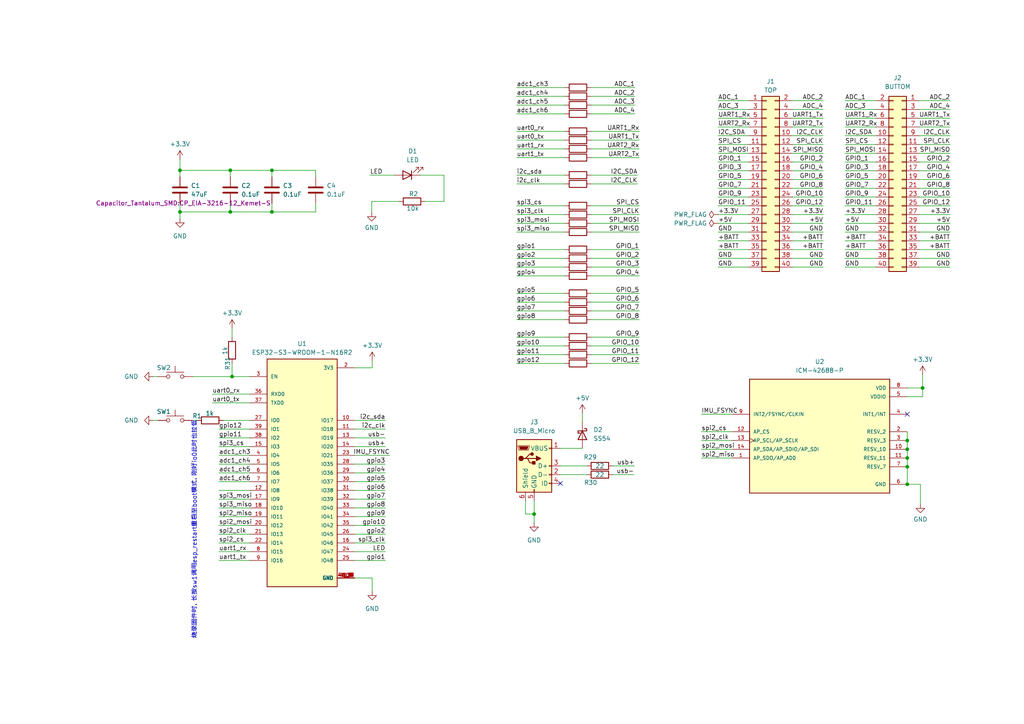
<source format=kicad_sch>
(kicad_sch (version 20230121) (generator eeschema)

  (uuid 988ee502-8596-4ebe-9b99-0eb76e7d156a)

  (paper "A4")

  (lib_symbols
    (symbol "Connector:USB_B_Micro" (pin_names (offset 1.016)) (in_bom yes) (on_board yes)
      (property "Reference" "J" (at -5.08 11.43 0)
        (effects (font (size 1.27 1.27)) (justify left))
      )
      (property "Value" "USB_B_Micro" (at -5.08 8.89 0)
        (effects (font (size 1.27 1.27)) (justify left))
      )
      (property "Footprint" "" (at 3.81 -1.27 0)
        (effects (font (size 1.27 1.27)) hide)
      )
      (property "Datasheet" "~" (at 3.81 -1.27 0)
        (effects (font (size 1.27 1.27)) hide)
      )
      (property "ki_keywords" "connector USB micro" (at 0 0 0)
        (effects (font (size 1.27 1.27)) hide)
      )
      (property "ki_description" "USB Micro Type B connector" (at 0 0 0)
        (effects (font (size 1.27 1.27)) hide)
      )
      (property "ki_fp_filters" "USB*" (at 0 0 0)
        (effects (font (size 1.27 1.27)) hide)
      )
      (symbol "USB_B_Micro_0_1"
        (rectangle (start -5.08 -7.62) (end 5.08 7.62)
          (stroke (width 0.254) (type default))
          (fill (type background))
        )
        (circle (center -3.81 2.159) (radius 0.635)
          (stroke (width 0.254) (type default))
          (fill (type outline))
        )
        (circle (center -0.635 3.429) (radius 0.381)
          (stroke (width 0.254) (type default))
          (fill (type outline))
        )
        (rectangle (start -0.127 -7.62) (end 0.127 -6.858)
          (stroke (width 0) (type default))
          (fill (type none))
        )
        (polyline
          (pts
            (xy -1.905 2.159)
            (xy 0.635 2.159)
          )
          (stroke (width 0.254) (type default))
          (fill (type none))
        )
        (polyline
          (pts
            (xy -3.175 2.159)
            (xy -2.54 2.159)
            (xy -1.27 3.429)
            (xy -0.635 3.429)
          )
          (stroke (width 0.254) (type default))
          (fill (type none))
        )
        (polyline
          (pts
            (xy -2.54 2.159)
            (xy -1.905 2.159)
            (xy -1.27 0.889)
            (xy 0 0.889)
          )
          (stroke (width 0.254) (type default))
          (fill (type none))
        )
        (polyline
          (pts
            (xy 0.635 2.794)
            (xy 0.635 1.524)
            (xy 1.905 2.159)
            (xy 0.635 2.794)
          )
          (stroke (width 0.254) (type default))
          (fill (type outline))
        )
        (polyline
          (pts
            (xy -4.318 5.588)
            (xy -1.778 5.588)
            (xy -2.032 4.826)
            (xy -4.064 4.826)
            (xy -4.318 5.588)
          )
          (stroke (width 0) (type default))
          (fill (type outline))
        )
        (polyline
          (pts
            (xy -4.699 5.842)
            (xy -4.699 5.588)
            (xy -4.445 4.826)
            (xy -4.445 4.572)
            (xy -1.651 4.572)
            (xy -1.651 4.826)
            (xy -1.397 5.588)
            (xy -1.397 5.842)
            (xy -4.699 5.842)
          )
          (stroke (width 0) (type default))
          (fill (type none))
        )
        (rectangle (start 0.254 1.27) (end -0.508 0.508)
          (stroke (width 0.254) (type default))
          (fill (type outline))
        )
        (rectangle (start 5.08 -5.207) (end 4.318 -4.953)
          (stroke (width 0) (type default))
          (fill (type none))
        )
        (rectangle (start 5.08 -2.667) (end 4.318 -2.413)
          (stroke (width 0) (type default))
          (fill (type none))
        )
        (rectangle (start 5.08 -0.127) (end 4.318 0.127)
          (stroke (width 0) (type default))
          (fill (type none))
        )
        (rectangle (start 5.08 4.953) (end 4.318 5.207)
          (stroke (width 0) (type default))
          (fill (type none))
        )
      )
      (symbol "USB_B_Micro_1_1"
        (pin power_out line (at 7.62 5.08 180) (length 2.54)
          (name "VBUS" (effects (font (size 1.27 1.27))))
          (number "1" (effects (font (size 1.27 1.27))))
        )
        (pin bidirectional line (at 7.62 -2.54 180) (length 2.54)
          (name "D-" (effects (font (size 1.27 1.27))))
          (number "2" (effects (font (size 1.27 1.27))))
        )
        (pin bidirectional line (at 7.62 0 180) (length 2.54)
          (name "D+" (effects (font (size 1.27 1.27))))
          (number "3" (effects (font (size 1.27 1.27))))
        )
        (pin passive line (at 7.62 -5.08 180) (length 2.54)
          (name "ID" (effects (font (size 1.27 1.27))))
          (number "4" (effects (font (size 1.27 1.27))))
        )
        (pin power_out line (at 0 -10.16 90) (length 2.54)
          (name "GND" (effects (font (size 1.27 1.27))))
          (number "5" (effects (font (size 1.27 1.27))))
        )
        (pin passive line (at -2.54 -10.16 90) (length 2.54)
          (name "Shield" (effects (font (size 1.27 1.27))))
          (number "6" (effects (font (size 1.27 1.27))))
        )
      )
    )
    (symbol "Connector_Generic:Conn_02x20_Odd_Even" (pin_names (offset 1.016) hide) (in_bom yes) (on_board yes)
      (property "Reference" "J" (at 1.27 25.4 0)
        (effects (font (size 1.27 1.27)))
      )
      (property "Value" "Conn_02x20_Odd_Even" (at 1.27 -27.94 0)
        (effects (font (size 1.27 1.27)))
      )
      (property "Footprint" "" (at 0 0 0)
        (effects (font (size 1.27 1.27)) hide)
      )
      (property "Datasheet" "~" (at 0 0 0)
        (effects (font (size 1.27 1.27)) hide)
      )
      (property "ki_keywords" "connector" (at 0 0 0)
        (effects (font (size 1.27 1.27)) hide)
      )
      (property "ki_description" "Generic connector, double row, 02x20, odd/even pin numbering scheme (row 1 odd numbers, row 2 even numbers), script generated (kicad-library-utils/schlib/autogen/connector/)" (at 0 0 0)
        (effects (font (size 1.27 1.27)) hide)
      )
      (property "ki_fp_filters" "Connector*:*_2x??_*" (at 0 0 0)
        (effects (font (size 1.27 1.27)) hide)
      )
      (symbol "Conn_02x20_Odd_Even_1_1"
        (rectangle (start -1.27 -25.273) (end 0 -25.527)
          (stroke (width 0.1524) (type default))
          (fill (type none))
        )
        (rectangle (start -1.27 -22.733) (end 0 -22.987)
          (stroke (width 0.1524) (type default))
          (fill (type none))
        )
        (rectangle (start -1.27 -20.193) (end 0 -20.447)
          (stroke (width 0.1524) (type default))
          (fill (type none))
        )
        (rectangle (start -1.27 -17.653) (end 0 -17.907)
          (stroke (width 0.1524) (type default))
          (fill (type none))
        )
        (rectangle (start -1.27 -15.113) (end 0 -15.367)
          (stroke (width 0.1524) (type default))
          (fill (type none))
        )
        (rectangle (start -1.27 -12.573) (end 0 -12.827)
          (stroke (width 0.1524) (type default))
          (fill (type none))
        )
        (rectangle (start -1.27 -10.033) (end 0 -10.287)
          (stroke (width 0.1524) (type default))
          (fill (type none))
        )
        (rectangle (start -1.27 -7.493) (end 0 -7.747)
          (stroke (width 0.1524) (type default))
          (fill (type none))
        )
        (rectangle (start -1.27 -4.953) (end 0 -5.207)
          (stroke (width 0.1524) (type default))
          (fill (type none))
        )
        (rectangle (start -1.27 -2.413) (end 0 -2.667)
          (stroke (width 0.1524) (type default))
          (fill (type none))
        )
        (rectangle (start -1.27 0.127) (end 0 -0.127)
          (stroke (width 0.1524) (type default))
          (fill (type none))
        )
        (rectangle (start -1.27 2.667) (end 0 2.413)
          (stroke (width 0.1524) (type default))
          (fill (type none))
        )
        (rectangle (start -1.27 5.207) (end 0 4.953)
          (stroke (width 0.1524) (type default))
          (fill (type none))
        )
        (rectangle (start -1.27 7.747) (end 0 7.493)
          (stroke (width 0.1524) (type default))
          (fill (type none))
        )
        (rectangle (start -1.27 10.287) (end 0 10.033)
          (stroke (width 0.1524) (type default))
          (fill (type none))
        )
        (rectangle (start -1.27 12.827) (end 0 12.573)
          (stroke (width 0.1524) (type default))
          (fill (type none))
        )
        (rectangle (start -1.27 15.367) (end 0 15.113)
          (stroke (width 0.1524) (type default))
          (fill (type none))
        )
        (rectangle (start -1.27 17.907) (end 0 17.653)
          (stroke (width 0.1524) (type default))
          (fill (type none))
        )
        (rectangle (start -1.27 20.447) (end 0 20.193)
          (stroke (width 0.1524) (type default))
          (fill (type none))
        )
        (rectangle (start -1.27 22.987) (end 0 22.733)
          (stroke (width 0.1524) (type default))
          (fill (type none))
        )
        (rectangle (start -1.27 24.13) (end 3.81 -26.67)
          (stroke (width 0.254) (type default))
          (fill (type background))
        )
        (rectangle (start 3.81 -25.273) (end 2.54 -25.527)
          (stroke (width 0.1524) (type default))
          (fill (type none))
        )
        (rectangle (start 3.81 -22.733) (end 2.54 -22.987)
          (stroke (width 0.1524) (type default))
          (fill (type none))
        )
        (rectangle (start 3.81 -20.193) (end 2.54 -20.447)
          (stroke (width 0.1524) (type default))
          (fill (type none))
        )
        (rectangle (start 3.81 -17.653) (end 2.54 -17.907)
          (stroke (width 0.1524) (type default))
          (fill (type none))
        )
        (rectangle (start 3.81 -15.113) (end 2.54 -15.367)
          (stroke (width 0.1524) (type default))
          (fill (type none))
        )
        (rectangle (start 3.81 -12.573) (end 2.54 -12.827)
          (stroke (width 0.1524) (type default))
          (fill (type none))
        )
        (rectangle (start 3.81 -10.033) (end 2.54 -10.287)
          (stroke (width 0.1524) (type default))
          (fill (type none))
        )
        (rectangle (start 3.81 -7.493) (end 2.54 -7.747)
          (stroke (width 0.1524) (type default))
          (fill (type none))
        )
        (rectangle (start 3.81 -4.953) (end 2.54 -5.207)
          (stroke (width 0.1524) (type default))
          (fill (type none))
        )
        (rectangle (start 3.81 -2.413) (end 2.54 -2.667)
          (stroke (width 0.1524) (type default))
          (fill (type none))
        )
        (rectangle (start 3.81 0.127) (end 2.54 -0.127)
          (stroke (width 0.1524) (type default))
          (fill (type none))
        )
        (rectangle (start 3.81 2.667) (end 2.54 2.413)
          (stroke (width 0.1524) (type default))
          (fill (type none))
        )
        (rectangle (start 3.81 5.207) (end 2.54 4.953)
          (stroke (width 0.1524) (type default))
          (fill (type none))
        )
        (rectangle (start 3.81 7.747) (end 2.54 7.493)
          (stroke (width 0.1524) (type default))
          (fill (type none))
        )
        (rectangle (start 3.81 10.287) (end 2.54 10.033)
          (stroke (width 0.1524) (type default))
          (fill (type none))
        )
        (rectangle (start 3.81 12.827) (end 2.54 12.573)
          (stroke (width 0.1524) (type default))
          (fill (type none))
        )
        (rectangle (start 3.81 15.367) (end 2.54 15.113)
          (stroke (width 0.1524) (type default))
          (fill (type none))
        )
        (rectangle (start 3.81 17.907) (end 2.54 17.653)
          (stroke (width 0.1524) (type default))
          (fill (type none))
        )
        (rectangle (start 3.81 20.447) (end 2.54 20.193)
          (stroke (width 0.1524) (type default))
          (fill (type none))
        )
        (rectangle (start 3.81 22.987) (end 2.54 22.733)
          (stroke (width 0.1524) (type default))
          (fill (type none))
        )
        (pin passive line (at -5.08 22.86 0) (length 3.81)
          (name "Pin_1" (effects (font (size 1.27 1.27))))
          (number "1" (effects (font (size 1.27 1.27))))
        )
        (pin passive line (at 7.62 12.7 180) (length 3.81)
          (name "Pin_10" (effects (font (size 1.27 1.27))))
          (number "10" (effects (font (size 1.27 1.27))))
        )
        (pin passive line (at -5.08 10.16 0) (length 3.81)
          (name "Pin_11" (effects (font (size 1.27 1.27))))
          (number "11" (effects (font (size 1.27 1.27))))
        )
        (pin passive line (at 7.62 10.16 180) (length 3.81)
          (name "Pin_12" (effects (font (size 1.27 1.27))))
          (number "12" (effects (font (size 1.27 1.27))))
        )
        (pin passive line (at -5.08 7.62 0) (length 3.81)
          (name "Pin_13" (effects (font (size 1.27 1.27))))
          (number "13" (effects (font (size 1.27 1.27))))
        )
        (pin passive line (at 7.62 7.62 180) (length 3.81)
          (name "Pin_14" (effects (font (size 1.27 1.27))))
          (number "14" (effects (font (size 1.27 1.27))))
        )
        (pin passive line (at -5.08 5.08 0) (length 3.81)
          (name "Pin_15" (effects (font (size 1.27 1.27))))
          (number "15" (effects (font (size 1.27 1.27))))
        )
        (pin passive line (at 7.62 5.08 180) (length 3.81)
          (name "Pin_16" (effects (font (size 1.27 1.27))))
          (number "16" (effects (font (size 1.27 1.27))))
        )
        (pin passive line (at -5.08 2.54 0) (length 3.81)
          (name "Pin_17" (effects (font (size 1.27 1.27))))
          (number "17" (effects (font (size 1.27 1.27))))
        )
        (pin passive line (at 7.62 2.54 180) (length 3.81)
          (name "Pin_18" (effects (font (size 1.27 1.27))))
          (number "18" (effects (font (size 1.27 1.27))))
        )
        (pin passive line (at -5.08 0 0) (length 3.81)
          (name "Pin_19" (effects (font (size 1.27 1.27))))
          (number "19" (effects (font (size 1.27 1.27))))
        )
        (pin passive line (at 7.62 22.86 180) (length 3.81)
          (name "Pin_2" (effects (font (size 1.27 1.27))))
          (number "2" (effects (font (size 1.27 1.27))))
        )
        (pin passive line (at 7.62 0 180) (length 3.81)
          (name "Pin_20" (effects (font (size 1.27 1.27))))
          (number "20" (effects (font (size 1.27 1.27))))
        )
        (pin passive line (at -5.08 -2.54 0) (length 3.81)
          (name "Pin_21" (effects (font (size 1.27 1.27))))
          (number "21" (effects (font (size 1.27 1.27))))
        )
        (pin passive line (at 7.62 -2.54 180) (length 3.81)
          (name "Pin_22" (effects (font (size 1.27 1.27))))
          (number "22" (effects (font (size 1.27 1.27))))
        )
        (pin passive line (at -5.08 -5.08 0) (length 3.81)
          (name "Pin_23" (effects (font (size 1.27 1.27))))
          (number "23" (effects (font (size 1.27 1.27))))
        )
        (pin passive line (at 7.62 -5.08 180) (length 3.81)
          (name "Pin_24" (effects (font (size 1.27 1.27))))
          (number "24" (effects (font (size 1.27 1.27))))
        )
        (pin passive line (at -5.08 -7.62 0) (length 3.81)
          (name "Pin_25" (effects (font (size 1.27 1.27))))
          (number "25" (effects (font (size 1.27 1.27))))
        )
        (pin passive line (at 7.62 -7.62 180) (length 3.81)
          (name "Pin_26" (effects (font (size 1.27 1.27))))
          (number "26" (effects (font (size 1.27 1.27))))
        )
        (pin passive line (at -5.08 -10.16 0) (length 3.81)
          (name "Pin_27" (effects (font (size 1.27 1.27))))
          (number "27" (effects (font (size 1.27 1.27))))
        )
        (pin passive line (at 7.62 -10.16 180) (length 3.81)
          (name "Pin_28" (effects (font (size 1.27 1.27))))
          (number "28" (effects (font (size 1.27 1.27))))
        )
        (pin passive line (at -5.08 -12.7 0) (length 3.81)
          (name "Pin_29" (effects (font (size 1.27 1.27))))
          (number "29" (effects (font (size 1.27 1.27))))
        )
        (pin passive line (at -5.08 20.32 0) (length 3.81)
          (name "Pin_3" (effects (font (size 1.27 1.27))))
          (number "3" (effects (font (size 1.27 1.27))))
        )
        (pin passive line (at 7.62 -12.7 180) (length 3.81)
          (name "Pin_30" (effects (font (size 1.27 1.27))))
          (number "30" (effects (font (size 1.27 1.27))))
        )
        (pin passive line (at -5.08 -15.24 0) (length 3.81)
          (name "Pin_31" (effects (font (size 1.27 1.27))))
          (number "31" (effects (font (size 1.27 1.27))))
        )
        (pin passive line (at 7.62 -15.24 180) (length 3.81)
          (name "Pin_32" (effects (font (size 1.27 1.27))))
          (number "32" (effects (font (size 1.27 1.27))))
        )
        (pin passive line (at -5.08 -17.78 0) (length 3.81)
          (name "Pin_33" (effects (font (size 1.27 1.27))))
          (number "33" (effects (font (size 1.27 1.27))))
        )
        (pin passive line (at 7.62 -17.78 180) (length 3.81)
          (name "Pin_34" (effects (font (size 1.27 1.27))))
          (number "34" (effects (font (size 1.27 1.27))))
        )
        (pin passive line (at -5.08 -20.32 0) (length 3.81)
          (name "Pin_35" (effects (font (size 1.27 1.27))))
          (number "35" (effects (font (size 1.27 1.27))))
        )
        (pin passive line (at 7.62 -20.32 180) (length 3.81)
          (name "Pin_36" (effects (font (size 1.27 1.27))))
          (number "36" (effects (font (size 1.27 1.27))))
        )
        (pin passive line (at -5.08 -22.86 0) (length 3.81)
          (name "Pin_37" (effects (font (size 1.27 1.27))))
          (number "37" (effects (font (size 1.27 1.27))))
        )
        (pin passive line (at 7.62 -22.86 180) (length 3.81)
          (name "Pin_38" (effects (font (size 1.27 1.27))))
          (number "38" (effects (font (size 1.27 1.27))))
        )
        (pin passive line (at -5.08 -25.4 0) (length 3.81)
          (name "Pin_39" (effects (font (size 1.27 1.27))))
          (number "39" (effects (font (size 1.27 1.27))))
        )
        (pin passive line (at 7.62 20.32 180) (length 3.81)
          (name "Pin_4" (effects (font (size 1.27 1.27))))
          (number "4" (effects (font (size 1.27 1.27))))
        )
        (pin passive line (at 7.62 -25.4 180) (length 3.81)
          (name "Pin_40" (effects (font (size 1.27 1.27))))
          (number "40" (effects (font (size 1.27 1.27))))
        )
        (pin passive line (at -5.08 17.78 0) (length 3.81)
          (name "Pin_5" (effects (font (size 1.27 1.27))))
          (number "5" (effects (font (size 1.27 1.27))))
        )
        (pin passive line (at 7.62 17.78 180) (length 3.81)
          (name "Pin_6" (effects (font (size 1.27 1.27))))
          (number "6" (effects (font (size 1.27 1.27))))
        )
        (pin passive line (at -5.08 15.24 0) (length 3.81)
          (name "Pin_7" (effects (font (size 1.27 1.27))))
          (number "7" (effects (font (size 1.27 1.27))))
        )
        (pin passive line (at 7.62 15.24 180) (length 3.81)
          (name "Pin_8" (effects (font (size 1.27 1.27))))
          (number "8" (effects (font (size 1.27 1.27))))
        )
        (pin passive line (at -5.08 12.7 0) (length 3.81)
          (name "Pin_9" (effects (font (size 1.27 1.27))))
          (number "9" (effects (font (size 1.27 1.27))))
        )
      )
    )
    (symbol "Device:C" (pin_numbers hide) (pin_names (offset 0.254)) (in_bom yes) (on_board yes)
      (property "Reference" "C" (at 0.635 2.54 0)
        (effects (font (size 1.27 1.27)) (justify left))
      )
      (property "Value" "C" (at 0.635 -2.54 0)
        (effects (font (size 1.27 1.27)) (justify left))
      )
      (property "Footprint" "" (at 0.9652 -3.81 0)
        (effects (font (size 1.27 1.27)) hide)
      )
      (property "Datasheet" "~" (at 0 0 0)
        (effects (font (size 1.27 1.27)) hide)
      )
      (property "ki_keywords" "cap capacitor" (at 0 0 0)
        (effects (font (size 1.27 1.27)) hide)
      )
      (property "ki_description" "Unpolarized capacitor" (at 0 0 0)
        (effects (font (size 1.27 1.27)) hide)
      )
      (property "ki_fp_filters" "C_*" (at 0 0 0)
        (effects (font (size 1.27 1.27)) hide)
      )
      (symbol "C_0_1"
        (polyline
          (pts
            (xy -2.032 -0.762)
            (xy 2.032 -0.762)
          )
          (stroke (width 0.508) (type default))
          (fill (type none))
        )
        (polyline
          (pts
            (xy -2.032 0.762)
            (xy 2.032 0.762)
          )
          (stroke (width 0.508) (type default))
          (fill (type none))
        )
      )
      (symbol "C_1_1"
        (pin passive line (at 0 3.81 270) (length 2.794)
          (name "~" (effects (font (size 1.27 1.27))))
          (number "1" (effects (font (size 1.27 1.27))))
        )
        (pin passive line (at 0 -3.81 90) (length 2.794)
          (name "~" (effects (font (size 1.27 1.27))))
          (number "2" (effects (font (size 1.27 1.27))))
        )
      )
    )
    (symbol "Device:LED" (pin_numbers hide) (pin_names (offset 1.016) hide) (in_bom yes) (on_board yes)
      (property "Reference" "D" (at 0 2.54 0)
        (effects (font (size 1.27 1.27)))
      )
      (property "Value" "LED" (at 0 -2.54 0)
        (effects (font (size 1.27 1.27)))
      )
      (property "Footprint" "" (at 0 0 0)
        (effects (font (size 1.27 1.27)) hide)
      )
      (property "Datasheet" "~" (at 0 0 0)
        (effects (font (size 1.27 1.27)) hide)
      )
      (property "ki_keywords" "LED diode" (at 0 0 0)
        (effects (font (size 1.27 1.27)) hide)
      )
      (property "ki_description" "Light emitting diode" (at 0 0 0)
        (effects (font (size 1.27 1.27)) hide)
      )
      (property "ki_fp_filters" "LED* LED_SMD:* LED_THT:*" (at 0 0 0)
        (effects (font (size 1.27 1.27)) hide)
      )
      (symbol "LED_0_1"
        (polyline
          (pts
            (xy -1.27 -1.27)
            (xy -1.27 1.27)
          )
          (stroke (width 0.254) (type default))
          (fill (type none))
        )
        (polyline
          (pts
            (xy -1.27 0)
            (xy 1.27 0)
          )
          (stroke (width 0) (type default))
          (fill (type none))
        )
        (polyline
          (pts
            (xy 1.27 -1.27)
            (xy 1.27 1.27)
            (xy -1.27 0)
            (xy 1.27 -1.27)
          )
          (stroke (width 0.254) (type default))
          (fill (type none))
        )
        (polyline
          (pts
            (xy -3.048 -0.762)
            (xy -4.572 -2.286)
            (xy -3.81 -2.286)
            (xy -4.572 -2.286)
            (xy -4.572 -1.524)
          )
          (stroke (width 0) (type default))
          (fill (type none))
        )
        (polyline
          (pts
            (xy -1.778 -0.762)
            (xy -3.302 -2.286)
            (xy -2.54 -2.286)
            (xy -3.302 -2.286)
            (xy -3.302 -1.524)
          )
          (stroke (width 0) (type default))
          (fill (type none))
        )
      )
      (symbol "LED_1_1"
        (pin passive line (at -3.81 0 0) (length 2.54)
          (name "K" (effects (font (size 1.27 1.27))))
          (number "1" (effects (font (size 1.27 1.27))))
        )
        (pin passive line (at 3.81 0 180) (length 2.54)
          (name "A" (effects (font (size 1.27 1.27))))
          (number "2" (effects (font (size 1.27 1.27))))
        )
      )
    )
    (symbol "Device:R" (pin_numbers hide) (pin_names (offset 0)) (in_bom yes) (on_board yes)
      (property "Reference" "R" (at 2.032 0 90)
        (effects (font (size 1.27 1.27)))
      )
      (property "Value" "R" (at 0 0 90)
        (effects (font (size 1.27 1.27)))
      )
      (property "Footprint" "" (at -1.778 0 90)
        (effects (font (size 1.27 1.27)) hide)
      )
      (property "Datasheet" "~" (at 0 0 0)
        (effects (font (size 1.27 1.27)) hide)
      )
      (property "ki_keywords" "R res resistor" (at 0 0 0)
        (effects (font (size 1.27 1.27)) hide)
      )
      (property "ki_description" "Resistor" (at 0 0 0)
        (effects (font (size 1.27 1.27)) hide)
      )
      (property "ki_fp_filters" "R_*" (at 0 0 0)
        (effects (font (size 1.27 1.27)) hide)
      )
      (symbol "R_0_1"
        (rectangle (start -1.016 -2.54) (end 1.016 2.54)
          (stroke (width 0.254) (type default))
          (fill (type none))
        )
      )
      (symbol "R_1_1"
        (pin passive line (at 0 3.81 270) (length 1.27)
          (name "~" (effects (font (size 1.27 1.27))))
          (number "1" (effects (font (size 1.27 1.27))))
        )
        (pin passive line (at 0 -3.81 90) (length 1.27)
          (name "~" (effects (font (size 1.27 1.27))))
          (number "2" (effects (font (size 1.27 1.27))))
        )
      )
    )
    (symbol "Diode:1N5819" (pin_numbers hide) (pin_names (offset 1.016) hide) (in_bom yes) (on_board yes)
      (property "Reference" "D" (at 0 2.54 0)
        (effects (font (size 1.27 1.27)))
      )
      (property "Value" "1N5819" (at 0 -2.54 0)
        (effects (font (size 1.27 1.27)))
      )
      (property "Footprint" "Diode_THT:D_DO-41_SOD81_P10.16mm_Horizontal" (at 0 -4.445 0)
        (effects (font (size 1.27 1.27)) hide)
      )
      (property "Datasheet" "http://www.vishay.com/docs/88525/1n5817.pdf" (at 0 0 0)
        (effects (font (size 1.27 1.27)) hide)
      )
      (property "ki_keywords" "diode Schottky" (at 0 0 0)
        (effects (font (size 1.27 1.27)) hide)
      )
      (property "ki_description" "40V 1A Schottky Barrier Rectifier Diode, DO-41" (at 0 0 0)
        (effects (font (size 1.27 1.27)) hide)
      )
      (property "ki_fp_filters" "D*DO?41*" (at 0 0 0)
        (effects (font (size 1.27 1.27)) hide)
      )
      (symbol "1N5819_0_1"
        (polyline
          (pts
            (xy 1.27 0)
            (xy -1.27 0)
          )
          (stroke (width 0) (type default))
          (fill (type none))
        )
        (polyline
          (pts
            (xy 1.27 1.27)
            (xy 1.27 -1.27)
            (xy -1.27 0)
            (xy 1.27 1.27)
          )
          (stroke (width 0.254) (type default))
          (fill (type none))
        )
        (polyline
          (pts
            (xy -1.905 0.635)
            (xy -1.905 1.27)
            (xy -1.27 1.27)
            (xy -1.27 -1.27)
            (xy -0.635 -1.27)
            (xy -0.635 -0.635)
          )
          (stroke (width 0.254) (type default))
          (fill (type none))
        )
      )
      (symbol "1N5819_1_1"
        (pin passive line (at -3.81 0 0) (length 2.54)
          (name "K" (effects (font (size 1.27 1.27))))
          (number "1" (effects (font (size 1.27 1.27))))
        )
        (pin passive line (at 3.81 0 180) (length 2.54)
          (name "A" (effects (font (size 1.27 1.27))))
          (number "2" (effects (font (size 1.27 1.27))))
        )
      )
    )
    (symbol "ESP32-S3-WROOM-1:ESP32-S3-WROOM-1-N16R2" (pin_names (offset 1.016)) (in_bom yes) (on_board yes)
      (property "Reference" "U" (at -10.16 34.1122 0)
        (effects (font (size 1.27 1.27)) (justify left bottom))
      )
      (property "Value" "ESP32-S3-WROOM-1-N16R2" (at -10.16 -35.56 0)
        (effects (font (size 1.27 1.27)) (justify left bottom))
      )
      (property "Footprint" "XCVR_ESP32-S3-WROOM-1-N16R2" (at 0 0 0)
        (effects (font (size 1.27 1.27)) (justify bottom) hide)
      )
      (property "Datasheet" "" (at 0 0 0)
        (effects (font (size 1.27 1.27)) hide)
      )
      (property "PARTREV" "v1.0" (at 0 0 0)
        (effects (font (size 1.27 1.27)) (justify bottom) hide)
      )
      (property "MANUFACTURER" "Espressif" (at 0 0 0)
        (effects (font (size 1.27 1.27)) (justify bottom) hide)
      )
      (property "MAXIMUM_PACKAGE_HEIGHT" "3.25mm" (at 0 0 0)
        (effects (font (size 1.27 1.27)) (justify bottom) hide)
      )
      (property "STANDARD" "Manufacturer Recommendations" (at 0 0 0)
        (effects (font (size 1.27 1.27)) (justify bottom) hide)
      )
      (symbol "ESP32-S3-WROOM-1-N16R2_0_0"
        (rectangle (start -10.16 -33.02) (end 10.16 33.02)
          (stroke (width 0.254) (type default))
          (fill (type background))
        )
        (pin power_in line (at 15.24 -30.48 180) (length 5.08)
          (name "GND" (effects (font (size 1.016 1.016))))
          (number "1" (effects (font (size 1.016 1.016))))
        )
        (pin bidirectional line (at 15.24 15.24 180) (length 5.08)
          (name "IO17" (effects (font (size 1.016 1.016))))
          (number "10" (effects (font (size 1.016 1.016))))
        )
        (pin bidirectional line (at 15.24 12.7 180) (length 5.08)
          (name "IO18" (effects (font (size 1.016 1.016))))
          (number "11" (effects (font (size 1.016 1.016))))
        )
        (pin bidirectional line (at -15.24 -5.08 0) (length 5.08)
          (name "IO8" (effects (font (size 1.016 1.016))))
          (number "12" (effects (font (size 1.016 1.016))))
        )
        (pin bidirectional line (at 15.24 10.16 180) (length 5.08)
          (name "IO19" (effects (font (size 1.016 1.016))))
          (number "13" (effects (font (size 1.016 1.016))))
        )
        (pin bidirectional line (at 15.24 7.62 180) (length 5.08)
          (name "IO20" (effects (font (size 1.016 1.016))))
          (number "14" (effects (font (size 1.016 1.016))))
        )
        (pin bidirectional line (at -15.24 7.62 0) (length 5.08)
          (name "IO3" (effects (font (size 1.016 1.016))))
          (number "15" (effects (font (size 1.016 1.016))))
        )
        (pin bidirectional line (at 15.24 -20.32 180) (length 5.08)
          (name "IO46" (effects (font (size 1.016 1.016))))
          (number "16" (effects (font (size 1.016 1.016))))
        )
        (pin bidirectional line (at -15.24 -7.62 0) (length 5.08)
          (name "IO9" (effects (font (size 1.016 1.016))))
          (number "17" (effects (font (size 1.016 1.016))))
        )
        (pin bidirectional line (at -15.24 -10.16 0) (length 5.08)
          (name "IO10" (effects (font (size 1.016 1.016))))
          (number "18" (effects (font (size 1.016 1.016))))
        )
        (pin bidirectional line (at -15.24 -12.7 0) (length 5.08)
          (name "IO11" (effects (font (size 1.016 1.016))))
          (number "19" (effects (font (size 1.016 1.016))))
        )
        (pin power_in line (at 15.24 30.48 180) (length 5.08)
          (name "3V3" (effects (font (size 1.016 1.016))))
          (number "2" (effects (font (size 1.016 1.016))))
        )
        (pin bidirectional line (at -15.24 -15.24 0) (length 5.08)
          (name "IO12" (effects (font (size 1.016 1.016))))
          (number "20" (effects (font (size 1.016 1.016))))
        )
        (pin bidirectional line (at -15.24 -17.78 0) (length 5.08)
          (name "IO13" (effects (font (size 1.016 1.016))))
          (number "21" (effects (font (size 1.016 1.016))))
        )
        (pin bidirectional line (at -15.24 -20.32 0) (length 5.08)
          (name "IO14" (effects (font (size 1.016 1.016))))
          (number "22" (effects (font (size 1.016 1.016))))
        )
        (pin bidirectional line (at 15.24 5.08 180) (length 5.08)
          (name "IO21" (effects (font (size 1.016 1.016))))
          (number "23" (effects (font (size 1.016 1.016))))
        )
        (pin bidirectional line (at 15.24 -22.86 180) (length 5.08)
          (name "IO47" (effects (font (size 1.016 1.016))))
          (number "24" (effects (font (size 1.016 1.016))))
        )
        (pin bidirectional line (at 15.24 -25.4 180) (length 5.08)
          (name "IO48" (effects (font (size 1.016 1.016))))
          (number "25" (effects (font (size 1.016 1.016))))
        )
        (pin bidirectional line (at 15.24 -17.78 180) (length 5.08)
          (name "IO45" (effects (font (size 1.016 1.016))))
          (number "26" (effects (font (size 1.016 1.016))))
        )
        (pin bidirectional line (at -15.24 15.24 0) (length 5.08)
          (name "IO0" (effects (font (size 1.016 1.016))))
          (number "27" (effects (font (size 1.016 1.016))))
        )
        (pin bidirectional line (at 15.24 2.54 180) (length 5.08)
          (name "IO35" (effects (font (size 1.016 1.016))))
          (number "28" (effects (font (size 1.016 1.016))))
        )
        (pin bidirectional line (at 15.24 0 180) (length 5.08)
          (name "IO36" (effects (font (size 1.016 1.016))))
          (number "29" (effects (font (size 1.016 1.016))))
        )
        (pin input line (at -15.24 27.94 0) (length 5.08)
          (name "EN" (effects (font (size 1.016 1.016))))
          (number "3" (effects (font (size 1.016 1.016))))
        )
        (pin bidirectional line (at 15.24 -2.54 180) (length 5.08)
          (name "IO37" (effects (font (size 1.016 1.016))))
          (number "30" (effects (font (size 1.016 1.016))))
        )
        (pin bidirectional line (at 15.24 -5.08 180) (length 5.08)
          (name "IO38" (effects (font (size 1.016 1.016))))
          (number "31" (effects (font (size 1.016 1.016))))
        )
        (pin bidirectional line (at 15.24 -7.62 180) (length 5.08)
          (name "IO39" (effects (font (size 1.016 1.016))))
          (number "32" (effects (font (size 1.016 1.016))))
        )
        (pin bidirectional line (at 15.24 -10.16 180) (length 5.08)
          (name "IO40" (effects (font (size 1.016 1.016))))
          (number "33" (effects (font (size 1.016 1.016))))
        )
        (pin bidirectional line (at 15.24 -12.7 180) (length 5.08)
          (name "IO41" (effects (font (size 1.016 1.016))))
          (number "34" (effects (font (size 1.016 1.016))))
        )
        (pin bidirectional line (at 15.24 -15.24 180) (length 5.08)
          (name "IO42" (effects (font (size 1.016 1.016))))
          (number "35" (effects (font (size 1.016 1.016))))
        )
        (pin bidirectional line (at -15.24 22.86 0) (length 5.08)
          (name "RXD0" (effects (font (size 1.016 1.016))))
          (number "36" (effects (font (size 1.016 1.016))))
        )
        (pin bidirectional line (at -15.24 20.32 0) (length 5.08)
          (name "TXD0" (effects (font (size 1.016 1.016))))
          (number "37" (effects (font (size 1.016 1.016))))
        )
        (pin bidirectional line (at -15.24 10.16 0) (length 5.08)
          (name "IO2" (effects (font (size 1.016 1.016))))
          (number "38" (effects (font (size 1.016 1.016))))
        )
        (pin bidirectional line (at -15.24 12.7 0) (length 5.08)
          (name "IO1" (effects (font (size 1.016 1.016))))
          (number "39" (effects (font (size 1.016 1.016))))
        )
        (pin bidirectional line (at -15.24 5.08 0) (length 5.08)
          (name "IO4" (effects (font (size 1.016 1.016))))
          (number "4" (effects (font (size 1.016 1.016))))
        )
        (pin power_in line (at 15.24 -30.48 180) (length 5.08)
          (name "GND" (effects (font (size 1.016 1.016))))
          (number "40" (effects (font (size 1.016 1.016))))
        )
        (pin power_in line (at 15.24 -30.48 180) (length 5.08)
          (name "GND" (effects (font (size 1.016 1.016))))
          (number "41_1" (effects (font (size 1.016 1.016))))
        )
        (pin power_in line (at 15.24 -30.48 180) (length 5.08)
          (name "GND" (effects (font (size 1.016 1.016))))
          (number "41_2" (effects (font (size 1.016 1.016))))
        )
        (pin power_in line (at 15.24 -30.48 180) (length 5.08)
          (name "GND" (effects (font (size 1.016 1.016))))
          (number "41_3" (effects (font (size 1.016 1.016))))
        )
        (pin power_in line (at 15.24 -30.48 180) (length 5.08)
          (name "GND" (effects (font (size 1.016 1.016))))
          (number "41_4" (effects (font (size 1.016 1.016))))
        )
        (pin power_in line (at 15.24 -30.48 180) (length 5.08)
          (name "GND" (effects (font (size 1.016 1.016))))
          (number "41_5" (effects (font (size 1.016 1.016))))
        )
        (pin power_in line (at 15.24 -30.48 180) (length 5.08)
          (name "GND" (effects (font (size 1.016 1.016))))
          (number "41_6" (effects (font (size 1.016 1.016))))
        )
        (pin power_in line (at 15.24 -30.48 180) (length 5.08)
          (name "GND" (effects (font (size 1.016 1.016))))
          (number "41_7" (effects (font (size 1.016 1.016))))
        )
        (pin power_in line (at 15.24 -30.48 180) (length 5.08)
          (name "GND" (effects (font (size 1.016 1.016))))
          (number "41_8" (effects (font (size 1.016 1.016))))
        )
        (pin power_in line (at 15.24 -30.48 180) (length 5.08)
          (name "GND" (effects (font (size 1.016 1.016))))
          (number "41_9" (effects (font (size 1.016 1.016))))
        )
        (pin bidirectional line (at -15.24 2.54 0) (length 5.08)
          (name "IO5" (effects (font (size 1.016 1.016))))
          (number "5" (effects (font (size 1.016 1.016))))
        )
        (pin bidirectional line (at -15.24 0 0) (length 5.08)
          (name "IO6" (effects (font (size 1.016 1.016))))
          (number "6" (effects (font (size 1.016 1.016))))
        )
        (pin bidirectional line (at -15.24 -2.54 0) (length 5.08)
          (name "IO7" (effects (font (size 1.016 1.016))))
          (number "7" (effects (font (size 1.016 1.016))))
        )
        (pin bidirectional line (at -15.24 -22.86 0) (length 5.08)
          (name "IO15" (effects (font (size 1.016 1.016))))
          (number "8" (effects (font (size 1.016 1.016))))
        )
        (pin bidirectional line (at -15.24 -25.4 0) (length 5.08)
          (name "IO16" (effects (font (size 1.016 1.016))))
          (number "9" (effects (font (size 1.016 1.016))))
        )
      )
      (symbol "ESP32-S3-WROOM-1-N16R2_1_0"
        (pin power_in line (at 15.24 -30.48 180) (length 5.08)
          (name "GND" (effects (font (size 1.016 1.016))))
          (number "41_10" (effects (font (size 1.016 1.016))))
        )
        (pin power_in line (at 15.24 -30.48 180) (length 5.08)
          (name "GND" (effects (font (size 1.016 1.016))))
          (number "41_11" (effects (font (size 1.016 1.016))))
        )
        (pin power_in line (at 15.24 -30.48 180) (length 5.08)
          (name "GND" (effects (font (size 1.016 1.016))))
          (number "41_12" (effects (font (size 1.016 1.016))))
        )
        (pin power_in line (at 15.24 -30.48 180) (length 5.08)
          (name "GND" (effects (font (size 1.016 1.016))))
          (number "41_13" (effects (font (size 1.016 1.016))))
        )
        (pin power_in line (at 15.24 -30.48 180) (length 5.08)
          (name "GND" (effects (font (size 1.016 1.016))))
          (number "41_14" (effects (font (size 1.016 1.016))))
        )
        (pin power_in line (at 15.24 -30.48 180) (length 5.08)
          (name "GND" (effects (font (size 1.016 1.016))))
          (number "41_15" (effects (font (size 1.016 1.016))))
        )
        (pin power_in line (at 15.24 -30.48 180) (length 5.08)
          (name "GND" (effects (font (size 1.016 1.016))))
          (number "41_16" (effects (font (size 1.016 1.016))))
        )
        (pin power_in line (at 15.24 -30.48 180) (length 5.08)
          (name "GND" (effects (font (size 1.016 1.016))))
          (number "41_17" (effects (font (size 1.016 1.016))))
        )
        (pin power_in line (at 15.24 -30.48 180) (length 5.08)
          (name "GND" (effects (font (size 1.016 1.016))))
          (number "41_18" (effects (font (size 1.016 1.016))))
        )
        (pin power_in line (at 15.24 -30.48 180) (length 5.08)
          (name "GND" (effects (font (size 1.016 1.016))))
          (number "41_19" (effects (font (size 1.016 1.016))))
        )
        (pin power_in line (at 15.24 -30.48 180) (length 5.08)
          (name "GND" (effects (font (size 1.016 1.016))))
          (number "41_20" (effects (font (size 1.016 1.016))))
        )
        (pin power_in line (at 15.24 -30.48 180) (length 5.08)
          (name "GND" (effects (font (size 1.016 1.016))))
          (number "41_21" (effects (font (size 1.016 1.016))))
        )
      )
    )
    (symbol "ICM-42688-P:ICM-42688-P" (pin_names (offset 1.016)) (in_bom yes) (on_board yes)
      (property "Reference" "U" (at -20.32 16.002 0)
        (effects (font (size 1.27 1.27)) (justify left bottom))
      )
      (property "Value" "ICM-42688-P" (at -20.32 -20.32 0)
        (effects (font (size 1.27 1.27)) (justify left bottom))
      )
      (property "Footprint" "PQFN50P300X250X97-14N" (at 0 0 0)
        (effects (font (size 1.27 1.27)) (justify bottom) hide)
      )
      (property "Datasheet" "" (at 0 0 0)
        (effects (font (size 1.27 1.27)) hide)
      )
      (property "PARTREV" "1.2" (at 0 0 0)
        (effects (font (size 1.27 1.27)) (justify bottom) hide)
      )
      (property "STANDARD" "IPC-7351B" (at 0 0 0)
        (effects (font (size 1.27 1.27)) (justify bottom) hide)
      )
      (property "MAXIMUM_PACKAGE_HEIGHT" "0.97mm" (at 0 0 0)
        (effects (font (size 1.27 1.27)) (justify bottom) hide)
      )
      (property "MANUFACTURER" "TDK InvenSense" (at 0 0 0)
        (effects (font (size 1.27 1.27)) (justify bottom) hide)
      )
      (symbol "ICM-42688-P_0_0"
        (rectangle (start -20.32 -17.78) (end 20.32 15.24)
          (stroke (width 0.254) (type default))
          (fill (type background))
        )
        (pin bidirectional line (at -25.4 -7.62 0) (length 5.08)
          (name "AP_SDO/AP_AD0" (effects (font (size 1.016 1.016))))
          (number "1" (effects (font (size 1.016 1.016))))
        )
        (pin passive line (at 25.4 -5.08 180) (length 5.08)
          (name "RESV_10" (effects (font (size 1.016 1.016))))
          (number "10" (effects (font (size 1.016 1.016))))
        )
        (pin passive line (at 25.4 -7.62 180) (length 5.08)
          (name "RESV_11" (effects (font (size 1.016 1.016))))
          (number "11" (effects (font (size 1.016 1.016))))
        )
        (pin input line (at -25.4 0 0) (length 5.08)
          (name "AP_CS" (effects (font (size 1.016 1.016))))
          (number "12" (effects (font (size 1.016 1.016))))
        )
        (pin input clock (at -25.4 -2.54 0) (length 5.08)
          (name "AP_SCL/AP_SCLK" (effects (font (size 1.016 1.016))))
          (number "13" (effects (font (size 1.016 1.016))))
        )
        (pin bidirectional line (at -25.4 -5.08 0) (length 5.08)
          (name "AP_SDA/AP_SDIO/AP_SDI" (effects (font (size 1.016 1.016))))
          (number "14" (effects (font (size 1.016 1.016))))
        )
        (pin passive line (at 25.4 0 180) (length 5.08)
          (name "RESV_2" (effects (font (size 1.016 1.016))))
          (number "2" (effects (font (size 1.016 1.016))))
        )
        (pin passive line (at 25.4 -2.54 180) (length 5.08)
          (name "RESV_3" (effects (font (size 1.016 1.016))))
          (number "3" (effects (font (size 1.016 1.016))))
        )
        (pin output line (at 25.4 5.08 180) (length 5.08)
          (name "INT1/INT" (effects (font (size 1.016 1.016))))
          (number "4" (effects (font (size 1.016 1.016))))
        )
        (pin power_in line (at 25.4 10.16 180) (length 5.08)
          (name "VDDIO" (effects (font (size 1.016 1.016))))
          (number "5" (effects (font (size 1.016 1.016))))
        )
        (pin passive line (at 25.4 -10.16 180) (length 5.08)
          (name "RESV_7" (effects (font (size 1.016 1.016))))
          (number "7" (effects (font (size 1.016 1.016))))
        )
        (pin power_in line (at 25.4 12.7 180) (length 5.08)
          (name "VDD" (effects (font (size 1.016 1.016))))
          (number "8" (effects (font (size 1.016 1.016))))
        )
        (pin bidirectional line (at -25.4 5.08 0) (length 5.08)
          (name "INT2/FSYNC/CLKIN" (effects (font (size 1.016 1.016))))
          (number "9" (effects (font (size 1.016 1.016))))
        )
      )
      (symbol "ICM-42688-P_1_0"
        (pin power_in line (at 25.4 -15.24 180) (length 5.08)
          (name "GND" (effects (font (size 1.016 1.016))))
          (number "6" (effects (font (size 1.016 1.016))))
        )
      )
    )
    (symbol "Switch:SW_Push" (pin_numbers hide) (pin_names (offset 1.016) hide) (in_bom yes) (on_board yes)
      (property "Reference" "SW" (at 1.27 2.54 0)
        (effects (font (size 1.27 1.27)) (justify left))
      )
      (property "Value" "SW_Push" (at 0 -1.524 0)
        (effects (font (size 1.27 1.27)))
      )
      (property "Footprint" "" (at 0 5.08 0)
        (effects (font (size 1.27 1.27)) hide)
      )
      (property "Datasheet" "~" (at 0 5.08 0)
        (effects (font (size 1.27 1.27)) hide)
      )
      (property "ki_keywords" "switch normally-open pushbutton push-button" (at 0 0 0)
        (effects (font (size 1.27 1.27)) hide)
      )
      (property "ki_description" "Push button switch, generic, two pins" (at 0 0 0)
        (effects (font (size 1.27 1.27)) hide)
      )
      (symbol "SW_Push_0_1"
        (circle (center -2.032 0) (radius 0.508)
          (stroke (width 0) (type default))
          (fill (type none))
        )
        (polyline
          (pts
            (xy 0 1.27)
            (xy 0 3.048)
          )
          (stroke (width 0) (type default))
          (fill (type none))
        )
        (polyline
          (pts
            (xy 2.54 1.27)
            (xy -2.54 1.27)
          )
          (stroke (width 0) (type default))
          (fill (type none))
        )
        (circle (center 2.032 0) (radius 0.508)
          (stroke (width 0) (type default))
          (fill (type none))
        )
        (pin passive line (at -5.08 0 0) (length 2.54)
          (name "1" (effects (font (size 1.27 1.27))))
          (number "1" (effects (font (size 1.27 1.27))))
        )
        (pin passive line (at 5.08 0 180) (length 2.54)
          (name "2" (effects (font (size 1.27 1.27))))
          (number "2" (effects (font (size 1.27 1.27))))
        )
      )
    )
    (symbol "power:+3.3V" (power) (pin_names (offset 0)) (in_bom yes) (on_board yes)
      (property "Reference" "#PWR" (at 0 -3.81 0)
        (effects (font (size 1.27 1.27)) hide)
      )
      (property "Value" "+3.3V" (at 0 3.556 0)
        (effects (font (size 1.27 1.27)))
      )
      (property "Footprint" "" (at 0 0 0)
        (effects (font (size 1.27 1.27)) hide)
      )
      (property "Datasheet" "" (at 0 0 0)
        (effects (font (size 1.27 1.27)) hide)
      )
      (property "ki_keywords" "global power" (at 0 0 0)
        (effects (font (size 1.27 1.27)) hide)
      )
      (property "ki_description" "Power symbol creates a global label with name \"+3.3V\"" (at 0 0 0)
        (effects (font (size 1.27 1.27)) hide)
      )
      (symbol "+3.3V_0_1"
        (polyline
          (pts
            (xy -0.762 1.27)
            (xy 0 2.54)
          )
          (stroke (width 0) (type default))
          (fill (type none))
        )
        (polyline
          (pts
            (xy 0 0)
            (xy 0 2.54)
          )
          (stroke (width 0) (type default))
          (fill (type none))
        )
        (polyline
          (pts
            (xy 0 2.54)
            (xy 0.762 1.27)
          )
          (stroke (width 0) (type default))
          (fill (type none))
        )
      )
      (symbol "+3.3V_1_1"
        (pin power_in line (at 0 0 90) (length 0) hide
          (name "+3.3V" (effects (font (size 1.27 1.27))))
          (number "1" (effects (font (size 1.27 1.27))))
        )
      )
    )
    (symbol "power:+5V" (power) (pin_names (offset 0)) (in_bom yes) (on_board yes)
      (property "Reference" "#PWR" (at 0 -3.81 0)
        (effects (font (size 1.27 1.27)) hide)
      )
      (property "Value" "+5V" (at 0 3.556 0)
        (effects (font (size 1.27 1.27)))
      )
      (property "Footprint" "" (at 0 0 0)
        (effects (font (size 1.27 1.27)) hide)
      )
      (property "Datasheet" "" (at 0 0 0)
        (effects (font (size 1.27 1.27)) hide)
      )
      (property "ki_keywords" "global power" (at 0 0 0)
        (effects (font (size 1.27 1.27)) hide)
      )
      (property "ki_description" "Power symbol creates a global label with name \"+5V\"" (at 0 0 0)
        (effects (font (size 1.27 1.27)) hide)
      )
      (symbol "+5V_0_1"
        (polyline
          (pts
            (xy -0.762 1.27)
            (xy 0 2.54)
          )
          (stroke (width 0) (type default))
          (fill (type none))
        )
        (polyline
          (pts
            (xy 0 0)
            (xy 0 2.54)
          )
          (stroke (width 0) (type default))
          (fill (type none))
        )
        (polyline
          (pts
            (xy 0 2.54)
            (xy 0.762 1.27)
          )
          (stroke (width 0) (type default))
          (fill (type none))
        )
      )
      (symbol "+5V_1_1"
        (pin power_in line (at 0 0 90) (length 0) hide
          (name "+5V" (effects (font (size 1.27 1.27))))
          (number "1" (effects (font (size 1.27 1.27))))
        )
      )
    )
    (symbol "power:GND" (power) (pin_names (offset 0)) (in_bom yes) (on_board yes)
      (property "Reference" "#PWR" (at 0 -6.35 0)
        (effects (font (size 1.27 1.27)) hide)
      )
      (property "Value" "GND" (at 0 -3.81 0)
        (effects (font (size 1.27 1.27)))
      )
      (property "Footprint" "" (at 0 0 0)
        (effects (font (size 1.27 1.27)) hide)
      )
      (property "Datasheet" "" (at 0 0 0)
        (effects (font (size 1.27 1.27)) hide)
      )
      (property "ki_keywords" "global power" (at 0 0 0)
        (effects (font (size 1.27 1.27)) hide)
      )
      (property "ki_description" "Power symbol creates a global label with name \"GND\" , ground" (at 0 0 0)
        (effects (font (size 1.27 1.27)) hide)
      )
      (symbol "GND_0_1"
        (polyline
          (pts
            (xy 0 0)
            (xy 0 -1.27)
            (xy 1.27 -1.27)
            (xy 0 -2.54)
            (xy -1.27 -1.27)
            (xy 0 -1.27)
          )
          (stroke (width 0) (type default))
          (fill (type none))
        )
      )
      (symbol "GND_1_1"
        (pin power_in line (at 0 0 270) (length 0) hide
          (name "GND" (effects (font (size 1.27 1.27))))
          (number "1" (effects (font (size 1.27 1.27))))
        )
      )
    )
    (symbol "power:PWR_FLAG" (power) (pin_numbers hide) (pin_names (offset 0) hide) (in_bom yes) (on_board yes)
      (property "Reference" "#FLG" (at 0 1.905 0)
        (effects (font (size 1.27 1.27)) hide)
      )
      (property "Value" "PWR_FLAG" (at 0 3.81 0)
        (effects (font (size 1.27 1.27)))
      )
      (property "Footprint" "" (at 0 0 0)
        (effects (font (size 1.27 1.27)) hide)
      )
      (property "Datasheet" "~" (at 0 0 0)
        (effects (font (size 1.27 1.27)) hide)
      )
      (property "ki_keywords" "flag power" (at 0 0 0)
        (effects (font (size 1.27 1.27)) hide)
      )
      (property "ki_description" "Special symbol for telling ERC where power comes from" (at 0 0 0)
        (effects (font (size 1.27 1.27)) hide)
      )
      (symbol "PWR_FLAG_0_0"
        (pin power_out line (at 0 0 90) (length 0)
          (name "pwr" (effects (font (size 1.27 1.27))))
          (number "1" (effects (font (size 1.27 1.27))))
        )
      )
      (symbol "PWR_FLAG_0_1"
        (polyline
          (pts
            (xy 0 0)
            (xy 0 1.27)
            (xy -1.016 1.905)
            (xy 0 2.54)
            (xy 1.016 1.905)
            (xy 0 1.27)
          )
          (stroke (width 0) (type default))
          (fill (type none))
        )
      )
    )
  )

  (junction (at 263.144 130.302) (diameter 0) (color 0 0 0 0)
    (uuid 19c17835-7661-4df3-9cd6-3ed06076cc5a)
  )
  (junction (at 78.867 61.468) (diameter 0) (color 0 0 0 0)
    (uuid 23c95e80-f5c0-4c2f-be2b-132342dbdd9f)
  )
  (junction (at 263.144 140.462) (diameter 0) (color 0 0 0 0)
    (uuid 338eaaa9-faaa-4b20-9585-64296def51ec)
  )
  (junction (at 154.9146 149.098) (diameter 0) (color 0 0 0 0)
    (uuid 34bc8bef-2d49-40da-93b5-03b7d6bebeba)
  )
  (junction (at 263.144 127.762) (diameter 0) (color 0 0 0 0)
    (uuid 362d6f5f-945d-4e95-b547-e0eae77d6fbb)
  )
  (junction (at 267.589 112.522) (diameter 0) (color 0 0 0 0)
    (uuid 53c87e69-6f6e-48e0-9a1f-2924fb2f67a9)
  )
  (junction (at 263.144 132.842) (diameter 0) (color 0 0 0 0)
    (uuid 6682cc75-3561-4863-8a70-791ad17cb30c)
  )
  (junction (at 52.197 61.468) (diameter 0) (color 0 0 0 0)
    (uuid 79c7a8a2-7433-4158-9235-0de4f4b85aab)
  )
  (junction (at 66.802 61.468) (diameter 0) (color 0 0 0 0)
    (uuid 84558ffd-fbc0-45e3-94d1-a65ee03d2516)
  )
  (junction (at 263.144 135.382) (diameter 0) (color 0 0 0 0)
    (uuid 8994767a-63e0-4598-8d75-4ddc7a649192)
  )
  (junction (at 67.31 109.22) (diameter 0) (color 0 0 0 0)
    (uuid b47904b6-67d2-49be-97a1-f57836a02984)
  )
  (junction (at 52.197 49.403) (diameter 0) (color 0 0 0 0)
    (uuid cc4115d8-916d-4015-8110-578aed7fcbc5)
  )
  (junction (at 66.802 49.403) (diameter 0) (color 0 0 0 0)
    (uuid cfb788f6-f42f-485b-bc36-8848fe80cc8c)
  )
  (junction (at 78.867 49.403) (diameter 0) (color 0 0 0 0)
    (uuid d9b24fab-9d0c-4209-88f0-00c2a5f9f189)
  )

  (no_connect (at 263.144 120.142) (uuid 16d4b80b-528b-4077-8984-0077873ad129))
  (no_connect (at 162.56 140.208) (uuid 4769b99f-a5a0-4884-ac0c-2560fe833d5e))

  (wire (pts (xy 275.59 57.15) (xy 266.7 57.15))
    (stroke (width 0) (type default))
    (uuid 0012bb54-33de-4e74-a75c-9dd9a5fd68f7)
  )
  (wire (pts (xy 102.87 134.62) (xy 111.76 134.62))
    (stroke (width 0) (type default))
    (uuid 00bc2a4c-27b6-41fe-ae7b-dca33fd4387f)
  )
  (wire (pts (xy 154.94 145.288) (xy 154.94 149.098))
    (stroke (width 0) (type default))
    (uuid 01190cf7-6956-467e-adfc-ad598b952313)
  )
  (wire (pts (xy 208.28 41.91) (xy 217.17 41.91))
    (stroke (width 0) (type default))
    (uuid 02311db7-67ce-43f2-bdf6-5a574d4ad738)
  )
  (wire (pts (xy 208.28 46.99) (xy 217.17 46.99))
    (stroke (width 0) (type default))
    (uuid 039cac68-203c-4e13-b0da-915e225bf9f9)
  )
  (wire (pts (xy 171.45 43.18) (xy 185.42 43.18))
    (stroke (width 0) (type default))
    (uuid 05614449-9a56-4ec2-9808-898b68cc1228)
  )
  (wire (pts (xy 238.76 67.31) (xy 229.87 67.31))
    (stroke (width 0) (type default))
    (uuid 06724cc7-642f-4de8-89e8-6be1fd7a82db)
  )
  (wire (pts (xy 154.94 149.098) (xy 154.9146 149.098))
    (stroke (width 0) (type default))
    (uuid 0686df37-0283-454a-8df5-c221f6489e7d)
  )
  (wire (pts (xy 263.144 132.842) (xy 263.144 135.382))
    (stroke (width 0) (type default))
    (uuid 09bc90ef-83bd-4377-a613-601a4efe3023)
  )
  (wire (pts (xy 238.76 41.91) (xy 229.87 41.91))
    (stroke (width 0) (type default))
    (uuid 0ab8c290-b086-4aa8-9123-7ed81441e27b)
  )
  (wire (pts (xy 111.76 157.48) (xy 102.87 157.48))
    (stroke (width 0) (type default))
    (uuid 0b391f7e-e1d9-4c4e-ac18-257f02dae8a1)
  )
  (wire (pts (xy 102.87 139.7) (xy 111.76 139.7))
    (stroke (width 0) (type default))
    (uuid 0b470049-5381-4384-af6b-9cc2530c8d85)
  )
  (wire (pts (xy 78.867 49.403) (xy 78.867 51.308))
    (stroke (width 0) (type default))
    (uuid 0b474088-bb54-457d-8054-3d7193051208)
  )
  (wire (pts (xy 149.86 62.23) (xy 163.83 62.23))
    (stroke (width 0) (type default))
    (uuid 0bd2ec44-09b4-4883-9714-930b33ca0db5)
  )
  (wire (pts (xy 67.31 105.41) (xy 67.31 109.22))
    (stroke (width 0) (type default))
    (uuid 0f7bf158-5b16-4f34-b617-3d2a8173d742)
  )
  (wire (pts (xy 149.86 80.01) (xy 163.83 80.01))
    (stroke (width 0) (type default))
    (uuid 0fa8d6df-4961-4190-8076-c7512b78f89e)
  )
  (wire (pts (xy 171.45 97.79) (xy 185.42 97.79))
    (stroke (width 0) (type default))
    (uuid 1074ee9a-fcad-4a3d-8a45-56eaf0550584)
  )
  (wire (pts (xy 171.45 25.4) (xy 184.15 25.4))
    (stroke (width 0) (type default))
    (uuid 1199985c-1249-45a8-807f-368546ba1f2c)
  )
  (wire (pts (xy 102.87 149.86) (xy 111.76 149.86))
    (stroke (width 0) (type default))
    (uuid 13580d3f-04fd-4a6a-9d1f-dc4ca0cf99dc)
  )
  (wire (pts (xy 275.59 44.45) (xy 266.7 44.45))
    (stroke (width 0) (type default))
    (uuid 1398e6c0-fb6f-4e50-8634-ff137706ae85)
  )
  (wire (pts (xy 171.45 30.48) (xy 184.15 30.48))
    (stroke (width 0) (type default))
    (uuid 139fa9e9-fc30-4d31-8606-49d5d8f8c8f1)
  )
  (wire (pts (xy 149.86 30.48) (xy 163.83 30.48))
    (stroke (width 0) (type default))
    (uuid 13d5bd81-1032-4382-9d30-9d4993321fa9)
  )
  (wire (pts (xy 245.11 67.31) (xy 254 67.31))
    (stroke (width 0) (type default))
    (uuid 13eb039b-f370-4769-8df3-b37129be8948)
  )
  (wire (pts (xy 102.87 152.4) (xy 111.76 152.4))
    (stroke (width 0) (type default))
    (uuid 16da8364-e937-4388-b93c-abb72b93cf9b)
  )
  (wire (pts (xy 63.5 149.86) (xy 72.39 149.86))
    (stroke (width 0) (type default))
    (uuid 18690be6-301c-4662-b75b-81c074cfd71d)
  )
  (wire (pts (xy 149.86 45.72) (xy 163.83 45.72))
    (stroke (width 0) (type default))
    (uuid 1a8fcb5a-c01e-4cd8-bf80-a38f1eb93421)
  )
  (wire (pts (xy 208.28 59.69) (xy 217.17 59.69))
    (stroke (width 0) (type default))
    (uuid 1aa510ee-f83e-40d2-a453-b576c6dae9ba)
  )
  (wire (pts (xy 238.76 49.53) (xy 229.87 49.53))
    (stroke (width 0) (type default))
    (uuid 1becb290-9dc3-4067-879d-f168bd9c751e)
  )
  (wire (pts (xy 149.86 27.94) (xy 163.83 27.94))
    (stroke (width 0) (type default))
    (uuid 1fd12ff3-a6bd-4899-82c4-5cef4d6f958e)
  )
  (wire (pts (xy 55.88 109.22) (xy 67.31 109.22))
    (stroke (width 0) (type default))
    (uuid 1fdce224-e3c7-4ce9-bd1a-4cd5e0b70330)
  )
  (wire (pts (xy 245.11 64.77) (xy 254 64.77))
    (stroke (width 0) (type default))
    (uuid 25c2e4bc-8e9f-4373-8154-1dc8b3197c90)
  )
  (wire (pts (xy 171.45 80.01) (xy 185.42 80.01))
    (stroke (width 0) (type default))
    (uuid 278d34f5-2b75-4609-b3e7-5a1ca31d38a4)
  )
  (wire (pts (xy 208.28 57.15) (xy 217.17 57.15))
    (stroke (width 0) (type default))
    (uuid 2b9b9c70-3009-4eda-a84f-ff2e0aa83940)
  )
  (wire (pts (xy 263.144 135.382) (xy 263.144 140.462))
    (stroke (width 0) (type default))
    (uuid 2c12a4a7-f867-4dcb-b386-90a45107d2bf)
  )
  (wire (pts (xy 208.28 29.21) (xy 217.17 29.21))
    (stroke (width 0) (type default))
    (uuid 2e4a68a6-a7b7-4050-be7f-aaed7d6712ad)
  )
  (wire (pts (xy 63.5 142.24) (xy 72.39 142.24))
    (stroke (width 0) (type default))
    (uuid 3292d484-016e-40a9-afbc-ad1a9451b55a)
  )
  (wire (pts (xy 171.45 67.31) (xy 185.42 67.31))
    (stroke (width 0) (type default))
    (uuid 3594708a-4483-48db-81c9-076b038b913a)
  )
  (wire (pts (xy 208.28 39.37) (xy 217.17 39.37))
    (stroke (width 0) (type default))
    (uuid 3704a083-6a25-4be3-962a-f2a020404a12)
  )
  (wire (pts (xy 149.86 85.09) (xy 163.83 85.09))
    (stroke (width 0) (type default))
    (uuid 3803fcce-6844-407b-bb5d-5510c44ab6a1)
  )
  (wire (pts (xy 171.45 33.02) (xy 184.15 33.02))
    (stroke (width 0) (type default))
    (uuid 38a1c47a-906d-4eee-9fa5-7b5eb9bd480a)
  )
  (wire (pts (xy 171.45 50.8) (xy 184.912 50.8))
    (stroke (width 0) (type default))
    (uuid 3b24a828-6a86-4f93-ade3-f1a19a467edf)
  )
  (wire (pts (xy 102.87 162.56) (xy 111.76 162.56))
    (stroke (width 0) (type default))
    (uuid 3bd53ab6-8b58-4f42-989e-926e1bc526ee)
  )
  (wire (pts (xy 149.86 43.18) (xy 163.83 43.18))
    (stroke (width 0) (type default))
    (uuid 3c018b66-5570-432a-ac67-a48e914d3144)
  )
  (wire (pts (xy 177.8 137.668) (xy 183.896 137.668))
    (stroke (width 0) (type default))
    (uuid 3cfbff63-edeb-4de7-874a-cbc87e10fd89)
  )
  (wire (pts (xy 149.86 59.69) (xy 163.83 59.69))
    (stroke (width 0) (type default))
    (uuid 3e447fb2-3992-4090-be9a-f6ca5ff883d2)
  )
  (wire (pts (xy 208.28 44.45) (xy 217.17 44.45))
    (stroke (width 0) (type default))
    (uuid 3e7917b5-d533-4cce-9fd0-0708a54e892f)
  )
  (wire (pts (xy 72.39 154.94) (xy 63.5 154.94))
    (stroke (width 0) (type default))
    (uuid 3e9e1d16-9a50-4578-ac71-d59643b02d8a)
  )
  (wire (pts (xy 208.28 36.83) (xy 217.17 36.83))
    (stroke (width 0) (type default))
    (uuid 4112a9f6-28a6-4825-a590-bb8bece34720)
  )
  (wire (pts (xy 107.823 58.42) (xy 115.697 58.42))
    (stroke (width 0) (type default))
    (uuid 4161fa47-276a-42bf-a909-69490606eced)
  )
  (wire (pts (xy 203.454 132.842) (xy 212.344 132.842))
    (stroke (width 0) (type default))
    (uuid 42156add-e409-437e-bdac-f382239037cc)
  )
  (wire (pts (xy 275.59 59.69) (xy 266.7 59.69))
    (stroke (width 0) (type default))
    (uuid 42f51c89-e474-4606-97e1-29bcac060e3a)
  )
  (wire (pts (xy 152.4 145.288) (xy 152.4 149.098))
    (stroke (width 0) (type default))
    (uuid 43b5f43e-4729-4ffb-b0e7-34ebc63a5be5)
  )
  (wire (pts (xy 245.11 77.47) (xy 254 77.47))
    (stroke (width 0) (type default))
    (uuid 44132994-ae4a-4421-8ca6-d4536853c36b)
  )
  (wire (pts (xy 245.11 62.23) (xy 254 62.23))
    (stroke (width 0) (type default))
    (uuid 45f9abfb-bf5b-4ca2-be06-c8808a01a70e)
  )
  (wire (pts (xy 149.86 40.64) (xy 163.83 40.64))
    (stroke (width 0) (type default))
    (uuid 46d4aa03-1222-4f8e-aef0-79e6adaf5aa8)
  )
  (wire (pts (xy 149.86 87.63) (xy 163.83 87.63))
    (stroke (width 0) (type default))
    (uuid 47175d73-1e3d-40a0-a540-3c1163c2d5d1)
  )
  (wire (pts (xy 238.76 36.83) (xy 229.87 36.83))
    (stroke (width 0) (type default))
    (uuid 47a30c40-2f12-4896-b3ad-187aa5a9d350)
  )
  (wire (pts (xy 238.76 29.21) (xy 229.87 29.21))
    (stroke (width 0) (type default))
    (uuid 48b6f9da-2fee-4740-bdea-a6f29bf435b6)
  )
  (wire (pts (xy 275.59 39.37) (xy 266.7 39.37))
    (stroke (width 0) (type default))
    (uuid 4a7c8340-bb22-435a-b474-4e39f8b354d2)
  )
  (wire (pts (xy 66.802 61.468) (xy 78.867 61.468))
    (stroke (width 0) (type default))
    (uuid 4ef30d22-f5fd-4e81-8501-e79a52ed53c2)
  )
  (wire (pts (xy 107.95 106.68) (xy 102.87 106.68))
    (stroke (width 0) (type default))
    (uuid 5059d5f7-8806-4a9c-979e-68586b7970e8)
  )
  (wire (pts (xy 238.76 77.47) (xy 229.87 77.47))
    (stroke (width 0) (type default))
    (uuid 520040aa-2fa8-4c36-bfd3-8c1d9ff414e9)
  )
  (wire (pts (xy 121.92 50.8) (xy 128.778 50.8))
    (stroke (width 0) (type default))
    (uuid 52a3b1de-9180-44ca-ae00-34013a885818)
  )
  (wire (pts (xy 63.5 134.62) (xy 72.39 134.62))
    (stroke (width 0) (type default))
    (uuid 544a798b-598d-4c3c-ab8c-37b9893e364b)
  )
  (wire (pts (xy 275.59 41.91) (xy 266.7 41.91))
    (stroke (width 0) (type default))
    (uuid 54967ed4-85f4-4a33-9a1f-0490acd23307)
  )
  (wire (pts (xy 238.76 52.07) (xy 229.87 52.07))
    (stroke (width 0) (type default))
    (uuid 5798694e-42ad-433b-8f0e-2c66514ce3fb)
  )
  (wire (pts (xy 52.197 61.468) (xy 66.802 61.468))
    (stroke (width 0) (type default))
    (uuid 584e9901-3f3a-4bad-9ae4-6ef823cfe7d2)
  )
  (wire (pts (xy 72.39 127) (xy 63.5 127))
    (stroke (width 0) (type default))
    (uuid 58516dd7-b9a6-47d8-aa88-ecf377c76c85)
  )
  (wire (pts (xy 275.59 77.47) (xy 266.7 77.47))
    (stroke (width 0) (type default))
    (uuid 5a1d4a88-22f5-4728-b32e-5531a56943ad)
  )
  (wire (pts (xy 149.86 25.4) (xy 163.83 25.4))
    (stroke (width 0) (type default))
    (uuid 5a73d184-d658-40fd-b152-4297f111b017)
  )
  (wire (pts (xy 208.28 49.53) (xy 217.17 49.53))
    (stroke (width 0) (type default))
    (uuid 5c6fb8fa-fb84-46ff-9e6c-579c9f66c0b7)
  )
  (wire (pts (xy 149.86 90.17) (xy 163.83 90.17))
    (stroke (width 0) (type default))
    (uuid 5ddbbb43-e636-4ed2-aeaa-0bb618b0d0d7)
  )
  (wire (pts (xy 275.59 67.31) (xy 266.7 67.31))
    (stroke (width 0) (type default))
    (uuid 5f5f44c2-6fce-4f02-b73c-9522e46f12bf)
  )
  (wire (pts (xy 171.45 85.09) (xy 185.42 85.09))
    (stroke (width 0) (type default))
    (uuid 60832112-0c01-4e6e-908a-3227fc197204)
  )
  (wire (pts (xy 245.11 74.93) (xy 254 74.93))
    (stroke (width 0) (type default))
    (uuid 61508450-d06b-4e5a-84b4-51ffea52733e)
  )
  (wire (pts (xy 149.86 53.34) (xy 163.83 53.34))
    (stroke (width 0) (type default))
    (uuid 6284b7e0-0d3a-492d-8cd9-2032ae9f0f4e)
  )
  (wire (pts (xy 52.197 49.403) (xy 66.802 49.403))
    (stroke (width 0) (type default))
    (uuid 64176781-2163-40e8-937e-474c47f2105d)
  )
  (wire (pts (xy 208.28 72.39) (xy 217.17 72.39))
    (stroke (width 0) (type default))
    (uuid 64bb6182-29c0-4ef5-937c-29b2c027ff40)
  )
  (wire (pts (xy 245.11 59.69) (xy 254 59.69))
    (stroke (width 0) (type default))
    (uuid 64c6958a-b1e2-4cb6-ac36-108855218177)
  )
  (wire (pts (xy 111.76 121.92) (xy 102.87 121.92))
    (stroke (width 0) (type default))
    (uuid 65176187-236f-45ca-aa21-cc05d528bc90)
  )
  (wire (pts (xy 171.45 27.94) (xy 184.15 27.94))
    (stroke (width 0) (type default))
    (uuid 66d6df68-dccd-46f6-a54e-9c83a448ca38)
  )
  (wire (pts (xy 208.28 34.29) (xy 217.17 34.29))
    (stroke (width 0) (type default))
    (uuid 673d6f32-f3b5-4336-b8e4-5cefe3bf4b03)
  )
  (wire (pts (xy 63.5 137.16) (xy 72.39 137.16))
    (stroke (width 0) (type default))
    (uuid 6a9302ed-e773-4985-b858-619ae1b67e5e)
  )
  (wire (pts (xy 208.28 69.85) (xy 217.17 69.85))
    (stroke (width 0) (type default))
    (uuid 6a9c5d18-1490-4b17-842a-f858c9d88aac)
  )
  (wire (pts (xy 245.11 29.21) (xy 254 29.21))
    (stroke (width 0) (type default))
    (uuid 6b9193e6-0030-433e-90e1-c5db974acbe2)
  )
  (wire (pts (xy 275.59 64.77) (xy 266.7 64.77))
    (stroke (width 0) (type default))
    (uuid 6b9b7bdf-0e61-4f1e-808c-fa3def4bd0e1)
  )
  (wire (pts (xy 238.76 74.93) (xy 229.87 74.93))
    (stroke (width 0) (type default))
    (uuid 6ba9c39d-3dd8-42ac-a1a7-1f236b295282)
  )
  (wire (pts (xy 63.5 139.7) (xy 72.39 139.7))
    (stroke (width 0) (type default))
    (uuid 6c5f90aa-13a8-4f35-b8ad-f1b7b1909534)
  )
  (wire (pts (xy 267.589 108.712) (xy 267.589 112.522))
    (stroke (width 0) (type default))
    (uuid 6cd40a05-78cc-4931-b29d-6afdd09fd55f)
  )
  (wire (pts (xy 208.28 67.31) (xy 217.17 67.31))
    (stroke (width 0) (type default))
    (uuid 6e3d9a1a-a188-4e12-8900-00b64086eecd)
  )
  (wire (pts (xy 102.87 147.32) (xy 111.76 147.32))
    (stroke (width 0) (type default))
    (uuid 6ecdb44a-85c8-4c75-83e0-72daa305c9c1)
  )
  (wire (pts (xy 171.45 87.63) (xy 185.42 87.63))
    (stroke (width 0) (type default))
    (uuid 6f50582e-7dd0-4a6c-b60f-00b7dcc2aa18)
  )
  (wire (pts (xy 208.28 31.75) (xy 217.17 31.75))
    (stroke (width 0) (type default))
    (uuid 6fc8f884-0cbb-4b34-8965-805323e6d60f)
  )
  (wire (pts (xy 238.76 39.37) (xy 229.87 39.37))
    (stroke (width 0) (type default))
    (uuid 7084b202-0a9a-42ed-8aa5-4b6e26cdceca)
  )
  (wire (pts (xy 208.28 74.93) (xy 217.17 74.93))
    (stroke (width 0) (type default))
    (uuid 7150d982-d614-4af0-8e67-74af2d2fe5bd)
  )
  (wire (pts (xy 275.59 31.75) (xy 266.7 31.75))
    (stroke (width 0) (type default))
    (uuid 71879aa0-e1c9-4112-8a10-052e774027db)
  )
  (wire (pts (xy 245.11 46.99) (xy 254 46.99))
    (stroke (width 0) (type default))
    (uuid 71e9d6be-0f5c-4954-a708-178c559cea21)
  )
  (wire (pts (xy 245.11 72.39) (xy 254 72.39))
    (stroke (width 0) (type default))
    (uuid 71fb6da2-7215-481c-a9a9-bc9a0f39c9c8)
  )
  (wire (pts (xy 102.87 132.08) (xy 113.03 132.08))
    (stroke (width 0) (type default))
    (uuid 74c8ce41-dfbb-4683-8f0a-0b0e77a851b7)
  )
  (wire (pts (xy 152.4 149.098) (xy 154.9146 149.098))
    (stroke (width 0) (type default))
    (uuid 756533d5-47f0-4429-87f5-2d427b153bce)
  )
  (wire (pts (xy 149.86 74.93) (xy 163.83 74.93))
    (stroke (width 0) (type default))
    (uuid 75fc0ce3-4a3a-4083-b19f-ebf742eb9ae7)
  )
  (wire (pts (xy 162.56 135.128) (xy 170.18 135.128))
    (stroke (width 0) (type default))
    (uuid 7888cfa8-b834-458a-a58b-8f8311b6c510)
  )
  (wire (pts (xy 149.86 67.31) (xy 163.83 67.31))
    (stroke (width 0) (type default))
    (uuid 7a6f3f37-6488-4da6-b78a-990677d77b4e)
  )
  (wire (pts (xy 208.28 54.61) (xy 217.17 54.61))
    (stroke (width 0) (type default))
    (uuid 7c36ab54-15e8-4e38-9cf1-17529e76c5b2)
  )
  (wire (pts (xy 238.76 72.39) (xy 229.87 72.39))
    (stroke (width 0) (type default))
    (uuid 7d8541a1-147a-4031-9ac6-bcfb8214a606)
  )
  (wire (pts (xy 72.39 124.46) (xy 63.5 124.46))
    (stroke (width 0) (type default))
    (uuid 7dc1e4b3-a496-40d8-8194-e989fba2011a)
  )
  (wire (pts (xy 162.56 130.048) (xy 168.91 130.048))
    (stroke (width 0) (type default))
    (uuid 7de3c6e2-75a8-4cf7-b5b0-58bddba6682a)
  )
  (wire (pts (xy 208.28 52.07) (xy 217.17 52.07))
    (stroke (width 0) (type default))
    (uuid 7f3b5dec-730a-429b-b18a-5ab9fd19cbbd)
  )
  (wire (pts (xy 238.76 44.45) (xy 229.87 44.45))
    (stroke (width 0) (type default))
    (uuid 814a678b-268d-4bf4-80cb-30bbbd7765a7)
  )
  (wire (pts (xy 72.39 162.56) (xy 63.5 162.56))
    (stroke (width 0) (type default))
    (uuid 827f858f-f329-4f4c-967d-04ad3c6d3fbe)
  )
  (wire (pts (xy 263.144 112.522) (xy 267.589 112.522))
    (stroke (width 0) (type default))
    (uuid 83419f31-f861-4aac-badc-6d4a7a554086)
  )
  (wire (pts (xy 238.76 59.69) (xy 229.87 59.69))
    (stroke (width 0) (type default))
    (uuid 85b667ee-108d-4a8f-8e57-2a877919ca14)
  )
  (wire (pts (xy 107.315 50.8) (xy 114.3 50.8))
    (stroke (width 0) (type default))
    (uuid 86868336-3581-4178-82ae-e0c734d5351e)
  )
  (wire (pts (xy 72.39 160.02) (xy 63.5 160.02))
    (stroke (width 0) (type default))
    (uuid 892595f5-6675-4ec5-a6e7-6812327b35ab)
  )
  (wire (pts (xy 171.45 77.47) (xy 185.42 77.47))
    (stroke (width 0) (type default))
    (uuid 8974c668-8597-4ba8-a25a-113ab108b51a)
  )
  (wire (pts (xy 55.88 121.92) (xy 57.15 121.92))
    (stroke (width 0) (type default))
    (uuid 8981ed58-8570-4738-b075-b358bed551f4)
  )
  (wire (pts (xy 63.5 129.54) (xy 72.39 129.54))
    (stroke (width 0) (type default))
    (uuid 8bac028d-cd25-468d-8a0d-82c032b79f9b)
  )
  (wire (pts (xy 245.11 57.15) (xy 254 57.15))
    (stroke (width 0) (type default))
    (uuid 8c71d974-7792-45b4-bbba-b7b49d18b0e1)
  )
  (wire (pts (xy 238.76 46.99) (xy 229.87 46.99))
    (stroke (width 0) (type default))
    (uuid 8ce731b7-6885-4861-9876-594a77d37aac)
  )
  (wire (pts (xy 275.59 29.21) (xy 266.7 29.21))
    (stroke (width 0) (type default))
    (uuid 8f38d3e4-4c3a-4d61-b03d-431b4a12803f)
  )
  (wire (pts (xy 78.867 61.468) (xy 91.567 61.468))
    (stroke (width 0) (type default))
    (uuid 8f66ed00-1d79-4ec2-be41-745f47d2016e)
  )
  (wire (pts (xy 102.87 144.78) (xy 111.76 144.78))
    (stroke (width 0) (type default))
    (uuid 91d65033-1843-4783-bb0c-6aa993dcc9fe)
  )
  (wire (pts (xy 154.9146 149.098) (xy 154.9146 151.6126))
    (stroke (width 0) (type default))
    (uuid 927e4b5e-c197-4883-8b7c-0b2b8698fcc3)
  )
  (wire (pts (xy 149.86 92.71) (xy 163.83 92.71))
    (stroke (width 0) (type default))
    (uuid 935e8a3f-2535-4481-9ad2-efcf50eb1948)
  )
  (wire (pts (xy 149.86 100.33) (xy 163.83 100.33))
    (stroke (width 0) (type default))
    (uuid 9605575f-1fb8-48dc-bf99-155e0218d6b5)
  )
  (wire (pts (xy 102.87 160.02) (xy 111.76 160.02))
    (stroke (width 0) (type default))
    (uuid 967fe9d9-63ac-44e6-8ccb-f29ec1ff0b19)
  )
  (wire (pts (xy 203.454 130.302) (xy 212.344 130.302))
    (stroke (width 0) (type default))
    (uuid 9a32ffc4-a6a8-476f-a374-d51315411e56)
  )
  (wire (pts (xy 275.59 74.93) (xy 266.7 74.93))
    (stroke (width 0) (type default))
    (uuid 9a97440e-4f69-48f5-85d1-493a23103821)
  )
  (wire (pts (xy 263.144 115.062) (xy 267.589 115.062))
    (stroke (width 0) (type default))
    (uuid 9ae28575-ca8a-4bf7-8a8b-21071751c827)
  )
  (wire (pts (xy 149.86 72.39) (xy 163.83 72.39))
    (stroke (width 0) (type default))
    (uuid 9b983b57-2b82-4881-8c5a-7ae7c3e0ddbc)
  )
  (wire (pts (xy 123.317 58.42) (xy 128.778 58.42))
    (stroke (width 0) (type default))
    (uuid 9bde63bf-8727-48dc-9d8e-0180cbadf68c)
  )
  (wire (pts (xy 111.76 129.54) (xy 102.87 129.54))
    (stroke (width 0) (type default))
    (uuid 9c97f031-5447-46a9-9333-24549b1f61a5)
  )
  (wire (pts (xy 275.59 54.61) (xy 266.7 54.61))
    (stroke (width 0) (type default))
    (uuid 9cb023d1-3716-4dcc-93df-70b76638c1eb)
  )
  (wire (pts (xy 275.59 49.53) (xy 266.7 49.53))
    (stroke (width 0) (type default))
    (uuid 9dcb1ebf-5086-4da7-8648-ddf5c8191bad)
  )
  (wire (pts (xy 107.823 61.595) (xy 107.823 58.42))
    (stroke (width 0) (type default))
    (uuid 9e2c0f29-10dc-428c-aa85-f116b3bcc5d8)
  )
  (wire (pts (xy 44.45 121.92) (xy 45.72 121.92))
    (stroke (width 0) (type default))
    (uuid 9ec46577-ee42-440b-904b-b116c8305a8d)
  )
  (wire (pts (xy 238.76 69.85) (xy 229.87 69.85))
    (stroke (width 0) (type default))
    (uuid 9f63fa75-7a83-4ba8-a357-f34e116da896)
  )
  (wire (pts (xy 245.11 39.37) (xy 254 39.37))
    (stroke (width 0) (type default))
    (uuid a16620cf-3e48-42ae-aa6c-3b1d2a0ae3f1)
  )
  (wire (pts (xy 44.45 109.22) (xy 45.72 109.22))
    (stroke (width 0) (type default))
    (uuid a1c768f4-a75f-49a1-91ee-478ac09661a3)
  )
  (wire (pts (xy 208.28 64.77) (xy 217.17 64.77))
    (stroke (width 0) (type default))
    (uuid a21a929f-759d-4f6a-8d89-626a91ebbbe5)
  )
  (wire (pts (xy 78.867 58.928) (xy 78.867 61.468))
    (stroke (width 0) (type default))
    (uuid a2da09be-9172-4c1b-b04e-3e75cd97d8a3)
  )
  (wire (pts (xy 266.954 140.462) (xy 266.954 146.177))
    (stroke (width 0) (type default))
    (uuid a429bb78-3e04-4fb7-9660-c1a73fe7dc2e)
  )
  (wire (pts (xy 171.45 100.33) (xy 185.42 100.33))
    (stroke (width 0) (type default))
    (uuid a5894589-3586-4b21-a763-136856499445)
  )
  (wire (pts (xy 275.59 36.83) (xy 266.7 36.83))
    (stroke (width 0) (type default))
    (uuid a69a33a4-7d02-400c-a2e4-27970c6baa82)
  )
  (wire (pts (xy 168.91 119.888) (xy 168.91 122.428))
    (stroke (width 0) (type default))
    (uuid a8f3f9c6-f80d-4c97-afb6-769c8a25c82b)
  )
  (wire (pts (xy 149.86 105.41) (xy 163.83 105.41))
    (stroke (width 0) (type default))
    (uuid a9310731-ad6a-4453-92ee-c38e55436ff4)
  )
  (wire (pts (xy 245.11 54.61) (xy 254 54.61))
    (stroke (width 0) (type default))
    (uuid aa0b3c3d-7932-4c23-b8de-06bad84f3b3e)
  )
  (wire (pts (xy 238.76 57.15) (xy 229.87 57.15))
    (stroke (width 0) (type default))
    (uuid aa911255-d101-4324-a7a2-0daaf516b37f)
  )
  (wire (pts (xy 208.28 77.47) (xy 217.17 77.47))
    (stroke (width 0) (type default))
    (uuid aa9a47d9-d6ef-492a-a5cc-980db134dde7)
  )
  (wire (pts (xy 66.802 49.403) (xy 66.802 51.308))
    (stroke (width 0) (type default))
    (uuid abbd5d44-8005-410e-8949-1997372d00f3)
  )
  (wire (pts (xy 102.87 142.24) (xy 111.76 142.24))
    (stroke (width 0) (type default))
    (uuid ac624825-5558-4195-beda-781fad0f15e7)
  )
  (wire (pts (xy 275.59 62.23) (xy 266.7 62.23))
    (stroke (width 0) (type default))
    (uuid ade7e1e2-2a85-4c84-9c7c-a87fdfb57708)
  )
  (wire (pts (xy 245.11 41.91) (xy 254 41.91))
    (stroke (width 0) (type default))
    (uuid ae4a1d8f-0c79-4200-9687-8d7092e8bce8)
  )
  (wire (pts (xy 238.76 54.61) (xy 229.87 54.61))
    (stroke (width 0) (type default))
    (uuid aee5584c-46f3-4d59-a927-c18aa58c2a0c)
  )
  (wire (pts (xy 72.39 116.84) (xy 61.595 116.84))
    (stroke (width 0) (type default))
    (uuid af54304d-6115-42b1-b1b5-454600921437)
  )
  (wire (pts (xy 107.95 167.64) (xy 107.95 171.45))
    (stroke (width 0) (type default))
    (uuid b0886cbd-bdda-49a4-b1d0-d5d612d7214d)
  )
  (wire (pts (xy 275.59 69.85) (xy 266.7 69.85))
    (stroke (width 0) (type default))
    (uuid b19b045c-535c-4385-b744-f7549cdc8a8a)
  )
  (wire (pts (xy 171.45 74.93) (xy 185.42 74.93))
    (stroke (width 0) (type default))
    (uuid b25a5000-266a-410f-af94-ba31d4057ab1)
  )
  (wire (pts (xy 72.39 114.3) (xy 61.595 114.3))
    (stroke (width 0) (type default))
    (uuid b350921b-6123-4fb1-92c7-70b1dc82ba6a)
  )
  (wire (pts (xy 203.454 125.222) (xy 212.344 125.222))
    (stroke (width 0) (type default))
    (uuid b47a3246-8aa8-448b-a369-296f402783ba)
  )
  (wire (pts (xy 52.197 61.468) (xy 52.197 63.373))
    (stroke (width 0) (type default))
    (uuid b499087d-ea9f-4702-b9be-9ac3670231da)
  )
  (wire (pts (xy 78.867 49.403) (xy 91.567 49.403))
    (stroke (width 0) (type default))
    (uuid b4e44ffc-ea88-4bf2-84d2-077cf6ccfea9)
  )
  (wire (pts (xy 149.86 38.1) (xy 163.83 38.1))
    (stroke (width 0) (type default))
    (uuid b5deaafe-0741-407e-be8a-15834b533c20)
  )
  (wire (pts (xy 208.28 62.23) (xy 217.17 62.23))
    (stroke (width 0) (type default))
    (uuid b6dd202a-57f2-4d58-9bce-4960308c2b88)
  )
  (wire (pts (xy 67.31 95.25) (xy 67.31 97.79))
    (stroke (width 0) (type default))
    (uuid b82fdd7d-a37c-4b6b-97e6-230def2093f7)
  )
  (wire (pts (xy 171.45 38.1) (xy 185.42 38.1))
    (stroke (width 0) (type default))
    (uuid b8b7d552-3279-4050-a5eb-78fe70141dd3)
  )
  (wire (pts (xy 64.77 121.92) (xy 72.39 121.92))
    (stroke (width 0) (type default))
    (uuid ba0b992f-9671-4144-9560-5c9fa78809d2)
  )
  (wire (pts (xy 263.144 140.462) (xy 266.954 140.462))
    (stroke (width 0) (type default))
    (uuid bb934fd3-63c0-4c19-b393-a329f9d3b3d5)
  )
  (wire (pts (xy 111.76 127) (xy 102.87 127))
    (stroke (width 0) (type default))
    (uuid bc597032-64d0-423e-9fa5-e282a819d271)
  )
  (wire (pts (xy 63.5 152.4) (xy 72.39 152.4))
    (stroke (width 0) (type default))
    (uuid bda55212-d00f-4142-8e68-b1438d26cf73)
  )
  (wire (pts (xy 162.56 137.668) (xy 170.18 137.668))
    (stroke (width 0) (type default))
    (uuid bde116fc-9d96-4608-b250-5d48aa270056)
  )
  (wire (pts (xy 171.45 92.71) (xy 185.42 92.71))
    (stroke (width 0) (type default))
    (uuid bf84f68c-67e5-4785-8761-12f6dc272f09)
  )
  (wire (pts (xy 63.5 144.78) (xy 72.39 144.78))
    (stroke (width 0) (type default))
    (uuid c001c8be-e97d-4293-98df-e287108ef880)
  )
  (wire (pts (xy 203.454 120.142) (xy 212.344 120.142))
    (stroke (width 0) (type default))
    (uuid c12723b0-a3c5-4648-80ac-bf72e0853603)
  )
  (wire (pts (xy 238.76 31.75) (xy 229.87 31.75))
    (stroke (width 0) (type default))
    (uuid c2fdb817-2d94-4af0-a1fb-c53dd5289890)
  )
  (wire (pts (xy 149.86 50.8) (xy 163.83 50.8))
    (stroke (width 0) (type default))
    (uuid c4ae8e59-0e66-4b57-8652-75d13ac81317)
  )
  (wire (pts (xy 102.87 154.94) (xy 111.76 154.94))
    (stroke (width 0) (type default))
    (uuid c7f7b6c2-10e5-4938-9f2b-c16fcc9bfd4c)
  )
  (wire (pts (xy 171.45 102.87) (xy 185.42 102.87))
    (stroke (width 0) (type default))
    (uuid c81552bc-07d4-49bd-8b3b-073f64b30e10)
  )
  (wire (pts (xy 245.11 69.85) (xy 254 69.85))
    (stroke (width 0) (type default))
    (uuid c91addf4-cc35-4c45-bedc-36f92ab7b655)
  )
  (wire (pts (xy 263.144 125.222) (xy 263.144 127.762))
    (stroke (width 0) (type default))
    (uuid cb156e50-4086-4a71-83cd-864c5e52a8fd)
  )
  (wire (pts (xy 52.197 46.228) (xy 52.197 49.403))
    (stroke (width 0) (type default))
    (uuid cba84497-f612-4984-8b04-3156abbd23cc)
  )
  (wire (pts (xy 171.45 64.77) (xy 185.42 64.77))
    (stroke (width 0) (type default))
    (uuid ce40ded9-0751-4d2c-844f-0032f76ab44b)
  )
  (wire (pts (xy 275.59 46.99) (xy 266.7 46.99))
    (stroke (width 0) (type default))
    (uuid d0340deb-f245-4002-89cb-096d56ee2cb1)
  )
  (wire (pts (xy 171.45 53.34) (xy 184.912 53.34))
    (stroke (width 0) (type default))
    (uuid d03de497-8365-4603-a1ce-409ea9abc348)
  )
  (wire (pts (xy 245.11 36.83) (xy 254 36.83))
    (stroke (width 0) (type default))
    (uuid d0f8968c-357a-44ec-9c4c-af60ee36bffc)
  )
  (wire (pts (xy 245.11 34.29) (xy 254 34.29))
    (stroke (width 0) (type default))
    (uuid d1de4b03-8328-4423-afee-d6c129c726ee)
  )
  (wire (pts (xy 171.45 72.39) (xy 185.42 72.39))
    (stroke (width 0) (type default))
    (uuid d1e05333-46d7-40d3-87ca-702971e5c6c5)
  )
  (wire (pts (xy 203.454 127.762) (xy 212.344 127.762))
    (stroke (width 0) (type default))
    (uuid d360e02d-cd9e-494c-995f-75065f685b55)
  )
  (wire (pts (xy 267.589 112.522) (xy 267.589 115.062))
    (stroke (width 0) (type default))
    (uuid d46786dc-5403-4a72-a19a-e05d2b414f47)
  )
  (wire (pts (xy 171.45 62.23) (xy 185.42 62.23))
    (stroke (width 0) (type default))
    (uuid d54c7c4e-5261-4c16-92c1-5663fcc2b3c7)
  )
  (wire (pts (xy 171.45 45.72) (xy 185.42 45.72))
    (stroke (width 0) (type default))
    (uuid d594a240-f44a-4366-a672-b8a5fee41fbd)
  )
  (wire (pts (xy 275.59 52.07) (xy 266.7 52.07))
    (stroke (width 0) (type default))
    (uuid d74e17dd-6e74-4aba-bf5c-0fb671cab014)
  )
  (wire (pts (xy 263.144 130.302) (xy 263.144 132.842))
    (stroke (width 0) (type default))
    (uuid d7a0651b-a0a8-4466-9052-c88c9ebdc363)
  )
  (wire (pts (xy 245.11 31.75) (xy 254 31.75))
    (stroke (width 0) (type default))
    (uuid d824df2a-0e5b-4b78-9adc-309497497927)
  )
  (wire (pts (xy 149.86 97.79) (xy 163.83 97.79))
    (stroke (width 0) (type default))
    (uuid d9712227-37bc-4dda-b768-b0783b121e1a)
  )
  (wire (pts (xy 66.802 58.928) (xy 66.802 61.468))
    (stroke (width 0) (type default))
    (uuid da48f6d5-f1a5-4b76-8c45-8cd8a79516f6)
  )
  (wire (pts (xy 149.86 102.87) (xy 163.83 102.87))
    (stroke (width 0) (type default))
    (uuid da713316-1d97-4d2f-895a-b7eaff7e6e22)
  )
  (wire (pts (xy 72.39 157.48) (xy 63.5 157.48))
    (stroke (width 0) (type default))
    (uuid dc0c84e9-cbf1-4257-82c6-8ad90d1f02f0)
  )
  (wire (pts (xy 275.59 34.29) (xy 266.7 34.29))
    (stroke (width 0) (type default))
    (uuid ddce871d-78f8-4aa4-8bcc-5ccc310725ff)
  )
  (wire (pts (xy 238.76 34.29) (xy 229.87 34.29))
    (stroke (width 0) (type default))
    (uuid dead084b-59a2-4592-8970-20feae25b398)
  )
  (wire (pts (xy 171.45 105.41) (xy 185.42 105.41))
    (stroke (width 0) (type default))
    (uuid e1433d66-c858-48f0-bf1e-15b874a1979f)
  )
  (wire (pts (xy 263.144 127.762) (xy 263.144 130.302))
    (stroke (width 0) (type default))
    (uuid e3ba36ed-8cc3-42f0-80e8-673e27066422)
  )
  (wire (pts (xy 238.76 64.77) (xy 229.87 64.77))
    (stroke (width 0) (type default))
    (uuid e3e9dcb9-6907-48ca-b1fd-f0476f9ee331)
  )
  (wire (pts (xy 149.86 64.77) (xy 163.83 64.77))
    (stroke (width 0) (type default))
    (uuid e4922cd3-7e7e-4aa3-847c-0be7d43a6ced)
  )
  (wire (pts (xy 91.567 49.403) (xy 91.567 51.308))
    (stroke (width 0) (type default))
    (uuid e71481bf-4da9-4a5a-88ac-e6fbc0407aeb)
  )
  (wire (pts (xy 245.11 52.07) (xy 254 52.07))
    (stroke (width 0) (type default))
    (uuid e8aa58e7-7591-431c-9c4b-e82ba356fd28)
  )
  (wire (pts (xy 52.197 58.928) (xy 52.197 61.468))
    (stroke (width 0) (type default))
    (uuid ea630d0a-a830-4dc8-b7c0-71b8e6aa5936)
  )
  (wire (pts (xy 149.86 77.47) (xy 163.83 77.47))
    (stroke (width 0) (type default))
    (uuid eb05259e-7c52-41df-8360-d3fd5229b9ba)
  )
  (wire (pts (xy 171.45 40.64) (xy 185.42 40.64))
    (stroke (width 0) (type default))
    (uuid ebf46ff5-b44e-428f-a6d5-ab550247bed8)
  )
  (wire (pts (xy 149.86 33.02) (xy 163.83 33.02))
    (stroke (width 0) (type default))
    (uuid ee8bacfd-4793-43dd-ac88-b20fa73eed36)
  )
  (wire (pts (xy 63.5 147.32) (xy 72.39 147.32))
    (stroke (width 0) (type default))
    (uuid efc923ad-d81c-417e-9d11-e835f30e3c86)
  )
  (wire (pts (xy 245.11 49.53) (xy 254 49.53))
    (stroke (width 0) (type default))
    (uuid f05c47da-8f45-488b-946c-4b1a02303f41)
  )
  (wire (pts (xy 67.31 109.22) (xy 72.39 109.22))
    (stroke (width 0) (type default))
    (uuid f0f492ae-33c9-46b2-9446-4f813114abaa)
  )
  (wire (pts (xy 107.95 104.648) (xy 107.95 106.68))
    (stroke (width 0) (type default))
    (uuid f2b4feb8-8bfc-41f3-8f2f-62dd0e608b91)
  )
  (wire (pts (xy 177.8 135.128) (xy 184.0484 135.128))
    (stroke (width 0) (type default))
    (uuid f2d778bb-b7c5-4cf6-8104-b3f1fed90816)
  )
  (wire (pts (xy 52.197 49.403) (xy 52.197 51.308))
    (stroke (width 0) (type default))
    (uuid f68e7495-b857-4ede-9ab5-3130945b42ea)
  )
  (wire (pts (xy 91.567 58.928) (xy 91.567 61.468))
    (stroke (width 0) (type default))
    (uuid fa13af1f-8cb9-443f-953e-3bd7985bff08)
  )
  (wire (pts (xy 111.76 124.46) (xy 102.87 124.46))
    (stroke (width 0) (type default))
    (uuid fa59b2a1-dc86-4042-844d-1314c5601286)
  )
  (wire (pts (xy 63.5 132.08) (xy 72.39 132.08))
    (stroke (width 0) (type default))
    (uuid fb150e44-990b-47f4-a430-7627356f6073)
  )
  (wire (pts (xy 238.76 62.23) (xy 229.87 62.23))
    (stroke (width 0) (type default))
    (uuid fb268ec6-f2f4-4ba6-8416-c7a91cabbd01)
  )
  (wire (pts (xy 102.87 137.16) (xy 111.76 137.16))
    (stroke (width 0) (type default))
    (uuid fb58b4e5-a04f-4d9c-9c41-4a641e1d455a)
  )
  (wire (pts (xy 275.59 72.39) (xy 266.7 72.39))
    (stroke (width 0) (type default))
    (uuid fc38670a-d395-4320-8e5d-f1ff6a98c358)
  )
  (wire (pts (xy 171.45 59.69) (xy 185.42 59.69))
    (stroke (width 0) (type default))
    (uuid fcfcea91-a315-4db6-b8fa-0a96c671f4bc)
  )
  (wire (pts (xy 66.802 49.403) (xy 78.867 49.403))
    (stroke (width 0) (type default))
    (uuid fead3ed8-7871-4e4d-a48f-7704207749ee)
  )
  (wire (pts (xy 102.87 167.64) (xy 107.95 167.64))
    (stroke (width 0) (type default))
    (uuid fec2460d-de05-4857-808e-8231d179d7d8)
  )
  (wire (pts (xy 171.45 90.17) (xy 185.42 90.17))
    (stroke (width 0) (type default))
    (uuid ff2b02a8-1aba-45a2-acae-9c498fcf368b)
  )
  (wire (pts (xy 128.778 50.8) (xy 128.778 58.42))
    (stroke (width 0) (type default))
    (uuid ffcbc4f8-96a0-48f4-8261-83c7b791afca)
  )
  (wire (pts (xy 245.11 44.45) (xy 254 44.45))
    (stroke (width 0) (type default))
    (uuid fffe7005-59d7-4fcb-b383-fdc48fe80241)
  )

  (text "烧录固件时，长按sw1调用esp_restart重启至boot模式，刚好io0此时也拉低" (at 57.15 121.92 90)
    (effects (font (size 1.27 1.27)) (justify right bottom))
    (uuid f2384c10-2c9b-4d6f-a557-292f897282c7)
  )

  (label "IMU_FSYNC" (at 113.03 132.08 180) (fields_autoplaced)
    (effects (font (size 1.27 1.27)) (justify right bottom))
    (uuid 014aef2d-1850-45a9-897c-24888feadea7)
  )
  (label "spi3_mosi" (at 63.5 144.78 0) (fields_autoplaced)
    (effects (font (size 1.27 1.27)) (justify left bottom))
    (uuid 01f57abb-76db-4e85-a4a8-0e4c5e2c18c4)
  )
  (label "adc1_ch4" (at 149.86 27.94 0) (fields_autoplaced)
    (effects (font (size 1.27 1.27)) (justify left bottom))
    (uuid 033e2834-18dc-47ee-9da3-4ad708cfb3f7)
  )
  (label "gpio3" (at 111.76 134.62 180) (fields_autoplaced)
    (effects (font (size 1.27 1.27)) (justify right bottom))
    (uuid 04ab030d-5435-47e0-b59f-f8ac9c7de377)
  )
  (label "ADC_2" (at 238.76 29.21 180) (fields_autoplaced)
    (effects (font (size 1.27 1.27)) (justify right bottom))
    (uuid 057c9e7f-b2ce-4b0d-afdf-9c17d40048c5)
  )
  (label "adc1_ch3" (at 63.5 132.08 0) (fields_autoplaced)
    (effects (font (size 1.27 1.27)) (justify left bottom))
    (uuid 059bf9af-b4ce-4b34-93fa-1a4fdb624ac2)
  )
  (label "gpio1" (at 111.76 162.56 180) (fields_autoplaced)
    (effects (font (size 1.27 1.27)) (justify right bottom))
    (uuid 070fe221-d654-478e-b260-e20ab80bd798)
  )
  (label "GPIO_1" (at 208.28 46.99 0) (fields_autoplaced)
    (effects (font (size 1.27 1.27)) (justify left bottom))
    (uuid 083e0950-5920-47b5-a302-4420af4e25dc)
  )
  (label "GPIO_8" (at 238.76 54.61 180) (fields_autoplaced)
    (effects (font (size 1.27 1.27)) (justify right bottom))
    (uuid 08f2cd3d-dc0d-4eb7-946c-e00ea6f49ec5)
  )
  (label "gpio7" (at 111.76 144.78 180) (fields_autoplaced)
    (effects (font (size 1.27 1.27)) (justify right bottom))
    (uuid 0aec972e-d02b-4aed-9467-4d8453ec8cc5)
  )
  (label "GPIO_12" (at 185.42 105.41 180) (fields_autoplaced)
    (effects (font (size 1.27 1.27)) (justify right bottom))
    (uuid 0b9785b3-674b-4666-b3e6-8318f73de043)
  )
  (label "GPIO_5" (at 208.28 52.07 0) (fields_autoplaced)
    (effects (font (size 1.27 1.27)) (justify left bottom))
    (uuid 0c327ca4-2825-4af3-85fe-65b8f0835a9a)
  )
  (label "GPIO_2" (at 275.59 46.99 180) (fields_autoplaced)
    (effects (font (size 1.27 1.27)) (justify right bottom))
    (uuid 0d02b030-dd22-4b25-8f02-d1558052c436)
  )
  (label "UART2_Rx" (at 185.42 43.18 180) (fields_autoplaced)
    (effects (font (size 1.27 1.27)) (justify right bottom))
    (uuid 0ff344ad-fa6f-43ce-a257-09129a1b3ea3)
  )
  (label "+BATT" (at 208.28 69.85 0) (fields_autoplaced)
    (effects (font (size 1.27 1.27)) (justify left bottom))
    (uuid 1147050b-e973-402e-ace5-03f9377387e2)
  )
  (label "spi3_clk" (at 111.76 157.48 180) (fields_autoplaced)
    (effects (font (size 1.27 1.27)) (justify right bottom))
    (uuid 13b950af-a8ac-46c1-9eb0-8202abff8a99)
  )
  (label "LED" (at 107.315 50.8 0) (fields_autoplaced)
    (effects (font (size 1.27 1.27)) (justify left bottom))
    (uuid 145d2bc0-6239-4b86-ad5f-64e606e2ec19)
  )
  (label "ADC_1" (at 245.11 29.21 0) (fields_autoplaced)
    (effects (font (size 1.27 1.27)) (justify left bottom))
    (uuid 15221bcf-3ad2-46e1-8b88-1adea01fcaa6)
  )
  (label "GND" (at 208.28 77.47 0) (fields_autoplaced)
    (effects (font (size 1.27 1.27)) (justify left bottom))
    (uuid 15664f63-b2af-4862-9a2c-eedfd535dbb9)
  )
  (label "I2C_SDA" (at 184.912 50.8 180) (fields_autoplaced)
    (effects (font (size 1.27 1.27)) (justify right bottom))
    (uuid 16298d6d-3495-4ad0-bd9a-b65ff3c80902)
  )
  (label "uart1_rx" (at 149.86 43.18 0) (fields_autoplaced)
    (effects (font (size 1.27 1.27)) (justify left bottom))
    (uuid 183e95a0-132e-455d-96ff-ecbe0c89be70)
  )
  (label "spi3_cs" (at 149.86 59.69 0) (fields_autoplaced)
    (effects (font (size 1.27 1.27)) (justify left bottom))
    (uuid 18f960bf-7dce-4dc6-93b5-ea716146b4f8)
  )
  (label "i2c_sda" (at 149.86 50.8 0) (fields_autoplaced)
    (effects (font (size 1.27 1.27)) (justify left bottom))
    (uuid 193b0288-d4a9-4879-bb13-b47d5467c14a)
  )
  (label "ADC_1" (at 184.15 25.4 180) (fields_autoplaced)
    (effects (font (size 1.27 1.27)) (justify right bottom))
    (uuid 19b2bc38-914a-4b56-9445-cb3ea493bcd1)
  )
  (label "gpio9" (at 149.86 97.79 0) (fields_autoplaced)
    (effects (font (size 1.27 1.27)) (justify left bottom))
    (uuid 1aaac40d-b4f5-432d-8406-6e850556f7a2)
  )
  (label "uart1_tx" (at 63.5 162.56 0) (fields_autoplaced)
    (effects (font (size 1.27 1.27)) (justify left bottom))
    (uuid 1afc3d05-228e-476d-bdb0-e9cf8a1611e8)
  )
  (label "GPIO_8" (at 185.42 92.71 180) (fields_autoplaced)
    (effects (font (size 1.27 1.27)) (justify right bottom))
    (uuid 1cfc5144-8bed-4b50-8038-283f72b88fcc)
  )
  (label "gpio12" (at 63.5 124.46 0) (fields_autoplaced)
    (effects (font (size 1.27 1.27)) (justify left bottom))
    (uuid 1d3a82e3-a4c1-4814-8efc-571cb0eee451)
  )
  (label "GPIO_10" (at 185.42 100.33 180) (fields_autoplaced)
    (effects (font (size 1.27 1.27)) (justify right bottom))
    (uuid 1daeedcb-57f3-4d8f-a508-b72bd8fefb3d)
  )
  (label "usb-" (at 183.896 137.668 180) (fields_autoplaced)
    (effects (font (size 1.27 1.27)) (justify right bottom))
    (uuid 1e52e285-3221-4320-aad1-5c970fd8206f)
  )
  (label "spi3_mosi" (at 149.86 64.77 0) (fields_autoplaced)
    (effects (font (size 1.27 1.27)) (justify left bottom))
    (uuid 1f38a8cc-fc69-4177-9032-5f55fb9cf7f8)
  )
  (label "+BATT" (at 238.76 72.39 180) (fields_autoplaced)
    (effects (font (size 1.27 1.27)) (justify right bottom))
    (uuid 1f8a01af-0ec8-460e-9d83-0f258ff06d9f)
  )
  (label "gpio4" (at 149.86 80.01 0) (fields_autoplaced)
    (effects (font (size 1.27 1.27)) (justify left bottom))
    (uuid 20eb1ded-f6c2-4388-82e0-7b5e4e9f6f77)
  )
  (label "GPIO_3" (at 208.28 49.53 0) (fields_autoplaced)
    (effects (font (size 1.27 1.27)) (justify left bottom))
    (uuid 21bfa33f-825e-4e04-ad54-fe10bfd26b3a)
  )
  (label "GND" (at 238.76 77.47 180) (fields_autoplaced)
    (effects (font (size 1.27 1.27)) (justify right bottom))
    (uuid 224651e3-4446-49a6-8b0e-07f6f7ac090e)
  )
  (label "GND" (at 275.59 77.47 180) (fields_autoplaced)
    (effects (font (size 1.27 1.27)) (justify right bottom))
    (uuid 22b19e44-a60a-4059-931c-5b8d8b8daec5)
  )
  (label "IMU_FSYNC" (at 203.454 120.142 0) (fields_autoplaced)
    (effects (font (size 1.27 1.27)) (justify left bottom))
    (uuid 22fc34ad-5af9-4af0-a316-10905bde31f5)
  )
  (label "GPIO_5" (at 245.11 52.07 0) (fields_autoplaced)
    (effects (font (size 1.27 1.27)) (justify left bottom))
    (uuid 25e316ce-c2a7-4a77-8284-bba1e8e394ac)
  )
  (label "GPIO_11" (at 245.11 59.69 0) (fields_autoplaced)
    (effects (font (size 1.27 1.27)) (justify left bottom))
    (uuid 26667b17-47ae-4178-bf55-4e5932df2bd6)
  )
  (label "SPI_CS" (at 185.42 59.69 180) (fields_autoplaced)
    (effects (font (size 1.27 1.27)) (justify right bottom))
    (uuid 284ffcc6-c79b-4363-b386-a823d21052a4)
  )
  (label "+BATT" (at 275.59 72.39 180) (fields_autoplaced)
    (effects (font (size 1.27 1.27)) (justify right bottom))
    (uuid 28fe1176-e91e-4372-9ba1-fc1774641964)
  )
  (label "I2C_SDA" (at 208.28 39.37 0) (fields_autoplaced)
    (effects (font (size 1.27 1.27)) (justify left bottom))
    (uuid 2bed5dd7-9413-448e-8534-90f0dd0c8635)
  )
  (label "UART2_Tx" (at 185.42 45.72 180) (fields_autoplaced)
    (effects (font (size 1.27 1.27)) (justify right bottom))
    (uuid 33ab4cc0-8db7-4757-b9ea-49fb56eafb1d)
  )
  (label "GPIO_10" (at 238.76 57.15 180) (fields_autoplaced)
    (effects (font (size 1.27 1.27)) (justify right bottom))
    (uuid 348ec93d-2c3e-4f83-89da-52228b3585e1)
  )
  (label "GND" (at 275.59 74.93 180) (fields_autoplaced)
    (effects (font (size 1.27 1.27)) (justify right bottom))
    (uuid 3a0f52a5-c9f1-4290-a144-f52ba82393e8)
  )
  (label "gpio3" (at 149.86 77.47 0) (fields_autoplaced)
    (effects (font (size 1.27 1.27)) (justify left bottom))
    (uuid 3a40deb5-3717-4b88-9839-d35e241d9515)
  )
  (label "adc1_ch3" (at 149.86 25.4 0) (fields_autoplaced)
    (effects (font (size 1.27 1.27)) (justify left bottom))
    (uuid 3a77c7f1-bc6c-422d-a630-e0f44fef043a)
  )
  (label "+BATT" (at 245.11 69.85 0) (fields_autoplaced)
    (effects (font (size 1.27 1.27)) (justify left bottom))
    (uuid 3afed275-16dc-491c-8e78-f11c5fa218ad)
  )
  (label "gpio9" (at 111.76 149.86 180) (fields_autoplaced)
    (effects (font (size 1.27 1.27)) (justify right bottom))
    (uuid 3df3f1e8-fb47-432d-a9e7-bfd11bc1e6a7)
  )
  (label "+3.3V" (at 208.28 62.23 0) (fields_autoplaced)
    (effects (font (size 1.27 1.27)) (justify left bottom))
    (uuid 416044d4-f590-4bd0-8845-ee9a5da980e3)
  )
  (label "spi2_clk" (at 203.454 127.762 0) (fields_autoplaced)
    (effects (font (size 1.27 1.27)) (justify left bottom))
    (uuid 41923334-ce9c-44fd-a6ad-408bb8b87a45)
  )
  (label "gpio10" (at 149.86 100.33 0) (fields_autoplaced)
    (effects (font (size 1.27 1.27)) (justify left bottom))
    (uuid 41e3f535-4528-4235-b318-9ed8e69950d9)
  )
  (label "I2C_CLK" (at 238.76 39.37 180) (fields_autoplaced)
    (effects (font (size 1.27 1.27)) (justify right bottom))
    (uuid 4236dc6e-ed9c-4e46-a57b-2aaabac77a29)
  )
  (label "GPIO_5" (at 185.42 85.09 180) (fields_autoplaced)
    (effects (font (size 1.27 1.27)) (justify right bottom))
    (uuid 442657fb-e8b9-4135-bd67-4b3b7c9ca2c1)
  )
  (label "gpio4" (at 111.76 137.16 180) (fields_autoplaced)
    (effects (font (size 1.27 1.27)) (justify right bottom))
    (uuid 46164be7-1937-4716-be42-1220ab70c9a7)
  )
  (label "gpio6" (at 111.76 142.24 180) (fields_autoplaced)
    (effects (font (size 1.27 1.27)) (justify right bottom))
    (uuid 4a002d71-f356-485e-a849-d576462b98eb)
  )
  (label "UART1_Rx" (at 245.11 34.29 0) (fields_autoplaced)
    (effects (font (size 1.27 1.27)) (justify left bottom))
    (uuid 4ecff5f3-860d-49ad-ae48-7a844e46522d)
  )
  (label "gpio8" (at 149.86 92.71 0) (fields_autoplaced)
    (effects (font (size 1.27 1.27)) (justify left bottom))
    (uuid 509739e5-28c5-444c-8aaa-c27998996459)
  )
  (label "I2C_CLK" (at 275.59 39.37 180) (fields_autoplaced)
    (effects (font (size 1.27 1.27)) (justify right bottom))
    (uuid 522b1cb0-b4cb-4871-be05-a5b1c6163e08)
  )
  (label "uart1_rx" (at 63.5 160.02 0) (fields_autoplaced)
    (effects (font (size 1.27 1.27)) (justify left bottom))
    (uuid 52933911-adf4-4359-8edf-bccaf3e36af0)
  )
  (label "uart0_tx" (at 61.595 116.84 0) (fields_autoplaced)
    (effects (font (size 1.27 1.27)) (justify left bottom))
    (uuid 54bb36c2-9eac-428c-a531-152c3c73ee32)
  )
  (label "SPI_CS" (at 208.28 41.91 0) (fields_autoplaced)
    (effects (font (size 1.27 1.27)) (justify left bottom))
    (uuid 54e2688c-16fc-47a5-b9a6-7829fe743d66)
  )
  (label "UART1_Tx" (at 185.42 40.64 180) (fields_autoplaced)
    (effects (font (size 1.27 1.27)) (justify right bottom))
    (uuid 5784c0cc-b27d-4dec-92c1-17f49d58951b)
  )
  (label "GPIO_7" (at 208.28 54.61 0) (fields_autoplaced)
    (effects (font (size 1.27 1.27)) (justify left bottom))
    (uuid 5a607b71-cda3-4d3f-95c9-c396722edfd4)
  )
  (label "GPIO_1" (at 245.11 46.99 0) (fields_autoplaced)
    (effects (font (size 1.27 1.27)) (justify left bottom))
    (uuid 5b96d03d-cff7-43dc-9836-cf67d077e13f)
  )
  (label "spi2_cs" (at 63.5 157.48 0) (fields_autoplaced)
    (effects (font (size 1.27 1.27)) (justify left bottom))
    (uuid 5d429eda-b1fc-4d23-896c-32fb79f3445e)
  )
  (label "GPIO_2" (at 185.42 74.93 180) (fields_autoplaced)
    (effects (font (size 1.27 1.27)) (justify right bottom))
    (uuid 5f344a7a-af52-4d77-8a07-aaeff12808bc)
  )
  (label "UART2_Rx" (at 208.28 36.83 0) (fields_autoplaced)
    (effects (font (size 1.27 1.27)) (justify left bottom))
    (uuid 609216da-0119-462d-8e94-afac9dc09c5b)
  )
  (label "uart0_tx" (at 149.86 40.64 0) (fields_autoplaced)
    (effects (font (size 1.27 1.27)) (justify left bottom))
    (uuid 63831b03-0ae4-4b44-a6ef-014f0e592345)
  )
  (label "SPI_MOSI" (at 245.11 44.45 0) (fields_autoplaced)
    (effects (font (size 1.27 1.27)) (justify left bottom))
    (uuid 64842355-d853-4ad4-afd1-f9cfa55cacdb)
  )
  (label "SPI_CS" (at 245.11 41.91 0) (fields_autoplaced)
    (effects (font (size 1.27 1.27)) (justify left bottom))
    (uuid 6c53f54c-7889-4190-803a-413c8a205661)
  )
  (label "gpio7" (at 149.86 90.17 0) (fields_autoplaced)
    (effects (font (size 1.27 1.27)) (justify left bottom))
    (uuid 6db6621c-5020-40c4-802c-5f2db802c1a0)
  )
  (label "GND" (at 208.28 67.31 0) (fields_autoplaced)
    (effects (font (size 1.27 1.27)) (justify left bottom))
    (uuid 6ebad778-1898-4823-bb76-c5e00ced4d29)
  )
  (label "GND" (at 245.11 77.47 0) (fields_autoplaced)
    (effects (font (size 1.27 1.27)) (justify left bottom))
    (uuid 6ecbb8da-99ee-4630-bf36-b9d4f7b98f2d)
  )
  (label "spi3_miso" (at 63.5 147.32 0) (fields_autoplaced)
    (effects (font (size 1.27 1.27)) (justify left bottom))
    (uuid 6fea65ca-36b8-40d5-a8a0-670f18ec07b5)
  )
  (label "GPIO_11" (at 185.42 102.87 180) (fields_autoplaced)
    (effects (font (size 1.27 1.27)) (justify right bottom))
    (uuid 76a49073-9656-4077-9e26-9538babeb328)
  )
  (label "gpio8" (at 111.76 147.32 180) (fields_autoplaced)
    (effects (font (size 1.27 1.27)) (justify right bottom))
    (uuid 76db84ac-f44b-4762-8ced-8e273b6e55ca)
  )
  (label "SPI_MOSI" (at 185.42 64.77 180) (fields_autoplaced)
    (effects (font (size 1.27 1.27)) (justify right bottom))
    (uuid 7718395b-cc49-4d97-ac52-0cd467ae3be4)
  )
  (label "UART1_Rx" (at 185.42 38.1 180) (fields_autoplaced)
    (effects (font (size 1.27 1.27)) (justify right bottom))
    (uuid 78aa1d66-3dac-4737-8f77-4a12f34cd312)
  )
  (label "GPIO_6" (at 185.42 87.63 180) (fields_autoplaced)
    (effects (font (size 1.27 1.27)) (justify right bottom))
    (uuid 78ad05c5-1a58-4f09-99e5-bb336dfc7f43)
  )
  (label "spi3_miso" (at 149.86 67.31 0) (fields_autoplaced)
    (effects (font (size 1.27 1.27)) (justify left bottom))
    (uuid 78e909d7-b558-4629-8658-c777ab983332)
  )
  (label "SPI_MISO" (at 238.76 44.45 180) (fields_autoplaced)
    (effects (font (size 1.27 1.27)) (justify right bottom))
    (uuid 7bb1ac2b-4262-4125-8a84-4eadba6e3e7b)
  )
  (label "GND" (at 245.11 67.31 0) (fields_autoplaced)
    (effects (font (size 1.27 1.27)) (justify left bottom))
    (uuid 7bfb2c64-17c2-4390-a458-bf5574059b70)
  )
  (label "+5V" (at 238.76 64.77 180) (fields_autoplaced)
    (effects (font (size 1.27 1.27)) (justify right bottom))
    (uuid 7c26fee6-bde6-4d3f-9ad5-5c61e3568731)
  )
  (label "gpio2" (at 111.76 154.94 180) (fields_autoplaced)
    (effects (font (size 1.27 1.27)) (justify right bottom))
    (uuid 7d82896e-ebac-4580-aa01-1b86dab9cadb)
  )
  (label "+BATT" (at 275.59 69.85 180) (fields_autoplaced)
    (effects (font (size 1.27 1.27)) (justify right bottom))
    (uuid 7e8484ae-aaef-4769-881c-8a6da543f82b)
  )
  (label "GND" (at 275.59 67.31 180) (fields_autoplaced)
    (effects (font (size 1.27 1.27)) (justify right bottom))
    (uuid 80b81ffe-a3b6-41fa-8b65-7c4282f6f37d)
  )
  (label "GPIO_6" (at 275.59 52.07 180) (fields_autoplaced)
    (effects (font (size 1.27 1.27)) (justify right bottom))
    (uuid 835b14fc-77ba-43a6-8c6d-18106ec205d4)
  )
  (label "i2c_sda" (at 111.76 121.92 180) (fields_autoplaced)
    (effects (font (size 1.27 1.27)) (justify right bottom))
    (uuid 83860d30-b012-42fe-9432-2b611409d8c8)
  )
  (label "ADC_2" (at 184.15 27.94 180) (fields_autoplaced)
    (effects (font (size 1.27 1.27)) (justify right bottom))
    (uuid 855dd4c5-c85f-4454-b60d-2afd5a3be1fc)
  )
  (label "GPIO_9" (at 245.11 57.15 0) (fields_autoplaced)
    (effects (font (size 1.27 1.27)) (justify left bottom))
    (uuid 86eb5488-95e8-4ccb-82a9-f00c7959ea7c)
  )
  (label "gpio1" (at 149.86 72.39 0) (fields_autoplaced)
    (effects (font (size 1.27 1.27)) (justify left bottom))
    (uuid 891acb74-3fc1-4f18-914a-1fde07e7887a)
  )
  (label "UART2_Rx" (at 245.11 36.83 0) (fields_autoplaced)
    (effects (font (size 1.27 1.27)) (justify left bottom))
    (uuid 8a1e78ed-e82e-4094-b297-d01be52a9e88)
  )
  (label "gpio5" (at 149.86 85.09 0) (fields_autoplaced)
    (effects (font (size 1.27 1.27)) (justify left bottom))
    (uuid 8d9ef30d-2603-4dec-95f7-bc1a84b5ddce)
  )
  (label "+5V" (at 275.59 64.77 180) (fields_autoplaced)
    (effects (font (size 1.27 1.27)) (justify right bottom))
    (uuid 8e51563f-6c5b-4fe9-9794-22437580abfc)
  )
  (label "ADC_3" (at 184.15 30.48 180) (fields_autoplaced)
    (effects (font (size 1.27 1.27)) (justify right bottom))
    (uuid 8f53cbdd-6a49-4ac9-b1f1-cc9c8792011e)
  )
  (label "+3.3V" (at 238.76 62.23 180) (fields_autoplaced)
    (effects (font (size 1.27 1.27)) (justify right bottom))
    (uuid 9049f6e8-6a37-4d25-8fd3-75b985a30c01)
  )
  (label "usb+" (at 184.0484 135.128 180) (fields_autoplaced)
    (effects (font (size 1.27 1.27)) (justify right bottom))
    (uuid 92fb4ac0-85ce-40cd-aec4-92c22900e8e3)
  )
  (label "ADC_1" (at 208.28 29.21 0) (fields_autoplaced)
    (effects (font (size 1.27 1.27)) (justify left bottom))
    (uuid 948b497e-7417-4446-b572-46b4e78b54b1)
  )
  (label "GND" (at 245.11 74.93 0) (fields_autoplaced)
    (effects (font (size 1.27 1.27)) (justify left bottom))
    (uuid 956000ee-c687-4caa-bbc9-4bc8485ab47e)
  )
  (label "GPIO_12" (at 275.59 59.69 180) (fields_autoplaced)
    (effects (font (size 1.27 1.27)) (justify right bottom))
    (uuid 9677076a-f211-459b-a672-bbd4f44e6768)
  )
  (label "GND" (at 208.28 74.93 0) (fields_autoplaced)
    (effects (font (size 1.27 1.27)) (justify left bottom))
    (uuid 978b92c9-4905-4167-a0b3-8ce66560a09c)
  )
  (label "spi3_clk" (at 149.86 62.23 0) (fields_autoplaced)
    (effects (font (size 1.27 1.27)) (justify left bottom))
    (uuid 982c8aba-fd7f-4960-8cde-eeb28e8cb00a)
  )
  (label "ADC_2" (at 275.59 29.21 180) (fields_autoplaced)
    (effects (font (size 1.27 1.27)) (justify right bottom))
    (uuid 993cba20-807d-42de-bc53-54256b6289d7)
  )
  (label "GPIO_12" (at 238.76 59.69 180) (fields_autoplaced)
    (effects (font (size 1.27 1.27)) (justify right bottom))
    (uuid 9a6ae8b6-866a-49b1-b56a-44d10a86dafd)
  )
  (label "spi2_mosi" (at 203.454 130.302 0) (fields_autoplaced)
    (effects (font (size 1.27 1.27)) (justify left bottom))
    (uuid 9a7044c8-6828-49ac-8607-d07acf4678ea)
  )
  (label "GPIO_9" (at 185.42 97.79 180) (fields_autoplaced)
    (effects (font (size 1.27 1.27)) (justify right bottom))
    (uuid 9e15aa1c-dbd3-4ff0-abf2-d1fef883a926)
  )
  (label "i2c_clk" (at 149.86 53.34 0) (fields_autoplaced)
    (effects (font (size 1.27 1.27)) (justify left bottom))
    (uuid 9f2a4175-b326-4b14-b58a-bf71c6dbcfc1)
  )
  (label "GND" (at 238.76 67.31 180) (fields_autoplaced)
    (effects (font (size 1.27 1.27)) (justify right bottom))
    (uuid 9f4c180f-ad21-466c-a15a-866a0f6b7091)
  )
  (label "spi2_miso" (at 63.5 149.86 0) (fields_autoplaced)
    (effects (font (size 1.27 1.27)) (justify left bottom))
    (uuid a206e95b-4a70-40ca-873d-aa07a7670026)
  )
  (label "GPIO_6" (at 238.76 52.07 180) (fields_autoplaced)
    (effects (font (size 1.27 1.27)) (justify right bottom))
    (uuid a344d6b6-2405-46f9-903b-acc310ef62bc)
  )
  (label "spi3_cs" (at 63.5 129.54 0) (fields_autoplaced)
    (effects (font (size 1.27 1.27)) (justify left bottom))
    (uuid a4621fdf-60b5-4532-a6ab-54a7f5500aae)
  )
  (label "GPIO_4" (at 185.42 80.01 180) (fields_autoplaced)
    (effects (font (size 1.27 1.27)) (justify right bottom))
    (uuid a5aed6b9-4670-4b67-9c9e-3f122f661a65)
  )
  (label "GND" (at 238.76 74.93 180) (fields_autoplaced)
    (effects (font (size 1.27 1.27)) (justify right bottom))
    (uuid a6632f78-e01a-4301-9f23-284d5dc6c0c0)
  )
  (label "ADC_4" (at 275.59 31.75 180) (fields_autoplaced)
    (effects (font (size 1.27 1.27)) (justify right bottom))
    (uuid a6e447d3-d392-40e7-825d-a4460fbbbd40)
  )
  (label "GPIO_4" (at 275.59 49.53 180) (fields_autoplaced)
    (effects (font (size 1.27 1.27)) (justify right bottom))
    (uuid a7b00f96-f3e1-4df0-85ed-a21547f2388d)
  )
  (label "spi2_miso" (at 203.454 132.842 0) (fields_autoplaced)
    (effects (font (size 1.27 1.27)) (justify left bottom))
    (uuid a884393b-bec9-4a8a-be7f-abce35f10e0f)
  )
  (label "GPIO_10" (at 275.59 57.15 180) (fields_autoplaced)
    (effects (font (size 1.27 1.27)) (justify right bottom))
    (uuid a89f79c8-af32-409e-b31a-f6110e1544ea)
  )
  (label "gpio5" (at 111.76 139.7 180) (fields_autoplaced)
    (effects (font (size 1.27 1.27)) (justify right bottom))
    (uuid aaa43c35-ba76-4c97-af03-2c90d305e845)
  )
  (label "adc1_ch4" (at 63.5 134.62 0) (fields_autoplaced)
    (effects (font (size 1.27 1.27)) (justify left bottom))
    (uuid ae6cd4a7-148b-46f6-b10a-226113f83619)
  )
  (label "GPIO_11" (at 208.28 59.69 0) (fields_autoplaced)
    (effects (font (size 1.27 1.27)) (justify left bottom))
    (uuid afdf6e01-e767-4dd2-bc13-94ba1daa79b9)
  )
  (label "UART2_Tx" (at 238.76 36.83 180) (fields_autoplaced)
    (effects (font (size 1.27 1.27)) (justify right bottom))
    (uuid b495ee0f-b1d3-4719-9d66-bc81250465f3)
  )
  (label "gpio10" (at 111.76 152.4 180) (fields_autoplaced)
    (effects (font (size 1.27 1.27)) (justify right bottom))
    (uuid b4a539bb-c18a-4373-8cef-4dbc60e2113e)
  )
  (label "GPIO_4" (at 238.76 49.53 180) (fields_autoplaced)
    (effects (font (size 1.27 1.27)) (justify right bottom))
    (uuid b4bdf23b-6230-4a13-95cd-51db4310ea7e)
  )
  (label "UART1_Rx" (at 208.28 34.29 0) (fields_autoplaced)
    (effects (font (size 1.27 1.27)) (justify left bottom))
    (uuid b581bd87-330f-4cb7-b930-791c11a9db75)
  )
  (label "SPI_MOSI" (at 208.28 44.45 0) (fields_autoplaced)
    (effects (font (size 1.27 1.27)) (justify left bottom))
    (uuid b593f0ce-e363-4d73-bddb-6d3776f9c029)
  )
  (label "ADC_3" (at 208.28 31.75 0) (fields_autoplaced)
    (effects (font (size 1.27 1.27)) (justify left bottom))
    (uuid b8b501d4-2406-4a5b-af25-b4695e6695c2)
  )
  (label "LED" (at 111.76 160.02 180) (fields_autoplaced)
    (effects (font (size 1.27 1.27)) (justify right bottom))
    (uuid b91788ee-b96e-4c41-b16f-9cd0cfccc846)
  )
  (label "UART1_Tx" (at 238.76 34.29 180) (fields_autoplaced)
    (effects (font (size 1.27 1.27)) (justify right bottom))
    (uuid ba5f6336-8c9d-4492-ab54-436f51f1a8fd)
  )
  (label "usb+" (at 111.76 129.54 180) (fields_autoplaced)
    (effects (font (size 1.27 1.27)) (justify right bottom))
    (uuid bb5952d2-9896-4ac1-8cfc-91843c54a7e6)
  )
  (label "usb-" (at 111.76 127 180) (fields_autoplaced)
    (effects (font (size 1.27 1.27)) (justify right bottom))
    (uuid bb6eb7e0-0715-428f-a4a4-472e3e8f41f6)
  )
  (label "SPI_CLK" (at 185.42 62.23 180) (fields_autoplaced)
    (effects (font (size 1.27 1.27)) (justify right bottom))
    (uuid bb83daf3-d855-4692-8f46-4c0cb3da2a7f)
  )
  (label "GPIO_9" (at 208.28 57.15 0) (fields_autoplaced)
    (effects (font (size 1.27 1.27)) (justify left bottom))
    (uuid c2e12a49-9d01-42b3-89e5-d424eaf927bd)
  )
  (label "adc1_ch5" (at 63.5 137.16 0) (fields_autoplaced)
    (effects (font (size 1.27 1.27)) (justify left bottom))
    (uuid c39fbad9-48c0-413b-b9b7-e19555183bd8)
  )
  (label "adc1_ch5" (at 149.86 30.48 0) (fields_autoplaced)
    (effects (font (size 1.27 1.27)) (justify left bottom))
    (uuid c3bc4e25-6d69-4a41-9f8c-c53bb3894f91)
  )
  (label "UART2_Tx" (at 275.59 36.83 180) (fields_autoplaced)
    (effects (font (size 1.27 1.27)) (justify right bottom))
    (uuid c49d0cfe-7605-4c02-8f5f-d2c3a42e1416)
  )
  (label "+BATT" (at 238.76 69.85 180) (fields_autoplaced)
    (effects (font (size 1.27 1.27)) (justify right bottom))
    (uuid c6936ebe-eae9-4a8c-a422-dc14e42b59c7)
  )
  (label "GPIO_7" (at 185.42 90.17 180) (fields_autoplaced)
    (effects (font (size 1.27 1.27)) (justify right bottom))
    (uuid ca2b390d-f85d-4023-a656-ed7ac4ad7940)
  )
  (label "uart1_tx" (at 149.86 45.72 0) (fields_autoplaced)
    (effects (font (size 1.27 1.27)) (justify left bottom))
    (uuid ccfaf0d1-cc30-433d-9bb8-df2f8b8ec7ec)
  )
  (label "I2C_SDA" (at 245.11 39.37 0) (fields_autoplaced)
    (effects (font (size 1.27 1.27)) (justify left bottom))
    (uuid cd41dc08-ce3d-48f2-a259-7ed7c361da6f)
  )
  (label "GPIO_2" (at 238.76 46.99 180) (fields_autoplaced)
    (effects (font (size 1.27 1.27)) (justify right bottom))
    (uuid cd9faef6-0919-4f73-983a-8ae7b841a2b6)
  )
  (label "+BATT" (at 208.28 72.39 0) (fields_autoplaced)
    (effects (font (size 1.27 1.27)) (justify left bottom))
    (uuid cea81969-3980-420b-a662-6d2d055c12b7)
  )
  (label "GPIO_8" (at 275.59 54.61 180) (fields_autoplaced)
    (effects (font (size 1.27 1.27)) (justify right bottom))
    (uuid cfd2fe46-9578-49c2-9d1a-cbd9fc6a4271)
  )
  (label "GPIO_1" (at 185.42 72.39 180) (fields_autoplaced)
    (effects (font (size 1.27 1.27)) (justify right bottom))
    (uuid d4c345a5-b78e-48ae-913e-ee145cd1eae9)
  )
  (label "gpio11" (at 63.5 127 0) (fields_autoplaced)
    (effects (font (size 1.27 1.27)) (justify left bottom))
    (uuid d579b8ab-23c4-4778-b4ee-b80b3ddf1d24)
  )
  (label "adc1_ch6" (at 149.86 33.02 0) (fields_autoplaced)
    (effects (font (size 1.27 1.27)) (justify left bottom))
    (uuid d5c84976-5dfc-4cb2-beb7-347164e21148)
  )
  (label "SPI_MISO" (at 185.42 67.31 180) (fields_autoplaced)
    (effects (font (size 1.27 1.27)) (justify right bottom))
    (uuid d5f1d145-410f-4506-b613-aee75ddb76f1)
  )
  (label "ADC_4" (at 238.76 31.75 180) (fields_autoplaced)
    (effects (font (size 1.27 1.27)) (justify right bottom))
    (uuid d788032a-ccc5-4404-a630-8491f396666e)
  )
  (label "spi2_clk" (at 63.5 154.94 0) (fields_autoplaced)
    (effects (font (size 1.27 1.27)) (justify left bottom))
    (uuid d934a595-101e-4ca7-b39d-25eb9973cee9)
  )
  (label "gpio11" (at 149.86 102.87 0) (fields_autoplaced)
    (effects (font (size 1.27 1.27)) (justify left bottom))
    (uuid dab023e0-fa42-48ea-91a6-66d5d1e93086)
  )
  (label "+BATT" (at 245.11 72.39 0) (fields_autoplaced)
    (effects (font (size 1.27 1.27)) (justify left bottom))
    (uuid dbaf75d4-5a26-447a-961a-9843967a1ad2)
  )
  (label "ADC_4" (at 184.15 33.02 180) (fields_autoplaced)
    (effects (font (size 1.27 1.27)) (justify right bottom))
    (uuid ddd7e613-28cd-4d11-8064-8f296d1ae124)
  )
  (label "uart0_rx" (at 149.86 38.1 0) (fields_autoplaced)
    (effects (font (size 1.27 1.27)) (justify left bottom))
    (uuid e1630946-cc54-4449-a043-8f7ec133f2f2)
  )
  (label "spi2_cs" (at 203.454 125.222 0) (fields_autoplaced)
    (effects (font (size 1.27 1.27)) (justify left bottom))
    (uuid e24f8d4f-152c-40a6-aee2-20573b636f74)
  )
  (label "i2c_clk" (at 111.76 124.46 180) (fields_autoplaced)
    (effects (font (size 1.27 1.27)) (justify right bottom))
    (uuid e362848b-52d8-497b-85cf-e11a7dc5a3cf)
  )
  (label "SPI_CLK" (at 275.59 41.91 180) (fields_autoplaced)
    (effects (font (size 1.27 1.27)) (justify right bottom))
    (uuid e42c71e1-da92-406e-8829-7cb0015fcdfe)
  )
  (label "adc1_ch6" (at 63.5 139.7 0) (fields_autoplaced)
    (effects (font (size 1.27 1.27)) (justify left bottom))
    (uuid e9043e60-e9f3-4824-aa96-0c75d4bee707)
  )
  (label "+5V" (at 245.11 64.77 0) (fields_autoplaced)
    (effects (font (size 1.27 1.27)) (justify left bottom))
    (uuid eac85ef7-c51e-4d67-b830-cc952a7299df)
  )
  (label "gpio2" (at 149.86 74.93 0) (fields_autoplaced)
    (effects (font (size 1.27 1.27)) (justify left bottom))
    (uuid ead865ef-a2ff-48f0-bcc0-0b5170e44dbe)
  )
  (label "UART1_Tx" (at 275.59 34.29 180) (fields_autoplaced)
    (effects (font (size 1.27 1.27)) (justify right bottom))
    (uuid eb3125af-22d5-413a-9d18-4a4e8fe8b83f)
  )
  (label "GPIO_7" (at 245.11 54.61 0) (fields_autoplaced)
    (effects (font (size 1.27 1.27)) (justify left bottom))
    (uuid ebc1d503-a542-4509-8ed9-53d638cb50b2)
  )
  (label "spi2_mosi" (at 63.5 152.4 0) (fields_autoplaced)
    (effects (font (size 1.27 1.27)) (justify left bottom))
    (uuid eccb858b-2474-49c4-929b-dc26613c8a52)
  )
  (label "GPIO_3" (at 245.11 49.53 0) (fields_autoplaced)
    (effects (font (size 1.27 1.27)) (justify left bottom))
    (uuid f1575b6e-00ea-4f9e-9ce6-f4399eaeb8db)
  )
  (label "SPI_MISO" (at 275.59 44.45 180) (fields_autoplaced)
    (effects (font (size 1.27 1.27)) (justify right bottom))
    (uuid f174f65c-3078-4a61-bd5d-24411a68e743)
  )
  (label "+5V" (at 208.28 64.77 0) (fields_autoplaced)
    (effects (font (size 1.27 1.27)) (justify left bottom))
    (uuid f1b34c42-a9bc-4647-ab22-fdddb28e3b4d)
  )
  (label "I2C_CLK" (at 184.912 53.34 180) (fields_autoplaced)
    (effects (font (size 1.27 1.27)) (justify right bottom))
    (uuid f1fb5fff-caf0-472d-8398-6d033729cfc1)
  )
  (label "GPIO_3" (at 185.42 77.47 180) (fields_autoplaced)
    (effects (font (size 1.27 1.27)) (justify right bottom))
    (uuid f2639fe5-82c7-4294-9a47-c44e062028cd)
  )
  (label "+3.3V" (at 275.59 62.23 180) (fields_autoplaced)
    (effects (font (size 1.27 1.27)) (justify right bottom))
    (uuid f28e2b06-9d53-4cf8-95cc-4e90b9d3bccc)
  )
  (label "gpio6" (at 149.86 87.63 0) (fields_autoplaced)
    (effects (font (size 1.27 1.27)) (justify left bottom))
    (uuid f2b959d4-24d6-4ae3-ba1d-cc12a59a0b6b)
  )
  (label "ADC_3" (at 245.11 31.75 0) (fields_autoplaced)
    (effects (font (size 1.27 1.27)) (justify left bottom))
    (uuid f5a11468-760b-4fcd-b505-712bd7221b03)
  )
  (label "SPI_CLK" (at 238.76 41.91 180) (fields_autoplaced)
    (effects (font (size 1.27 1.27)) (justify right bottom))
    (uuid f813f00d-4d0b-44c2-a0d5-db285bdb4d29)
  )
  (label "uart0_rx" (at 61.595 114.3 0) (fields_autoplaced)
    (effects (font (size 1.27 1.27)) (justify left bottom))
    (uuid f8bf5599-9ac7-43eb-891f-9616908d540a)
  )
  (label "gpio12" (at 149.86 105.41 0) (fields_autoplaced)
    (effects (font (size 1.27 1.27)) (justify left bottom))
    (uuid fb57e439-51c2-40fb-af95-a8c76e4d4290)
  )
  (label "+3.3V" (at 245.11 62.23 0) (fields_autoplaced)
    (effects (font (size 1.27 1.27)) (justify left bottom))
    (uuid fb8b9608-e3c9-4594-9ae0-f56af6709670)
  )

  (symbol (lib_id "Device:C") (at 66.802 55.118 0) (unit 1)
    (in_bom yes) (on_board yes) (dnp no) (fields_autoplaced)
    (uuid 00bd615b-4048-4437-9255-5c11b679e23b)
    (property "Reference" "C2" (at 69.977 53.848 0)
      (effects (font (size 1.27 1.27)) (justify left))
    )
    (property "Value" "0.1uF" (at 69.977 56.388 0)
      (effects (font (size 1.27 1.27)) (justify left))
    )
    (property "Footprint" "Capacitor_SMD:C_0805_2012Metric" (at 67.7672 58.928 0)
      (effects (font (size 1.27 1.27)) hide)
    )
    (property "Datasheet" "~" (at 66.802 55.118 0)
      (effects (font (size 1.27 1.27)) hide)
    )
    (pin "1" (uuid 56192d9a-46c0-4a9a-9008-66eea836371c))
    (pin "2" (uuid eed9a1ce-8a66-4d52-bed0-b293b17e281b))
    (instances
      (project "esp32 s3"
        (path "/988ee502-8596-4ebe-9b99-0eb76e7d156a"
          (reference "C2") (unit 1)
        )
      )
    )
  )

  (symbol (lib_id "Device:R") (at 167.64 64.77 90) (unit 1)
    (in_bom yes) (on_board yes) (dnp no) (fields_autoplaced)
    (uuid 02d890cd-8274-42e2-b238-5bb12f3ed789)
    (property "Reference" "R15" (at 167.64 58.42 90)
      (effects (font (size 1.27 1.27)) hide)
    )
    (property "Value" "R" (at 167.64 60.96 90)
      (effects (font (size 1.27 1.27)) hide)
    )
    (property "Footprint" "Resistor_SMD:R_0603_1608Metric" (at 167.64 66.548 90)
      (effects (font (size 1.27 1.27)) hide)
    )
    (property "Datasheet" "~" (at 167.64 64.77 0)
      (effects (font (size 1.27 1.27)) hide)
    )
    (pin "1" (uuid ac00e632-7ecc-41f2-971d-1ab5a7728b2f))
    (pin "2" (uuid c29f2ce3-4cc9-48d8-b475-9eb58aab654d))
    (instances
      (project "esp32 s3"
        (path "/988ee502-8596-4ebe-9b99-0eb76e7d156a"
          (reference "R15") (unit 1)
        )
      )
    )
  )

  (symbol (lib_id "Device:R") (at 67.31 101.6 180) (unit 1)
    (in_bom yes) (on_board yes) (dnp no)
    (uuid 111c18f7-d6b4-4d1c-8477-028eb243943a)
    (property "Reference" "R31" (at 66.04 105.41 90)
      (effects (font (size 1.27 1.27)))
    )
    (property "Value" "1k" (at 65.278 101.727 90)
      (effects (font (size 1.27 1.27)))
    )
    (property "Footprint" "Resistor_SMD:R_0603_1608Metric" (at 69.088 101.6 90)
      (effects (font (size 1.27 1.27)) hide)
    )
    (property "Datasheet" "~" (at 67.31 101.6 0)
      (effects (font (size 1.27 1.27)) hide)
    )
    (pin "1" (uuid e8f33349-1ae0-412e-92ce-81eae5525812))
    (pin "2" (uuid d8ee0f61-91b5-4420-9514-92d5a04038bd))
    (instances
      (project "esp32 s3"
        (path "/988ee502-8596-4ebe-9b99-0eb76e7d156a"
          (reference "R31") (unit 1)
        )
      )
    )
  )

  (symbol (lib_id "Device:R") (at 167.64 25.4 90) (unit 1)
    (in_bom yes) (on_board yes) (dnp no) (fields_autoplaced)
    (uuid 16913764-d25f-4910-ac23-84c20aa89f8a)
    (property "Reference" "R3" (at 167.64 19.05 90)
      (effects (font (size 1.27 1.27)) hide)
    )
    (property "Value" "R" (at 167.64 21.59 90)
      (effects (font (size 1.27 1.27)) hide)
    )
    (property "Footprint" "Resistor_SMD:R_0603_1608Metric" (at 167.64 27.178 90)
      (effects (font (size 1.27 1.27)) hide)
    )
    (property "Datasheet" "~" (at 167.64 25.4 0)
      (effects (font (size 1.27 1.27)) hide)
    )
    (pin "1" (uuid 5bc1c592-59fb-4873-9648-c8a66795df9c))
    (pin "2" (uuid bd2daf1b-629d-474c-a3da-933d7436a9bd))
    (instances
      (project "esp32 s3"
        (path "/988ee502-8596-4ebe-9b99-0eb76e7d156a"
          (reference "R3") (unit 1)
        )
      )
    )
  )

  (symbol (lib_id "ESP32-S3-WROOM-1:ESP32-S3-WROOM-1-N16R2") (at 87.63 137.16 0) (unit 1)
    (in_bom yes) (on_board yes) (dnp no) (fields_autoplaced)
    (uuid 1b30a3d7-ea54-4423-9c90-8499347e35ff)
    (property "Reference" "U1" (at 87.63 99.695 0)
      (effects (font (size 1.27 1.27)))
    )
    (property "Value" "ESP32-S3-WROOM-1-N16R2" (at 87.63 102.235 0)
      (effects (font (size 1.27 1.27)))
    )
    (property "Footprint" "ESP32-S3-WROOM-1:ESP32-S3-WROOM-1" (at 87.63 137.16 0)
      (effects (font (size 1.27 1.27)) (justify bottom) hide)
    )
    (property "Datasheet" "" (at 87.63 137.16 0)
      (effects (font (size 1.27 1.27)) hide)
    )
    (property "PARTREV" "v1.0" (at 87.63 137.16 0)
      (effects (font (size 1.27 1.27)) (justify bottom) hide)
    )
    (property "MANUFACTURER" "Espressif" (at 87.63 137.16 0)
      (effects (font (size 1.27 1.27)) (justify bottom) hide)
    )
    (property "MAXIMUM_PACKAGE_HEIGHT" "3.25mm" (at 87.63 137.16 0)
      (effects (font (size 1.27 1.27)) (justify bottom) hide)
    )
    (property "STANDARD" "Manufacturer Recommendations" (at 87.63 137.16 0)
      (effects (font (size 1.27 1.27)) (justify bottom) hide)
    )
    (pin "1" (uuid eec5527b-9bef-47a2-bbc5-9e3656929435))
    (pin "10" (uuid 037b07be-0288-4310-880d-00e7543ca0a6))
    (pin "11" (uuid e5d25b27-d968-4a66-bb31-19229748cf1a))
    (pin "12" (uuid 3adfac30-0c13-4f77-b66d-0a254342ee3b))
    (pin "13" (uuid c97a2a72-0089-4946-8b1b-0f5253e4893e))
    (pin "14" (uuid 0500c167-05cb-4914-9e9a-7d941461fc24))
    (pin "15" (uuid 88c727e2-24f7-4b36-9a79-95d6c856fd35))
    (pin "16" (uuid f6c87edd-f1f2-4202-8e63-b21f15de12ca))
    (pin "17" (uuid 0159c900-939c-472d-b0b6-2a6853ae57b5))
    (pin "18" (uuid 248577f1-f47d-4767-b0da-bb0325b42d32))
    (pin "19" (uuid d634f1d7-7fff-4176-8fe0-8378e9317b86))
    (pin "2" (uuid c46c9f5d-8854-4f86-b5a9-18d6011deb52))
    (pin "20" (uuid 68d528fa-2fee-4a76-bcaf-291c0b58db15))
    (pin "21" (uuid 239502a4-efe8-4fa1-bb15-3ff00fd78718))
    (pin "22" (uuid 63c14582-2055-480c-8fb1-99672a1564ff))
    (pin "23" (uuid 87a3561a-4a01-4de5-94b5-37899a58e926))
    (pin "24" (uuid 737e508c-53dd-426e-88ee-e762ed22fc6c))
    (pin "25" (uuid 12efc0c1-a488-417e-b37d-aaee75d0c9e2))
    (pin "26" (uuid d6923859-e5d5-46c4-82cf-7bb5bb527bec))
    (pin "27" (uuid 7fece58c-410e-4726-8ef5-afaf02ef1a4e))
    (pin "28" (uuid 72893e94-e12c-472e-bf55-895d9fbcf9c5))
    (pin "29" (uuid d66a58df-bfe5-49f8-b719-02237de1edea))
    (pin "3" (uuid 10007181-5aa5-4ca3-aefb-6de5184bd9ff))
    (pin "30" (uuid 36459e69-e701-4908-bd80-a44e84f59075))
    (pin "31" (uuid 7700ba0e-cf91-4920-880f-c629fd1c56c5))
    (pin "32" (uuid 6763d432-1758-4308-a2cb-282e37dacafb))
    (pin "33" (uuid a510db9e-0db9-4a4b-814b-b2332861130b))
    (pin "34" (uuid e3a14017-eb42-40d2-ba72-895f84c611fe))
    (pin "35" (uuid 8ed6f9a1-268a-469f-ba90-a527cbe3cb6a))
    (pin "36" (uuid 72a4f6ea-1a3f-4a5b-b8ff-75153c2661ab))
    (pin "37" (uuid 43a38ac7-ebf8-4eaf-b76e-9c4bbd0de1d1))
    (pin "38" (uuid 9fd9f542-3410-437d-8eb6-b71736411aee))
    (pin "39" (uuid a0d4aa5a-c1a0-4f93-82c9-1fc71e47ae0f))
    (pin "4" (uuid 8c0f700b-bab8-42a5-85bf-2fa85d246fd7))
    (pin "40" (uuid d3adf37f-ad22-4b8e-95e9-e9bfe57fe771))
    (pin "41_1" (uuid 338e0223-f276-4bbd-9896-b1a76ec13e63))
    (pin "41_2" (uuid d7bc163e-7fe0-4b7c-9889-a6e313ea39c7))
    (pin "41_3" (uuid 0955c63e-3f37-4ba1-b46c-9d51eec22565))
    (pin "41_4" (uuid 12420b07-39b1-48f5-93b4-39079ac08e90))
    (pin "41_5" (uuid a5c91f24-ddac-4fce-bb4c-76094800fbca))
    (pin "41_6" (uuid f0dc370a-4437-42cf-854d-1f47216b7b6c))
    (pin "41_7" (uuid 3e61e55c-3996-450e-a953-0bc360c559f2))
    (pin "41_8" (uuid 90384a60-c373-4139-9a6d-b8dcca6abc62))
    (pin "41_9" (uuid 8f83ccdc-17f5-4e14-b2e1-714396b6c05e))
    (pin "5" (uuid f2e28335-e853-4e70-899f-2236b9845ee9))
    (pin "6" (uuid abbfc43a-0277-4bcf-b796-3db25a243e51))
    (pin "7" (uuid 88acf7c0-b492-4ba3-8e63-f46283af2fb6))
    (pin "8" (uuid d912c580-f1fb-437c-b71d-bda652dd3259))
    (pin "9" (uuid 20f113b2-9830-4c96-893c-e032f16dfe2d))
    (pin "41_10" (uuid f5a916dc-5654-4735-ae05-dcd972ba0aaa))
    (pin "41_11" (uuid 7a2d2469-3cbb-4d22-8613-c9ce70f05e0d))
    (pin "41_12" (uuid 93edf4f8-eb17-431b-8dff-d95a65f0b365))
    (pin "41_13" (uuid b9285b54-5113-4717-b74a-67b1956b67dc))
    (pin "41_14" (uuid 2f72fedb-971c-4568-876e-a6ca168eaef7))
    (pin "41_15" (uuid c27a6add-64ba-44ae-9325-454e1418195d))
    (pin "41_16" (uuid 715452ab-6346-419a-b1a8-1ca72256921a))
    (pin "41_17" (uuid 336e664f-7a13-4e86-89a6-94c3eecc3d69))
    (pin "41_18" (uuid ab9f0d0c-014a-41ff-b5bf-e3120dc1d8b9))
    (pin "41_19" (uuid e9719d8e-5096-4069-a7a9-4f7b4accf77d))
    (pin "41_20" (uuid 7d4adf74-37fb-41b0-893e-50b98f551a20))
    (pin "41_21" (uuid 642b8277-292b-4211-9397-901cb1427dff))
    (instances
      (project "esp32 s3"
        (path "/988ee502-8596-4ebe-9b99-0eb76e7d156a"
          (reference "U1") (unit 1)
        )
      )
    )
  )

  (symbol (lib_id "Device:C") (at 78.867 55.118 0) (unit 1)
    (in_bom yes) (on_board yes) (dnp no) (fields_autoplaced)
    (uuid 1b69dbc2-6073-472d-a46c-285d1f5919a9)
    (property "Reference" "C3" (at 82.042 53.848 0)
      (effects (font (size 1.27 1.27)) (justify left))
    )
    (property "Value" "0.1uF" (at 82.042 56.388 0)
      (effects (font (size 1.27 1.27)) (justify left))
    )
    (property "Footprint" "Capacitor_SMD:C_0805_2012Metric" (at 79.8322 58.928 0)
      (effects (font (size 1.27 1.27)) hide)
    )
    (property "Datasheet" "~" (at 78.867 55.118 0)
      (effects (font (size 1.27 1.27)) hide)
    )
    (pin "1" (uuid 40ea31e9-dd46-4478-adaf-14e778cb4f2a))
    (pin "2" (uuid d3a938ce-7b8b-4186-8f0d-21a2b84b8a39))
    (instances
      (project "esp32 s3"
        (path "/988ee502-8596-4ebe-9b99-0eb76e7d156a"
          (reference "C3") (unit 1)
        )
      )
    )
  )

  (symbol (lib_id "Device:R") (at 167.64 100.33 90) (unit 1)
    (in_bom yes) (on_board yes) (dnp no) (fields_autoplaced)
    (uuid 1c7398a5-7f6f-4a5d-afc0-967e7c8261fd)
    (property "Reference" "R26" (at 167.64 93.98 90)
      (effects (font (size 1.27 1.27)) hide)
    )
    (property "Value" "R" (at 167.64 96.52 90)
      (effects (font (size 1.27 1.27)) hide)
    )
    (property "Footprint" "Resistor_SMD:R_0603_1608Metric" (at 167.64 102.108 90)
      (effects (font (size 1.27 1.27)) hide)
    )
    (property "Datasheet" "~" (at 167.64 100.33 0)
      (effects (font (size 1.27 1.27)) hide)
    )
    (pin "1" (uuid 1a98fe6d-8660-4d09-ba1e-062f397b2ee2))
    (pin "2" (uuid 3839fcd6-55ee-43bc-820f-44716cd283f0))
    (instances
      (project "esp32 s3"
        (path "/988ee502-8596-4ebe-9b99-0eb76e7d156a"
          (reference "R26") (unit 1)
        )
      )
    )
  )

  (symbol (lib_id "Connector_Generic:Conn_02x20_Odd_Even") (at 222.25 52.07 0) (unit 1)
    (in_bom yes) (on_board yes) (dnp no) (fields_autoplaced)
    (uuid 20d380e3-f630-4450-b8a3-1a1d23b58a9f)
    (property "Reference" "J1" (at 223.52 23.622 0)
      (effects (font (size 1.27 1.27)))
    )
    (property "Value" "TOP" (at 223.52 26.162 0)
      (effects (font (size 1.27 1.27)))
    )
    (property "Footprint" "Connector_PinHeader_1.27mm:PinHeader_2x20_P1.27mm_Vertical_SMD" (at 222.25 52.07 0)
      (effects (font (size 1.27 1.27)) hide)
    )
    (property "Datasheet" "~" (at 222.25 52.07 0)
      (effects (font (size 1.27 1.27)) hide)
    )
    (pin "1" (uuid 515ebb2d-be61-4da4-adfd-5e6a01406a9e))
    (pin "10" (uuid bb14519f-4b1d-4db7-bd8b-c99e88941424))
    (pin "11" (uuid a09d7663-9443-4fe6-af6b-7605b61b6700))
    (pin "12" (uuid c36cce27-f74a-439a-8110-75b6ee2c7965))
    (pin "13" (uuid ae5d1cef-24a9-4444-88af-1e1c0db6521c))
    (pin "14" (uuid 6f1cd396-3968-4ff2-9e14-a6e97939baa7))
    (pin "15" (uuid a3fef16b-b0ba-4eee-8fad-03cd05ce63a7))
    (pin "16" (uuid 6fc921b6-1e05-4817-977b-87ce0febf415))
    (pin "17" (uuid b9a7e536-8e8f-4059-8bdb-9d117ab62938))
    (pin "18" (uuid 934b48a5-fc2d-4fdd-aba3-c667b8a7679c))
    (pin "19" (uuid 83977605-8ed7-4ae8-aa59-fca3b4aedccd))
    (pin "2" (uuid f236fe67-4a64-4854-b11e-ce1c28da7917))
    (pin "20" (uuid 4dbc5f0c-73c6-444c-8215-5bde242b761a))
    (pin "21" (uuid 3b76c415-0635-4f3a-ad77-f2e0864063f8))
    (pin "22" (uuid e44bea7e-77a1-4e50-a153-b1d813e4d9af))
    (pin "23" (uuid bd583def-a328-4d4e-882a-7ed7b359ff1f))
    (pin "24" (uuid 1e4fe039-7b15-48b2-9547-81e05e6e8371))
    (pin "25" (uuid c643806d-bcd8-432f-ad00-41e1b2d4ef5c))
    (pin "26" (uuid f374ccd5-0e2c-4269-aee1-4721f69ad50d))
    (pin "27" (uuid a917f6b9-079c-4d72-871c-266d2c340663))
    (pin "28" (uuid 99bb7e83-12c2-426a-b653-91948ef838d2))
    (pin "29" (uuid 3831cd36-5d5b-419d-8731-a8646bf956f3))
    (pin "3" (uuid 5277b7ad-21d1-41e0-970e-2e2754ffbe12))
    (pin "30" (uuid b4f5a5e2-e462-415a-8cbe-d6ade2e257d6))
    (pin "31" (uuid 4fdd4059-08cb-4f0c-8bca-573df85ed362))
    (pin "32" (uuid 81c121d3-ba5c-4ea3-be7d-dc146159ab05))
    (pin "33" (uuid 0c08f369-d94e-498f-8173-6321ab3952cb))
    (pin "34" (uuid 8f94f57f-eb19-4493-8f73-f7d080697a5d))
    (pin "35" (uuid fd08f007-1bbe-41c8-ba96-f28edb2c82df))
    (pin "36" (uuid 0dc6184b-71bb-4993-856f-67a203807ad6))
    (pin "37" (uuid 8129c2a8-8304-4ee5-a7e6-ed3237d32459))
    (pin "38" (uuid e5aeb93b-8758-4944-87f0-14f7eb5ee2c5))
    (pin "39" (uuid 2bc9b156-3772-41e8-8f9a-cdf825aa664b))
    (pin "4" (uuid cdd7c9fc-f5d5-4e8e-a5a6-c5f783112b48))
    (pin "40" (uuid aa1cd86b-4e16-4789-b0ee-9460f2d21a72))
    (pin "5" (uuid 5dcbfa36-573e-49ed-b41d-f42a6c29a2f9))
    (pin "6" (uuid 353de77a-2c30-4419-97ed-1fc8acfed4bc))
    (pin "7" (uuid 3625d911-c58c-4648-86b0-b98d08df6ea1))
    (pin "8" (uuid 850a077d-a235-4045-ac17-1a97706b78bf))
    (pin "9" (uuid 537b7019-80e9-4adb-b4f6-316378694f68))
    (instances
      (project "esp32 s3"
        (path "/988ee502-8596-4ebe-9b99-0eb76e7d156a"
          (reference "J1") (unit 1)
        )
      )
    )
  )

  (symbol (lib_id "Switch:SW_Push") (at 50.8 121.92 0) (unit 1)
    (in_bom yes) (on_board yes) (dnp no)
    (uuid 23414142-4d16-4ea4-b4dc-104140de90db)
    (property "Reference" "SW1" (at 47.498 119.38 0)
      (effects (font (size 1.27 1.27)))
    )
    (property "Value" "SW_Push" (at 50.8 116.84 0)
      (effects (font (size 1.27 1.27)) hide)
    )
    (property "Footprint" "Button_Switch_THT:SW_SPST_Omron_B3F-315x_Angled" (at 50.8 116.84 0)
      (effects (font (size 1.27 1.27)) hide)
    )
    (property "Datasheet" "~" (at 50.8 116.84 0)
      (effects (font (size 1.27 1.27)) hide)
    )
    (pin "1" (uuid bb3f125b-269d-4f2e-8c66-c3c02825ec7c))
    (pin "2" (uuid 0d617e14-1c81-48d0-a13f-7437a840e3b9))
    (instances
      (project "esp32 s3"
        (path "/988ee502-8596-4ebe-9b99-0eb76e7d156a"
          (reference "SW1") (unit 1)
        )
      )
    )
  )

  (symbol (lib_id "Device:C") (at 52.197 55.118 0) (unit 1)
    (in_bom yes) (on_board yes) (dnp no) (fields_autoplaced)
    (uuid 2c8e9efa-dd69-420f-aaa5-23eb3c1277f8)
    (property "Reference" "C1" (at 55.372 53.848 0)
      (effects (font (size 1.27 1.27)) (justify left))
    )
    (property "Value" "47uF" (at 55.372 56.388 0)
      (effects (font (size 1.27 1.27)) (justify left))
    )
    (property "Footprint" "Capacitor_Tantalum_SMD:CP_EIA-3216-12_Kemet-S" (at 53.1622 58.928 0)
      (effects (font (size 1.27 1.27)))
    )
    (property "Datasheet" "~" (at 52.197 55.118 0)
      (effects (font (size 1.27 1.27)) hide)
    )
    (pin "1" (uuid f475055c-5789-47a3-b736-1ef321b9e558))
    (pin "2" (uuid 06f23e9b-0677-4ba0-8df7-9f34eca1a4a4))
    (instances
      (project "esp32 s3"
        (path "/988ee502-8596-4ebe-9b99-0eb76e7d156a"
          (reference "C1") (unit 1)
        )
      )
    )
  )

  (symbol (lib_id "Device:R") (at 167.64 27.94 90) (unit 1)
    (in_bom yes) (on_board yes) (dnp no) (fields_autoplaced)
    (uuid 3456df5b-db62-4e24-b517-2f7538f4bef9)
    (property "Reference" "R4" (at 167.64 21.59 90)
      (effects (font (size 1.27 1.27)) hide)
    )
    (property "Value" "R" (at 167.64 24.13 90)
      (effects (font (size 1.27 1.27)) hide)
    )
    (property "Footprint" "Resistor_SMD:R_0603_1608Metric" (at 167.64 29.718 90)
      (effects (font (size 1.27 1.27)) hide)
    )
    (property "Datasheet" "~" (at 167.64 27.94 0)
      (effects (font (size 1.27 1.27)) hide)
    )
    (pin "1" (uuid 54cdaf09-fa1d-4c82-a2fc-f87cc7f66190))
    (pin "2" (uuid 873e7bc4-a841-4bf1-a47c-02c72d879251))
    (instances
      (project "esp32 s3"
        (path "/988ee502-8596-4ebe-9b99-0eb76e7d156a"
          (reference "R4") (unit 1)
        )
      )
    )
  )

  (symbol (lib_id "Device:LED") (at 118.11 50.8 180) (unit 1)
    (in_bom yes) (on_board yes) (dnp no) (fields_autoplaced)
    (uuid 3d66ecfa-4761-4581-a2e3-6661f1901968)
    (property "Reference" "D1" (at 119.6975 43.8403 0)
      (effects (font (size 1.27 1.27)))
    )
    (property "Value" "LED" (at 119.6975 46.3803 0)
      (effects (font (size 1.27 1.27)))
    )
    (property "Footprint" "LED_SMD:LED_0805_2012Metric" (at 118.11 50.8 0)
      (effects (font (size 1.27 1.27)) hide)
    )
    (property "Datasheet" "~" (at 118.11 50.8 0)
      (effects (font (size 1.27 1.27)) hide)
    )
    (pin "1" (uuid 52c0c9c2-2762-4576-89aa-7a8026f6829b))
    (pin "2" (uuid cf75e480-c8f7-4f84-ab57-78bc0504afed))
    (instances
      (project "esp32 s3"
        (path "/988ee502-8596-4ebe-9b99-0eb76e7d156a"
          (reference "D1") (unit 1)
        )
      )
    )
  )

  (symbol (lib_id "Device:R") (at 167.64 33.02 90) (unit 1)
    (in_bom yes) (on_board yes) (dnp no) (fields_autoplaced)
    (uuid 431b5c41-bed1-475e-a0fa-d2bd1a11d6d0)
    (property "Reference" "R6" (at 167.64 26.67 90)
      (effects (font (size 1.27 1.27)) hide)
    )
    (property "Value" "R" (at 167.64 29.21 90)
      (effects (font (size 1.27 1.27)) hide)
    )
    (property "Footprint" "Resistor_SMD:R_0603_1608Metric" (at 167.64 34.798 90)
      (effects (font (size 1.27 1.27)) hide)
    )
    (property "Datasheet" "~" (at 167.64 33.02 0)
      (effects (font (size 1.27 1.27)) hide)
    )
    (pin "1" (uuid e91b243a-debf-46e8-ac83-cc60857b2433))
    (pin "2" (uuid 1b36db7a-7234-42be-861c-fe72fbba6698))
    (instances
      (project "esp32 s3"
        (path "/988ee502-8596-4ebe-9b99-0eb76e7d156a"
          (reference "R6") (unit 1)
        )
      )
    )
  )

  (symbol (lib_id "Device:R") (at 167.64 77.47 90) (unit 1)
    (in_bom yes) (on_board yes) (dnp no) (fields_autoplaced)
    (uuid 47e12cb6-3fef-459b-a454-60d65b0dc8ca)
    (property "Reference" "R19" (at 167.64 71.12 90)
      (effects (font (size 1.27 1.27)) hide)
    )
    (property "Value" "R" (at 167.64 73.66 90)
      (effects (font (size 1.27 1.27)) hide)
    )
    (property "Footprint" "Resistor_SMD:R_0603_1608Metric" (at 167.64 79.248 90)
      (effects (font (size 1.27 1.27)) hide)
    )
    (property "Datasheet" "~" (at 167.64 77.47 0)
      (effects (font (size 1.27 1.27)) hide)
    )
    (pin "1" (uuid ee8a8eb1-04b4-45c0-9aba-3d2b7509511e))
    (pin "2" (uuid b797fc0a-5d6b-4f67-bb61-c2cdf2752b5b))
    (instances
      (project "esp32 s3"
        (path "/988ee502-8596-4ebe-9b99-0eb76e7d156a"
          (reference "R19") (unit 1)
        )
      )
    )
  )

  (symbol (lib_id "Device:R") (at 167.64 43.18 90) (unit 1)
    (in_bom yes) (on_board yes) (dnp no) (fields_autoplaced)
    (uuid 49c49db6-45be-4b1b-b519-5f7a440a1c69)
    (property "Reference" "R9" (at 167.64 36.83 90)
      (effects (font (size 1.27 1.27)) hide)
    )
    (property "Value" "R" (at 167.64 39.37 90)
      (effects (font (size 1.27 1.27)) hide)
    )
    (property "Footprint" "Resistor_SMD:R_0603_1608Metric" (at 167.64 44.958 90)
      (effects (font (size 1.27 1.27)) hide)
    )
    (property "Datasheet" "~" (at 167.64 43.18 0)
      (effects (font (size 1.27 1.27)) hide)
    )
    (pin "1" (uuid 211a6f55-d57d-4753-bd9f-466be02fd8be))
    (pin "2" (uuid db2944c0-60d1-4cda-a18b-68e104da84f4))
    (instances
      (project "esp32 s3"
        (path "/988ee502-8596-4ebe-9b99-0eb76e7d156a"
          (reference "R9") (unit 1)
        )
      )
    )
  )

  (symbol (lib_id "Device:R") (at 167.64 53.34 90) (unit 1)
    (in_bom yes) (on_board yes) (dnp no) (fields_autoplaced)
    (uuid 4dafee4d-b1f2-4ff2-a7b7-ee12e2815930)
    (property "Reference" "R12" (at 167.64 46.99 90)
      (effects (font (size 1.27 1.27)) hide)
    )
    (property "Value" "R" (at 167.64 49.53 90)
      (effects (font (size 1.27 1.27)) hide)
    )
    (property "Footprint" "Resistor_SMD:R_0603_1608Metric" (at 167.64 55.118 90)
      (effects (font (size 1.27 1.27)) hide)
    )
    (property "Datasheet" "~" (at 167.64 53.34 0)
      (effects (font (size 1.27 1.27)) hide)
    )
    (pin "1" (uuid ef3f4479-1250-4297-91d7-054cf594fc78))
    (pin "2" (uuid fe2140e4-62c8-40c9-89c3-c6ee21340f02))
    (instances
      (project "esp32 s3"
        (path "/988ee502-8596-4ebe-9b99-0eb76e7d156a"
          (reference "R12") (unit 1)
        )
      )
    )
  )

  (symbol (lib_id "power:GND") (at 107.823 61.595 0) (unit 1)
    (in_bom yes) (on_board yes) (dnp no) (fields_autoplaced)
    (uuid 504cf27a-b520-49cb-8cc3-2e1e1e0493a5)
    (property "Reference" "#PWR06" (at 107.823 67.945 0)
      (effects (font (size 1.27 1.27)) hide)
    )
    (property "Value" "GND" (at 107.823 66.04 0)
      (effects (font (size 1.27 1.27)))
    )
    (property "Footprint" "" (at 107.823 61.595 0)
      (effects (font (size 1.27 1.27)) hide)
    )
    (property "Datasheet" "" (at 107.823 61.595 0)
      (effects (font (size 1.27 1.27)) hide)
    )
    (pin "1" (uuid 8912e623-632f-4ab1-94eb-407fbb4b5273))
    (instances
      (project "esp32 s3"
        (path "/988ee502-8596-4ebe-9b99-0eb76e7d156a"
          (reference "#PWR06") (unit 1)
        )
      )
    )
  )

  (symbol (lib_id "ICM-42688-P:ICM-42688-P") (at 237.744 125.222 0) (unit 1)
    (in_bom yes) (on_board yes) (dnp no) (fields_autoplaced)
    (uuid 505a60c2-02e0-41c1-95a7-4a728dbd3236)
    (property "Reference" "U2" (at 237.744 104.902 0)
      (effects (font (size 1.27 1.27)))
    )
    (property "Value" "ICM-42688-P" (at 237.744 107.442 0)
      (effects (font (size 1.27 1.27)))
    )
    (property "Footprint" "ICM-42688-P:ICM-42688-P" (at 237.744 125.222 0)
      (effects (font (size 1.27 1.27)) (justify bottom) hide)
    )
    (property "Datasheet" "" (at 237.744 125.222 0)
      (effects (font (size 1.27 1.27)) hide)
    )
    (property "PARTREV" "1.2" (at 237.744 125.222 0)
      (effects (font (size 1.27 1.27)) (justify bottom) hide)
    )
    (property "STANDARD" "IPC-7351B" (at 237.744 125.222 0)
      (effects (font (size 1.27 1.27)) (justify bottom) hide)
    )
    (property "MAXIMUM_PACKAGE_HEIGHT" "0.97mm" (at 237.744 125.222 0)
      (effects (font (size 1.27 1.27)) (justify bottom) hide)
    )
    (property "MANUFACTURER" "TDK InvenSense" (at 237.744 125.222 0)
      (effects (font (size 1.27 1.27)) (justify bottom) hide)
    )
    (pin "1" (uuid 9a99afb5-c6fb-4aec-80b1-290db17eaa48))
    (pin "10" (uuid 3eae0565-2ef9-4ad7-ac74-e5c6ea9af4c9))
    (pin "11" (uuid bc1b34d3-0ec8-4705-b3ac-f02e2d1d65c9))
    (pin "12" (uuid 4c8e306f-75f0-4af0-beef-16b0dee155ad))
    (pin "13" (uuid 9b81f101-89e1-4a94-bcce-5a2ef86d7d04))
    (pin "14" (uuid b156a377-ca04-4d27-857b-7fedd58588b7))
    (pin "2" (uuid 8a7ae922-c247-4610-81c7-2f40d9fe55bb))
    (pin "3" (uuid dcad4df7-b87f-40b4-82d0-bf519cdaa11f))
    (pin "4" (uuid af895559-53b9-49ac-ae26-91fd26372191))
    (pin "5" (uuid 50d6ae49-0c31-401c-8076-518ca0d4b2db))
    (pin "7" (uuid f55d8b82-76a7-4292-8f8c-e840ebd3c7fd))
    (pin "8" (uuid dce3f53e-f5cb-441a-88d4-f956da26506d))
    (pin "9" (uuid fc57ba2d-55aa-46d9-94b9-b8d22a7d7c8f))
    (pin "6" (uuid 2f204d94-8f10-4552-a370-d77545e6287a))
    (instances
      (project "esp32 s3"
        (path "/988ee502-8596-4ebe-9b99-0eb76e7d156a"
          (reference "U2") (unit 1)
        )
      )
    )
  )

  (symbol (lib_id "power:GND") (at 154.9146 151.6126 0) (unit 1)
    (in_bom yes) (on_board yes) (dnp no) (fields_autoplaced)
    (uuid 52710899-28c1-4c9b-ade3-7b3b788f36bd)
    (property "Reference" "#PWR010" (at 154.9146 157.9626 0)
      (effects (font (size 1.27 1.27)) hide)
    )
    (property "Value" "GND" (at 154.9146 156.6926 0)
      (effects (font (size 1.27 1.27)))
    )
    (property "Footprint" "" (at 154.9146 151.6126 0)
      (effects (font (size 1.27 1.27)) hide)
    )
    (property "Datasheet" "" (at 154.9146 151.6126 0)
      (effects (font (size 1.27 1.27)) hide)
    )
    (pin "1" (uuid 734c1ce5-cb3f-437a-b831-744ba572bb4f))
    (instances
      (project "esp32 s3"
        (path "/988ee502-8596-4ebe-9b99-0eb76e7d156a"
          (reference "#PWR010") (unit 1)
        )
      )
    )
  )

  (symbol (lib_id "Connector:USB_B_Micro") (at 154.94 135.128 0) (unit 1)
    (in_bom yes) (on_board yes) (dnp no) (fields_autoplaced)
    (uuid 55cefdac-0350-4cb7-ad3b-93bf65ef42fc)
    (property "Reference" "J3" (at 154.94 122.428 0)
      (effects (font (size 1.27 1.27)))
    )
    (property "Value" "USB_B_Micro" (at 154.94 124.968 0)
      (effects (font (size 1.27 1.27)))
    )
    (property "Footprint" "USB_Micro-B_YouCee:USB_Micro-B_YouCee" (at 158.75 136.398 0)
      (effects (font (size 1.27 1.27)) hide)
    )
    (property "Datasheet" "~" (at 158.75 136.398 0)
      (effects (font (size 1.27 1.27)) hide)
    )
    (pin "1" (uuid 6f10543b-7690-48d8-bb5f-e7675e8d7185))
    (pin "2" (uuid e9bc1345-77d1-422b-b49b-8c22748b7f0d))
    (pin "3" (uuid 842bb337-31b4-4744-8a98-fb133554f88e))
    (pin "4" (uuid 45e55afb-1c27-4c5b-a122-392272360175))
    (pin "5" (uuid 9c69278a-8589-493d-ae4a-15bab6effd34))
    (pin "6" (uuid 580faf31-0d35-496e-8ec8-11f8b4686264))
    (instances
      (project "esp32 s3"
        (path "/988ee502-8596-4ebe-9b99-0eb76e7d156a"
          (reference "J3") (unit 1)
        )
      )
    )
  )

  (symbol (lib_id "power:PWR_FLAG") (at 208.28 64.77 90) (unit 1)
    (in_bom yes) (on_board yes) (dnp no) (fields_autoplaced)
    (uuid 5d2289a8-217d-42c3-abac-1d0f3b741e2b)
    (property "Reference" "#FLG04" (at 206.375 64.77 0)
      (effects (font (size 1.27 1.27)) hide)
    )
    (property "Value" "PWR_FLAG" (at 205.0557 64.77 90)
      (effects (font (size 1.27 1.27)) (justify left))
    )
    (property "Footprint" "" (at 208.28 64.77 0)
      (effects (font (size 1.27 1.27)) hide)
    )
    (property "Datasheet" "~" (at 208.28 64.77 0)
      (effects (font (size 1.27 1.27)) hide)
    )
    (pin "1" (uuid d814285d-b7eb-4ff9-ab51-37a673db08ff))
    (instances
      (project "esp32 s3"
        (path "/988ee502-8596-4ebe-9b99-0eb76e7d156a"
          (reference "#FLG04") (unit 1)
        )
      )
    )
  )

  (symbol (lib_id "Device:R") (at 167.64 105.41 90) (unit 1)
    (in_bom yes) (on_board yes) (dnp no) (fields_autoplaced)
    (uuid 5d8f2bfb-a9c1-4406-936e-8681d61f26b2)
    (property "Reference" "R28" (at 167.64 99.06 90)
      (effects (font (size 1.27 1.27)) hide)
    )
    (property "Value" "R" (at 167.64 101.6 90)
      (effects (font (size 1.27 1.27)) hide)
    )
    (property "Footprint" "Resistor_SMD:R_0603_1608Metric" (at 167.64 107.188 90)
      (effects (font (size 1.27 1.27)) hide)
    )
    (property "Datasheet" "~" (at 167.64 105.41 0)
      (effects (font (size 1.27 1.27)) hide)
    )
    (pin "1" (uuid 236a8152-f4be-48e9-8e53-673364d3e92f))
    (pin "2" (uuid 013fd390-a270-41e6-96ac-2bd7bc9d820a))
    (instances
      (project "esp32 s3"
        (path "/988ee502-8596-4ebe-9b99-0eb76e7d156a"
          (reference "R28") (unit 1)
        )
      )
    )
  )

  (symbol (lib_id "Device:R") (at 167.64 45.72 90) (unit 1)
    (in_bom yes) (on_board yes) (dnp no) (fields_autoplaced)
    (uuid 6004a191-4bb1-42a0-be9b-682a73cb8e76)
    (property "Reference" "R10" (at 167.64 39.37 90)
      (effects (font (size 1.27 1.27)) hide)
    )
    (property "Value" "R" (at 167.64 41.91 90)
      (effects (font (size 1.27 1.27)) hide)
    )
    (property "Footprint" "Resistor_SMD:R_0603_1608Metric" (at 167.64 47.498 90)
      (effects (font (size 1.27 1.27)) hide)
    )
    (property "Datasheet" "~" (at 167.64 45.72 0)
      (effects (font (size 1.27 1.27)) hide)
    )
    (pin "1" (uuid 75d72c50-99e1-4214-9037-b1cf433c2cb5))
    (pin "2" (uuid 461cb733-60b2-4bb0-9bed-c53f4f1b8d25))
    (instances
      (project "esp32 s3"
        (path "/988ee502-8596-4ebe-9b99-0eb76e7d156a"
          (reference "R10") (unit 1)
        )
      )
    )
  )

  (symbol (lib_id "Device:R") (at 167.64 102.87 90) (unit 1)
    (in_bom yes) (on_board yes) (dnp no) (fields_autoplaced)
    (uuid 621ab499-e1bf-4751-8990-9fddae350cee)
    (property "Reference" "R27" (at 167.64 96.52 90)
      (effects (font (size 1.27 1.27)) hide)
    )
    (property "Value" "R" (at 167.64 99.06 90)
      (effects (font (size 1.27 1.27)) hide)
    )
    (property "Footprint" "Resistor_SMD:R_0603_1608Metric" (at 167.64 104.648 90)
      (effects (font (size 1.27 1.27)) hide)
    )
    (property "Datasheet" "~" (at 167.64 102.87 0)
      (effects (font (size 1.27 1.27)) hide)
    )
    (pin "1" (uuid 18210d80-6944-40cd-b82d-74438bad23d3))
    (pin "2" (uuid b82880b6-3b71-49cd-9171-2f6c6ec7bff8))
    (instances
      (project "esp32 s3"
        (path "/988ee502-8596-4ebe-9b99-0eb76e7d156a"
          (reference "R27") (unit 1)
        )
      )
    )
  )

  (symbol (lib_id "Connector_Generic:Conn_02x20_Odd_Even") (at 261.62 52.07 0) (mirror y) (unit 1)
    (in_bom yes) (on_board yes) (dnp no)
    (uuid 643cb92f-b776-4b74-918b-91e0d1a3ffd2)
    (property "Reference" "J2" (at 260.35 22.606 0)
      (effects (font (size 1.27 1.27)))
    )
    (property "Value" "BUTTOM" (at 260.35 25.146 0)
      (effects (font (size 1.27 1.27)))
    )
    (property "Footprint" "Connector_PinHeader_1.27mm:PinHeader_2x20_P1.27mm_Vertical_SMD" (at 261.62 52.07 0)
      (effects (font (size 1.27 1.27)) hide)
    )
    (property "Datasheet" "~" (at 261.62 52.07 0)
      (effects (font (size 1.27 1.27)) hide)
    )
    (pin "1" (uuid ae091922-1a8c-49b0-94b9-2a476fddc37a))
    (pin "10" (uuid 608cba13-79d5-4c56-8b0f-187102aef763))
    (pin "11" (uuid 28e0cc12-8610-4f80-a604-2472c175046e))
    (pin "12" (uuid 8cc4dae6-7402-4af9-b301-73b2088ea48f))
    (pin "13" (uuid 82352678-9a41-4bdf-aaa9-784ebcffb751))
    (pin "14" (uuid 94b6fbfa-1568-4676-9366-3a8f85300ab9))
    (pin "15" (uuid 288ec45c-298f-4f89-8192-015a4a056347))
    (pin "16" (uuid 3bcb17e1-970d-43df-843f-968c7f0d8b59))
    (pin "17" (uuid 7d955bce-c40d-4150-87b6-ea43ee9bee5b))
    (pin "18" (uuid 4ebddad7-6695-4e3f-b98e-ab672952923b))
    (pin "19" (uuid a3dc51fe-d36c-4ad5-a674-e4c17cbe16f4))
    (pin "2" (uuid dadbc761-8999-4453-9e95-da023ddeeaec))
    (pin "20" (uuid 001cfd11-cc15-4158-9f75-31632468be5b))
    (pin "21" (uuid e21fd2f7-e3eb-45ab-897f-bb733ea774c8))
    (pin "22" (uuid 9db28f96-b912-4202-902e-d4b792026731))
    (pin "23" (uuid cc659e9c-4ce4-45d1-9417-e857ab986993))
    (pin "24" (uuid 0e5e656f-e5f1-4bed-899d-958d8b77b948))
    (pin "25" (uuid 5d8886da-38d9-445f-822b-e0900c47369d))
    (pin "26" (uuid 5fa95460-1ab6-4535-9cf1-56a48b4f73cb))
    (pin "27" (uuid a1b24888-caae-4cdc-aea3-573d7133ce25))
    (pin "28" (uuid 3e9ce802-f604-4593-9cf9-c471d327fd8f))
    (pin "29" (uuid f1cfe7b9-0b0b-4b5d-bb85-aaaa7a8212fd))
    (pin "3" (uuid c8bcaed4-6561-4525-9b1b-e1b4f30b7460))
    (pin "30" (uuid b458b7bd-b7af-48b2-b0a5-588d86d48e48))
    (pin "31" (uuid 985e728c-03dc-4a15-b996-149df78865f0))
    (pin "32" (uuid ee2112cd-02d0-43dc-b7ff-ac23cab5dfc6))
    (pin "33" (uuid c5182e0c-5e3a-43e9-a91c-320dc9b24edd))
    (pin "34" (uuid a96013a4-2a86-41b9-8aa1-526269472849))
    (pin "35" (uuid f2076aa5-e792-4592-9896-737beb4408c8))
    (pin "36" (uuid 30ca89bb-0565-4677-b42c-890dba5c76b3))
    (pin "37" (uuid eb6b73f0-34a1-4692-b8f3-6a29f49ed8a3))
    (pin "38" (uuid bedbc563-ae65-449e-94a0-dd9bd56eeb67))
    (pin "39" (uuid bd6751be-7ee1-495a-9ca9-d324f6447244))
    (pin "4" (uuid 031d8e5c-abca-4b67-be1c-1d78e6d76b41))
    (pin "40" (uuid 4ea6bbac-397c-42c1-a072-f631df044647))
    (pin "5" (uuid b1f7b204-b159-4d2a-8061-5b7a5a3744b5))
    (pin "6" (uuid e0d3226d-fd6e-4a04-b337-c40773cda742))
    (pin "7" (uuid 24d1ca89-7cbe-4571-ac78-74359efc6e11))
    (pin "8" (uuid 8ec2c2c8-1b43-4cb5-84dd-9ad240e54ba2))
    (pin "9" (uuid 045a0c7f-414d-43ae-8493-ae59e8aac724))
    (instances
      (project "esp32 s3"
        (path "/988ee502-8596-4ebe-9b99-0eb76e7d156a"
          (reference "J2") (unit 1)
        )
      )
    )
  )

  (symbol (lib_id "Device:R") (at 167.64 97.79 90) (unit 1)
    (in_bom yes) (on_board yes) (dnp no) (fields_autoplaced)
    (uuid 74e8447e-ad34-4965-98ff-296fd1a31d22)
    (property "Reference" "R25" (at 167.64 91.44 90)
      (effects (font (size 1.27 1.27)) hide)
    )
    (property "Value" "R" (at 167.64 93.98 90)
      (effects (font (size 1.27 1.27)) hide)
    )
    (property "Footprint" "Resistor_SMD:R_0603_1608Metric" (at 167.64 99.568 90)
      (effects (font (size 1.27 1.27)) hide)
    )
    (property "Datasheet" "~" (at 167.64 97.79 0)
      (effects (font (size 1.27 1.27)) hide)
    )
    (pin "1" (uuid a6408767-ea3b-4046-a750-a756ccf4d5d6))
    (pin "2" (uuid ac7359e1-88ff-4eda-9ea0-d1fd4886105e))
    (instances
      (project "esp32 s3"
        (path "/988ee502-8596-4ebe-9b99-0eb76e7d156a"
          (reference "R25") (unit 1)
        )
      )
    )
  )

  (symbol (lib_id "Diode:1N5819") (at 168.91 126.238 270) (unit 1)
    (in_bom yes) (on_board yes) (dnp no) (fields_autoplaced)
    (uuid 7939d1a0-7478-4b16-b9c3-76539b3fc8c3)
    (property "Reference" "D2" (at 172.085 124.6505 90)
      (effects (font (size 1.27 1.27)) (justify left))
    )
    (property "Value" "SS54" (at 172.085 127.1905 90)
      (effects (font (size 1.27 1.27)) (justify left))
    )
    (property "Footprint" "Diode_SMD:D_SMB" (at 164.465 126.238 0)
      (effects (font (size 1.27 1.27)) hide)
    )
    (property "Datasheet" "http://www.vishay.com/docs/88525/1n5817.pdf" (at 168.91 126.238 0)
      (effects (font (size 1.27 1.27)) hide)
    )
    (pin "1" (uuid 7b02ef9c-577c-4374-a281-c2d9b2446cea))
    (pin "2" (uuid 95b84a4c-5820-43ee-a570-0761f3df6e5c))
    (instances
      (project "esp32 s3"
        (path "/988ee502-8596-4ebe-9b99-0eb76e7d156a"
          (reference "D2") (unit 1)
        )
      )
    )
  )

  (symbol (lib_id "Device:R") (at 167.64 62.23 90) (unit 1)
    (in_bom yes) (on_board yes) (dnp no) (fields_autoplaced)
    (uuid 7c4f66ce-cbbc-49d8-beb2-bfafde6cb35a)
    (property "Reference" "R14" (at 167.64 55.88 90)
      (effects (font (size 1.27 1.27)) hide)
    )
    (property "Value" "R" (at 167.64 58.42 90)
      (effects (font (size 1.27 1.27)) hide)
    )
    (property "Footprint" "Resistor_SMD:R_0603_1608Metric" (at 167.64 64.008 90)
      (effects (font (size 1.27 1.27)) hide)
    )
    (property "Datasheet" "~" (at 167.64 62.23 0)
      (effects (font (size 1.27 1.27)) hide)
    )
    (pin "1" (uuid 20f0868a-1e35-4982-b94e-fb00872828cd))
    (pin "2" (uuid aa9708a0-ae2e-4c3d-a309-0afcee38d3ec))
    (instances
      (project "esp32 s3"
        (path "/988ee502-8596-4ebe-9b99-0eb76e7d156a"
          (reference "R14") (unit 1)
        )
      )
    )
  )

  (symbol (lib_id "Device:R") (at 167.64 40.64 90) (unit 1)
    (in_bom yes) (on_board yes) (dnp no) (fields_autoplaced)
    (uuid 7cb0efac-bd02-4cbf-832e-9fa1bed91ebb)
    (property "Reference" "R8" (at 167.64 34.29 90)
      (effects (font (size 1.27 1.27)) hide)
    )
    (property "Value" "R" (at 167.64 36.83 90)
      (effects (font (size 1.27 1.27)) hide)
    )
    (property "Footprint" "Resistor_SMD:R_0603_1608Metric" (at 167.64 42.418 90)
      (effects (font (size 1.27 1.27)) hide)
    )
    (property "Datasheet" "~" (at 167.64 40.64 0)
      (effects (font (size 1.27 1.27)) hide)
    )
    (pin "1" (uuid dc5f5e26-5b3b-403a-8949-f94a21392c96))
    (pin "2" (uuid d1c3083b-c2d0-4f5d-a97a-72153a1aa999))
    (instances
      (project "esp32 s3"
        (path "/988ee502-8596-4ebe-9b99-0eb76e7d156a"
          (reference "R8") (unit 1)
        )
      )
    )
  )

  (symbol (lib_id "power:GND") (at 107.95 171.45 0) (mirror y) (unit 1)
    (in_bom yes) (on_board yes) (dnp no) (fields_autoplaced)
    (uuid 80d2170b-460c-4655-9ab9-caf64e3f00ba)
    (property "Reference" "#PWR05" (at 107.95 177.8 0)
      (effects (font (size 1.27 1.27)) hide)
    )
    (property "Value" "GND" (at 107.95 176.53 0)
      (effects (font (size 1.27 1.27)))
    )
    (property "Footprint" "" (at 107.95 171.45 0)
      (effects (font (size 1.27 1.27)) hide)
    )
    (property "Datasheet" "" (at 107.95 171.45 0)
      (effects (font (size 1.27 1.27)) hide)
    )
    (pin "1" (uuid 67cbc113-616b-4e7c-8efa-29b9d17369a8))
    (instances
      (project "esp32 s3"
        (path "/988ee502-8596-4ebe-9b99-0eb76e7d156a"
          (reference "#PWR05") (unit 1)
        )
      )
    )
  )

  (symbol (lib_id "Device:R") (at 167.64 92.71 90) (unit 1)
    (in_bom yes) (on_board yes) (dnp no) (fields_autoplaced)
    (uuid 81ddb267-ef73-4b30-9741-8f8cd5dc855b)
    (property "Reference" "R24" (at 167.64 86.36 90)
      (effects (font (size 1.27 1.27)) hide)
    )
    (property "Value" "R" (at 167.64 88.9 90)
      (effects (font (size 1.27 1.27)) hide)
    )
    (property "Footprint" "Resistor_SMD:R_0603_1608Metric" (at 167.64 94.488 90)
      (effects (font (size 1.27 1.27)) hide)
    )
    (property "Datasheet" "~" (at 167.64 92.71 0)
      (effects (font (size 1.27 1.27)) hide)
    )
    (pin "1" (uuid 8e3620d6-bb48-4687-9d4b-4cd11977e522))
    (pin "2" (uuid 983ab9b5-0650-445b-bd7b-749920ef5b4d))
    (instances
      (project "esp32 s3"
        (path "/988ee502-8596-4ebe-9b99-0eb76e7d156a"
          (reference "R24") (unit 1)
        )
      )
    )
  )

  (symbol (lib_id "Device:R") (at 167.64 74.93 90) (unit 1)
    (in_bom yes) (on_board yes) (dnp no) (fields_autoplaced)
    (uuid 8abae610-4d96-4908-bba7-d35254a39cc3)
    (property "Reference" "R18" (at 167.64 68.58 90)
      (effects (font (size 1.27 1.27)) hide)
    )
    (property "Value" "R" (at 167.64 71.12 90)
      (effects (font (size 1.27 1.27)) hide)
    )
    (property "Footprint" "Resistor_SMD:R_0603_1608Metric" (at 167.64 76.708 90)
      (effects (font (size 1.27 1.27)) hide)
    )
    (property "Datasheet" "~" (at 167.64 74.93 0)
      (effects (font (size 1.27 1.27)) hide)
    )
    (pin "1" (uuid 8deeb94c-eead-4424-b5dd-fc5330f81e44))
    (pin "2" (uuid eac71b7d-6933-480e-b98b-05c19668c0f9))
    (instances
      (project "esp32 s3"
        (path "/988ee502-8596-4ebe-9b99-0eb76e7d156a"
          (reference "R18") (unit 1)
        )
      )
    )
  )

  (symbol (lib_id "Device:R") (at 167.64 72.39 90) (unit 1)
    (in_bom yes) (on_board yes) (dnp no) (fields_autoplaced)
    (uuid 8e4fb7bc-95c0-4320-beb0-a9acbd385426)
    (property "Reference" "R17" (at 167.64 66.04 90)
      (effects (font (size 1.27 1.27)) hide)
    )
    (property "Value" "R" (at 167.64 68.58 90)
      (effects (font (size 1.27 1.27)) hide)
    )
    (property "Footprint" "Resistor_SMD:R_0603_1608Metric" (at 167.64 74.168 90)
      (effects (font (size 1.27 1.27)) hide)
    )
    (property "Datasheet" "~" (at 167.64 72.39 0)
      (effects (font (size 1.27 1.27)) hide)
    )
    (pin "1" (uuid 4a30ec37-565c-4314-8b84-66db40229bdc))
    (pin "2" (uuid 9af7dd8a-097d-46bd-acec-7c3a143850ad))
    (instances
      (project "esp32 s3"
        (path "/988ee502-8596-4ebe-9b99-0eb76e7d156a"
          (reference "R17") (unit 1)
        )
      )
    )
  )

  (symbol (lib_id "power:GND") (at 44.45 109.22 270) (unit 1)
    (in_bom yes) (on_board yes) (dnp no) (fields_autoplaced)
    (uuid 902b6780-98ca-4249-b762-d293a637da57)
    (property "Reference" "#PWR012" (at 38.1 109.22 0)
      (effects (font (size 1.27 1.27)) hide)
    )
    (property "Value" "GND" (at 40.132 109.22 90)
      (effects (font (size 1.27 1.27)) (justify right))
    )
    (property "Footprint" "" (at 44.45 109.22 0)
      (effects (font (size 1.27 1.27)) hide)
    )
    (property "Datasheet" "" (at 44.45 109.22 0)
      (effects (font (size 1.27 1.27)) hide)
    )
    (pin "1" (uuid 12b7b122-4af6-4d0d-b512-abac1a971aec))
    (instances
      (project "esp32 s3"
        (path "/988ee502-8596-4ebe-9b99-0eb76e7d156a"
          (reference "#PWR012") (unit 1)
        )
      )
    )
  )

  (symbol (lib_id "Device:R") (at 119.507 58.42 90) (unit 1)
    (in_bom yes) (on_board yes) (dnp no)
    (uuid 917c673a-4489-4db2-8a2e-bd5ae766594f)
    (property "Reference" "R2" (at 121.285 56.261 90)
      (effects (font (size 1.27 1.27)) (justify left))
    )
    (property "Value" "10k" (at 121.539 60.452 90)
      (effects (font (size 1.27 1.27)) (justify left))
    )
    (property "Footprint" "Resistor_SMD:R_0805_2012Metric" (at 119.507 60.198 90)
      (effects (font (size 1.27 1.27)) hide)
    )
    (property "Datasheet" "~" (at 119.507 58.42 0)
      (effects (font (size 1.27 1.27)) hide)
    )
    (pin "1" (uuid c2c2e446-efd5-45cb-8fb4-849e963e91f4))
    (pin "2" (uuid 96247249-9591-4683-912e-becc64748a68))
    (instances
      (project "esp32 s3"
        (path "/988ee502-8596-4ebe-9b99-0eb76e7d156a"
          (reference "R2") (unit 1)
        )
      )
    )
  )

  (symbol (lib_id "Device:R") (at 167.64 80.01 90) (unit 1)
    (in_bom yes) (on_board yes) (dnp no) (fields_autoplaced)
    (uuid 96e21851-a7b4-4e72-8a9c-10f7fdc82023)
    (property "Reference" "R20" (at 167.64 73.66 90)
      (effects (font (size 1.27 1.27)) hide)
    )
    (property "Value" "R" (at 167.64 76.2 90)
      (effects (font (size 1.27 1.27)) hide)
    )
    (property "Footprint" "Resistor_SMD:R_0603_1608Metric" (at 167.64 81.788 90)
      (effects (font (size 1.27 1.27)) hide)
    )
    (property "Datasheet" "~" (at 167.64 80.01 0)
      (effects (font (size 1.27 1.27)) hide)
    )
    (pin "1" (uuid 52656d2d-241b-468e-a61c-807686f376de))
    (pin "2" (uuid 4f9e7613-e41f-4074-866f-ff4204358f2b))
    (instances
      (project "esp32 s3"
        (path "/988ee502-8596-4ebe-9b99-0eb76e7d156a"
          (reference "R20") (unit 1)
        )
      )
    )
  )

  (symbol (lib_id "power:GND") (at 266.954 146.177 0) (unit 1)
    (in_bom yes) (on_board yes) (dnp no) (fields_autoplaced)
    (uuid 9d721081-83e1-49dd-9041-f8e2650c55df)
    (property "Reference" "#PWR08" (at 266.954 152.527 0)
      (effects (font (size 1.27 1.27)) hide)
    )
    (property "Value" "GND" (at 266.954 150.622 0)
      (effects (font (size 1.27 1.27)))
    )
    (property "Footprint" "" (at 266.954 146.177 0)
      (effects (font (size 1.27 1.27)) hide)
    )
    (property "Datasheet" "" (at 266.954 146.177 0)
      (effects (font (size 1.27 1.27)) hide)
    )
    (pin "1" (uuid 63803ebc-c8bf-4cbf-8e5d-ff347cde29f1))
    (instances
      (project "esp32 s3"
        (path "/988ee502-8596-4ebe-9b99-0eb76e7d156a"
          (reference "#PWR08") (unit 1)
        )
      )
    )
  )

  (symbol (lib_id "power:+5V") (at 168.91 119.888 0) (unit 1)
    (in_bom yes) (on_board yes) (dnp no)
    (uuid a7bd823b-47eb-40c8-afc0-74b41313f4bd)
    (property "Reference" "#PWR011" (at 168.91 123.698 0)
      (effects (font (size 1.27 1.27)) hide)
    )
    (property "Value" "+5V" (at 168.91 115.443 0)
      (effects (font (size 1.27 1.27)))
    )
    (property "Footprint" "" (at 168.91 119.888 0)
      (effects (font (size 1.27 1.27)) hide)
    )
    (property "Datasheet" "" (at 168.91 119.888 0)
      (effects (font (size 1.27 1.27)) hide)
    )
    (pin "1" (uuid 037eaebb-9741-4018-824a-fab36aa0fd20))
    (instances
      (project "esp32 s3"
        (path "/988ee502-8596-4ebe-9b99-0eb76e7d156a"
          (reference "#PWR011") (unit 1)
        )
      )
    )
  )

  (symbol (lib_id "Device:R") (at 167.64 59.69 90) (unit 1)
    (in_bom yes) (on_board yes) (dnp no) (fields_autoplaced)
    (uuid a97b3dec-5b86-434d-8378-73b5d3bd7040)
    (property "Reference" "R13" (at 167.64 53.34 90)
      (effects (font (size 1.27 1.27)) hide)
    )
    (property "Value" "R" (at 167.64 55.88 90)
      (effects (font (size 1.27 1.27)) hide)
    )
    (property "Footprint" "Resistor_SMD:R_0603_1608Metric" (at 167.64 61.468 90)
      (effects (font (size 1.27 1.27)) hide)
    )
    (property "Datasheet" "~" (at 167.64 59.69 0)
      (effects (font (size 1.27 1.27)) hide)
    )
    (pin "1" (uuid 598b5eeb-eb4c-48d1-bb30-7fefe1fb901e))
    (pin "2" (uuid 7a6044c9-586f-4c45-8899-e7ab75d93f79))
    (instances
      (project "esp32 s3"
        (path "/988ee502-8596-4ebe-9b99-0eb76e7d156a"
          (reference "R13") (unit 1)
        )
      )
    )
  )

  (symbol (lib_id "power:GND") (at 44.45 121.92 270) (unit 1)
    (in_bom yes) (on_board yes) (dnp no) (fields_autoplaced)
    (uuid aa0b6ad5-84f6-44de-aa49-55acad818569)
    (property "Reference" "#PWR01" (at 38.1 121.92 0)
      (effects (font (size 1.27 1.27)) hide)
    )
    (property "Value" "GND" (at 40.132 121.92 90)
      (effects (font (size 1.27 1.27)) (justify right))
    )
    (property "Footprint" "" (at 44.45 121.92 0)
      (effects (font (size 1.27 1.27)) hide)
    )
    (property "Datasheet" "" (at 44.45 121.92 0)
      (effects (font (size 1.27 1.27)) hide)
    )
    (pin "1" (uuid f6051cd7-2049-42d2-aead-aa88cd524439))
    (instances
      (project "esp32 s3"
        (path "/988ee502-8596-4ebe-9b99-0eb76e7d156a"
          (reference "#PWR01") (unit 1)
        )
      )
    )
  )

  (symbol (lib_id "Device:R") (at 167.64 38.1 90) (unit 1)
    (in_bom yes) (on_board yes) (dnp no) (fields_autoplaced)
    (uuid b0185704-28aa-4649-9719-e2ec1815817b)
    (property "Reference" "R7" (at 167.64 31.75 90)
      (effects (font (size 1.27 1.27)) hide)
    )
    (property "Value" "R" (at 167.64 34.29 90)
      (effects (font (size 1.27 1.27)) hide)
    )
    (property "Footprint" "Resistor_SMD:R_0603_1608Metric" (at 167.64 39.878 90)
      (effects (font (size 1.27 1.27)) hide)
    )
    (property "Datasheet" "~" (at 167.64 38.1 0)
      (effects (font (size 1.27 1.27)) hide)
    )
    (pin "1" (uuid 119e2642-adb5-40af-a030-214661df9eb6))
    (pin "2" (uuid 859f0e4e-5438-4a70-b137-ada6eed50ec5))
    (instances
      (project "esp32 s3"
        (path "/988ee502-8596-4ebe-9b99-0eb76e7d156a"
          (reference "R7") (unit 1)
        )
      )
    )
  )

  (symbol (lib_id "power:PWR_FLAG") (at 208.28 62.23 90) (unit 1)
    (in_bom yes) (on_board yes) (dnp no) (fields_autoplaced)
    (uuid b6c3f608-69fc-4d94-91cb-017125b1ad6d)
    (property "Reference" "#FLG03" (at 206.375 62.23 0)
      (effects (font (size 1.27 1.27)) hide)
    )
    (property "Value" "PWR_FLAG" (at 205.0557 62.23 90)
      (effects (font (size 1.27 1.27)) (justify left))
    )
    (property "Footprint" "" (at 208.28 62.23 0)
      (effects (font (size 1.27 1.27)) hide)
    )
    (property "Datasheet" "~" (at 208.28 62.23 0)
      (effects (font (size 1.27 1.27)) hide)
    )
    (pin "1" (uuid b7e01654-e7b8-4235-8ca0-35fbf4b30594))
    (instances
      (project "esp32 s3"
        (path "/988ee502-8596-4ebe-9b99-0eb76e7d156a"
          (reference "#FLG03") (unit 1)
        )
      )
    )
  )

  (symbol (lib_id "power:+3.3V") (at 52.197 46.228 0) (unit 1)
    (in_bom yes) (on_board yes) (dnp no) (fields_autoplaced)
    (uuid ba4c962b-e89a-45d6-8dc1-2af0a17d389a)
    (property "Reference" "#PWR02" (at 52.197 50.038 0)
      (effects (font (size 1.27 1.27)) hide)
    )
    (property "Value" "+3.3V" (at 52.197 41.783 0)
      (effects (font (size 1.27 1.27)))
    )
    (property "Footprint" "" (at 52.197 46.228 0)
      (effects (font (size 1.27 1.27)) hide)
    )
    (property "Datasheet" "" (at 52.197 46.228 0)
      (effects (font (size 1.27 1.27)) hide)
    )
    (pin "1" (uuid b248800f-9c80-43a0-bbd2-e7dfdbfa9e1d))
    (instances
      (project "esp32 s3"
        (path "/988ee502-8596-4ebe-9b99-0eb76e7d156a"
          (reference "#PWR02") (unit 1)
        )
      )
    )
  )

  (symbol (lib_id "Device:R") (at 167.64 50.8 90) (unit 1)
    (in_bom yes) (on_board yes) (dnp no) (fields_autoplaced)
    (uuid bd26350e-08ca-4855-aa67-663f9ffb5f50)
    (property "Reference" "R11" (at 167.64 44.45 90)
      (effects (font (size 1.27 1.27)) hide)
    )
    (property "Value" "R" (at 167.64 46.99 90)
      (effects (font (size 1.27 1.27)) hide)
    )
    (property "Footprint" "Resistor_SMD:R_0603_1608Metric" (at 167.64 52.578 90)
      (effects (font (size 1.27 1.27)) hide)
    )
    (property "Datasheet" "~" (at 167.64 50.8 0)
      (effects (font (size 1.27 1.27)) hide)
    )
    (pin "1" (uuid b059b2c8-0021-4b79-90f4-8b286367b46f))
    (pin "2" (uuid 60f3376b-837c-487a-a67e-4f06242f5daf))
    (instances
      (project "esp32 s3"
        (path "/988ee502-8596-4ebe-9b99-0eb76e7d156a"
          (reference "R11") (unit 1)
        )
      )
    )
  )

  (symbol (lib_id "Device:R") (at 167.64 87.63 90) (unit 1)
    (in_bom yes) (on_board yes) (dnp no) (fields_autoplaced)
    (uuid c1525ac2-dbcf-4b9e-9e98-f77a25c5daa0)
    (property "Reference" "R22" (at 167.64 81.28 90)
      (effects (font (size 1.27 1.27)) hide)
    )
    (property "Value" "R" (at 167.64 83.82 90)
      (effects (font (size 1.27 1.27)) hide)
    )
    (property "Footprint" "Resistor_SMD:R_0603_1608Metric" (at 167.64 89.408 90)
      (effects (font (size 1.27 1.27)) hide)
    )
    (property "Datasheet" "~" (at 167.64 87.63 0)
      (effects (font (size 1.27 1.27)) hide)
    )
    (pin "1" (uuid c423c10e-1db3-497b-b2cc-962bd77249c5))
    (pin "2" (uuid 82d9de79-2100-493d-ad98-41e80a3e3442))
    (instances
      (project "esp32 s3"
        (path "/988ee502-8596-4ebe-9b99-0eb76e7d156a"
          (reference "R22") (unit 1)
        )
      )
    )
  )

  (symbol (lib_id "power:+3.3V") (at 107.95 104.648 0) (unit 1)
    (in_bom yes) (on_board yes) (dnp no) (fields_autoplaced)
    (uuid c2f1d1aa-0601-47c5-818a-41ba58903750)
    (property "Reference" "#PWR07" (at 107.95 108.458 0)
      (effects (font (size 1.27 1.27)) hide)
    )
    (property "Value" "+3.3V" (at 107.95 100.203 0)
      (effects (font (size 1.27 1.27)))
    )
    (property "Footprint" "" (at 107.95 104.648 0)
      (effects (font (size 1.27 1.27)) hide)
    )
    (property "Datasheet" "" (at 107.95 104.648 0)
      (effects (font (size 1.27 1.27)) hide)
    )
    (pin "1" (uuid 52dc44aa-6993-437d-9f55-4aab80ba69e5))
    (instances
      (project "esp32 s3"
        (path "/988ee502-8596-4ebe-9b99-0eb76e7d156a"
          (reference "#PWR07") (unit 1)
        )
      )
    )
  )

  (symbol (lib_id "power:+3.3V") (at 67.31 95.25 0) (unit 1)
    (in_bom yes) (on_board yes) (dnp no) (fields_autoplaced)
    (uuid c7f81557-152b-4bbc-a8ac-abafe305f6ad)
    (property "Reference" "#PWR04" (at 67.31 99.06 0)
      (effects (font (size 1.27 1.27)) hide)
    )
    (property "Value" "+3.3V" (at 67.31 90.805 0)
      (effects (font (size 1.27 1.27)))
    )
    (property "Footprint" "" (at 67.31 95.25 0)
      (effects (font (size 1.27 1.27)) hide)
    )
    (property "Datasheet" "" (at 67.31 95.25 0)
      (effects (font (size 1.27 1.27)) hide)
    )
    (pin "1" (uuid 92d6bdec-0ce4-4bb3-b2cf-b7147be0164a))
    (instances
      (project "esp32 s3"
        (path "/988ee502-8596-4ebe-9b99-0eb76e7d156a"
          (reference "#PWR04") (unit 1)
        )
      )
    )
  )

  (symbol (lib_id "Device:R") (at 60.96 121.92 90) (unit 1)
    (in_bom yes) (on_board yes) (dnp no)
    (uuid cce3f9c0-beef-46f7-9f77-5244adc2f2da)
    (property "Reference" "R1" (at 57.15 120.65 90)
      (effects (font (size 1.27 1.27)))
    )
    (property "Value" "1k" (at 60.833 119.888 90)
      (effects (font (size 1.27 1.27)))
    )
    (property "Footprint" "Resistor_SMD:R_0603_1608Metric" (at 60.96 123.698 90)
      (effects (font (size 1.27 1.27)) hide)
    )
    (property "Datasheet" "~" (at 60.96 121.92 0)
      (effects (font (size 1.27 1.27)) hide)
    )
    (pin "1" (uuid 757046e8-561b-4722-9ef9-7b21ef362c9e))
    (pin "2" (uuid 8e116c8a-3090-46d7-9db7-05517311bebd))
    (instances
      (project "esp32 s3"
        (path "/988ee502-8596-4ebe-9b99-0eb76e7d156a"
          (reference "R1") (unit 1)
        )
      )
    )
  )

  (symbol (lib_id "Device:R") (at 167.64 90.17 90) (unit 1)
    (in_bom yes) (on_board yes) (dnp no) (fields_autoplaced)
    (uuid cece4df5-e481-45b8-af50-8f1fabd1e607)
    (property "Reference" "R23" (at 167.64 83.82 90)
      (effects (font (size 1.27 1.27)) hide)
    )
    (property "Value" "R" (at 167.64 86.36 90)
      (effects (font (size 1.27 1.27)) hide)
    )
    (property "Footprint" "Resistor_SMD:R_0603_1608Metric" (at 167.64 91.948 90)
      (effects (font (size 1.27 1.27)) hide)
    )
    (property "Datasheet" "~" (at 167.64 90.17 0)
      (effects (font (size 1.27 1.27)) hide)
    )
    (pin "1" (uuid 60a10e50-c1c6-47c2-93e7-c767ea359f32))
    (pin "2" (uuid c046ed2d-1f48-4b2e-9797-03bf7716342f))
    (instances
      (project "esp32 s3"
        (path "/988ee502-8596-4ebe-9b99-0eb76e7d156a"
          (reference "R23") (unit 1)
        )
      )
    )
  )

  (symbol (lib_id "Device:R") (at 173.99 137.668 90) (unit 1)
    (in_bom yes) (on_board yes) (dnp no)
    (uuid cfc81eae-78bf-4d0b-9b37-aa64cf0a1c1e)
    (property "Reference" "R30" (at 171.323 139.954 90)
      (effects (font (size 1.27 1.27)))
    )
    (property "Value" "22" (at 173.99 137.668 90)
      (effects (font (size 1.27 1.27)))
    )
    (property "Footprint" "Resistor_SMD:R_0603_1608Metric" (at 173.99 139.446 90)
      (effects (font (size 1.27 1.27)) hide)
    )
    (property "Datasheet" "~" (at 173.99 137.668 0)
      (effects (font (size 1.27 1.27)) hide)
    )
    (pin "1" (uuid 5869288b-ce0f-43d2-bfae-74e550b98414))
    (pin "2" (uuid 936245e9-0cb6-48e3-928a-8cadeb4e8761))
    (instances
      (project "esp32 s3"
        (path "/988ee502-8596-4ebe-9b99-0eb76e7d156a"
          (reference "R30") (unit 1)
        )
      )
    )
  )

  (symbol (lib_id "Switch:SW_Push") (at 50.8 109.22 0) (unit 1)
    (in_bom yes) (on_board yes) (dnp no)
    (uuid d0bb8c6c-5956-421a-866f-926c0df5b790)
    (property "Reference" "SW2" (at 47.498 106.68 0)
      (effects (font (size 1.27 1.27)))
    )
    (property "Value" "SW_Push" (at 50.8 104.14 0)
      (effects (font (size 1.27 1.27)) hide)
    )
    (property "Footprint" "Button_Switch_THT:SW_SPST_Omron_B3F-315x_Angled" (at 50.8 104.14 0)
      (effects (font (size 1.27 1.27)) hide)
    )
    (property "Datasheet" "~" (at 50.8 104.14 0)
      (effects (font (size 1.27 1.27)) hide)
    )
    (pin "1" (uuid 0a7406fc-d34c-411b-b141-d4036a17f0e1))
    (pin "2" (uuid 8d5c641c-b6ec-4e0d-b8d2-dd5e048e6749))
    (instances
      (project "esp32 s3"
        (path "/988ee502-8596-4ebe-9b99-0eb76e7d156a"
          (reference "SW2") (unit 1)
        )
      )
    )
  )

  (symbol (lib_id "Device:R") (at 167.64 85.09 90) (unit 1)
    (in_bom yes) (on_board yes) (dnp no) (fields_autoplaced)
    (uuid d15f3e16-7a24-4030-9393-5a5d353a8b0e)
    (property "Reference" "R21" (at 167.64 78.74 90)
      (effects (font (size 1.27 1.27)) hide)
    )
    (property "Value" "R" (at 167.64 81.28 90)
      (effects (font (size 1.27 1.27)) hide)
    )
    (property "Footprint" "Resistor_SMD:R_0603_1608Metric" (at 167.64 86.868 90)
      (effects (font (size 1.27 1.27)) hide)
    )
    (property "Datasheet" "~" (at 167.64 85.09 0)
      (effects (font (size 1.27 1.27)) hide)
    )
    (pin "1" (uuid 18d9dba3-94f9-4c5d-b344-589bf6bcc8ca))
    (pin "2" (uuid 2fc49395-2e71-491c-a717-f8d5d49ef2f2))
    (instances
      (project "esp32 s3"
        (path "/988ee502-8596-4ebe-9b99-0eb76e7d156a"
          (reference "R21") (unit 1)
        )
      )
    )
  )

  (symbol (lib_id "Device:R") (at 167.64 67.31 90) (unit 1)
    (in_bom yes) (on_board yes) (dnp no) (fields_autoplaced)
    (uuid d43befa6-cdd5-48be-be61-fde9e29f99ce)
    (property "Reference" "R16" (at 167.64 60.96 90)
      (effects (font (size 1.27 1.27)) hide)
    )
    (property "Value" "R" (at 167.64 63.5 90)
      (effects (font (size 1.27 1.27)) hide)
    )
    (property "Footprint" "Resistor_SMD:R_0603_1608Metric" (at 167.64 69.088 90)
      (effects (font (size 1.27 1.27)) hide)
    )
    (property "Datasheet" "~" (at 167.64 67.31 0)
      (effects (font (size 1.27 1.27)) hide)
    )
    (pin "1" (uuid 943e1a62-25ab-4716-8c75-430ef56e53e1))
    (pin "2" (uuid c78aae3f-69c3-41c9-9557-d40deb846d27))
    (instances
      (project "esp32 s3"
        (path "/988ee502-8596-4ebe-9b99-0eb76e7d156a"
          (reference "R16") (unit 1)
        )
      )
    )
  )

  (symbol (lib_id "Device:R") (at 167.64 30.48 90) (unit 1)
    (in_bom yes) (on_board yes) (dnp no) (fields_autoplaced)
    (uuid e4ee8a29-055a-4ff9-af76-b38b50057b27)
    (property "Reference" "R5" (at 167.64 24.13 90)
      (effects (font (size 1.27 1.27)) hide)
    )
    (property "Value" "R" (at 167.64 26.67 90)
      (effects (font (size 1.27 1.27)) hide)
    )
    (property "Footprint" "Resistor_SMD:R_0603_1608Metric" (at 167.64 32.258 90)
      (effects (font (size 1.27 1.27)) hide)
    )
    (property "Datasheet" "~" (at 167.64 30.48 0)
      (effects (font (size 1.27 1.27)) hide)
    )
    (pin "1" (uuid 24846c16-e6db-42fa-9d7b-90114e949c3f))
    (pin "2" (uuid d560d10f-7c42-41b9-a21b-fa1f2e53d2e9))
    (instances
      (project "esp32 s3"
        (path "/988ee502-8596-4ebe-9b99-0eb76e7d156a"
          (reference "R5") (unit 1)
        )
      )
    )
  )

  (symbol (lib_id "Device:R") (at 173.99 135.128 90) (unit 1)
    (in_bom yes) (on_board yes) (dnp no)
    (uuid e524ece7-2bbf-4541-ab75-5a6c1cafbea0)
    (property "Reference" "R29" (at 171.196 132.588 90)
      (effects (font (size 1.27 1.27)))
    )
    (property "Value" "22" (at 173.99 135.128 90)
      (effects (font (size 1.27 1.27)))
    )
    (property "Footprint" "Resistor_SMD:R_0603_1608Metric" (at 173.99 136.906 90)
      (effects (font (size 1.27 1.27)) hide)
    )
    (property "Datasheet" "~" (at 173.99 135.128 0)
      (effects (font (size 1.27 1.27)) hide)
    )
    (pin "1" (uuid 3996a817-b01b-42f1-ba80-8e893c72f5cf))
    (pin "2" (uuid 592a0e21-e07e-4def-8190-8794f273ace0))
    (instances
      (project "esp32 s3"
        (path "/988ee502-8596-4ebe-9b99-0eb76e7d156a"
          (reference "R29") (unit 1)
        )
      )
    )
  )

  (symbol (lib_id "power:GND") (at 52.197 63.373 0) (unit 1)
    (in_bom yes) (on_board yes) (dnp no) (fields_autoplaced)
    (uuid e8b4d63e-000d-4fb4-9a41-a5abd7fbb704)
    (property "Reference" "#PWR03" (at 52.197 69.723 0)
      (effects (font (size 1.27 1.27)) hide)
    )
    (property "Value" "GND" (at 52.197 68.453 0)
      (effects (font (size 1.27 1.27)))
    )
    (property "Footprint" "" (at 52.197 63.373 0)
      (effects (font (size 1.27 1.27)) hide)
    )
    (property "Datasheet" "" (at 52.197 63.373 0)
      (effects (font (size 1.27 1.27)) hide)
    )
    (pin "1" (uuid dd454370-bda6-43d0-987f-f55055d434c9))
    (instances
      (project "esp32 s3"
        (path "/988ee502-8596-4ebe-9b99-0eb76e7d156a"
          (reference "#PWR03") (unit 1)
        )
      )
    )
  )

  (symbol (lib_id "Device:C") (at 91.567 55.118 0) (unit 1)
    (in_bom yes) (on_board yes) (dnp no)
    (uuid ecc33e9e-8cb2-4c33-acb1-7ee1f6e39e0f)
    (property "Reference" "C4" (at 94.742 53.848 0)
      (effects (font (size 1.27 1.27)) (justify left))
    )
    (property "Value" "0.1uF" (at 94.742 56.388 0)
      (effects (font (size 1.27 1.27)) (justify left))
    )
    (property "Footprint" "Capacitor_SMD:C_0805_2012Metric" (at 92.5322 58.928 0)
      (effects (font (size 1.27 1.27)) hide)
    )
    (property "Datasheet" "~" (at 91.567 55.118 0)
      (effects (font (size 1.27 1.27)) hide)
    )
    (pin "1" (uuid 57a7353d-3a3b-4457-86eb-bbdb1d2ecdf5))
    (pin "2" (uuid 4c5b5dad-c86f-4af6-a310-dba9af218ef3))
    (instances
      (project "esp32 s3"
        (path "/988ee502-8596-4ebe-9b99-0eb76e7d156a"
          (reference "C4") (unit 1)
        )
      )
    )
  )

  (symbol (lib_id "power:+3.3V") (at 267.589 108.712 0) (unit 1)
    (in_bom yes) (on_board yes) (dnp no) (fields_autoplaced)
    (uuid fe5c97dd-ab5e-4330-bc6c-8ec2cd729a7e)
    (property "Reference" "#PWR09" (at 267.589 112.522 0)
      (effects (font (size 1.27 1.27)) hide)
    )
    (property "Value" "+3.3V" (at 267.589 104.267 0)
      (effects (font (size 1.27 1.27)))
    )
    (property "Footprint" "" (at 267.589 108.712 0)
      (effects (font (size 1.27 1.27)) hide)
    )
    (property "Datasheet" "" (at 267.589 108.712 0)
      (effects (font (size 1.27 1.27)) hide)
    )
    (pin "1" (uuid 883e3e61-f2ee-4e03-8b11-38f4db6ee3b3))
    (instances
      (project "esp32 s3"
        (path "/988ee502-8596-4ebe-9b99-0eb76e7d156a"
          (reference "#PWR09") (unit 1)
        )
      )
    )
  )

  (sheet_instances
    (path "/" (page "1"))
  )
)

</source>
